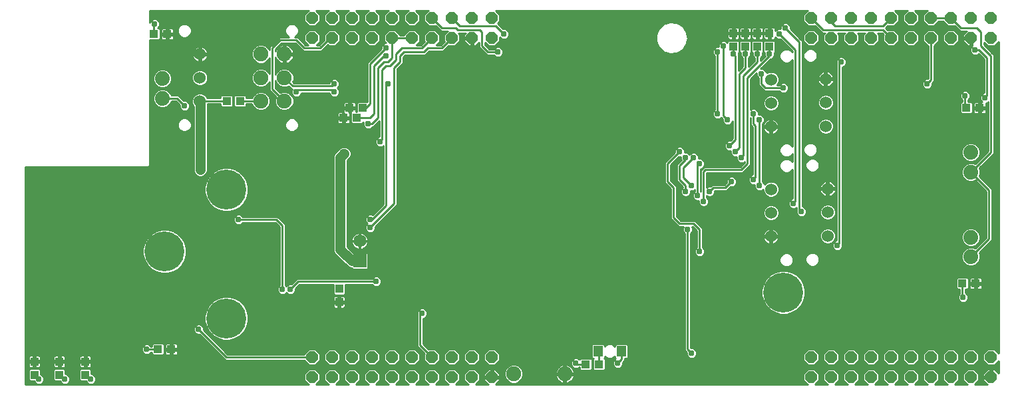
<source format=gbl>
G75*
%MOIN*%
%OFA0B0*%
%FSLAX24Y24*%
%IPPOS*%
%LPD*%
%AMOC8*
5,1,8,0,0,1.08239X$1,22.5*
%
%ADD10OC8,0.0600*%
%ADD11C,0.0740*%
%ADD12R,0.0394X0.0433*%
%ADD13C,0.0650*%
%ADD14R,0.0650X0.0650*%
%ADD15C,0.2000*%
%ADD16C,0.0600*%
%ADD17R,0.0433X0.0394*%
%ADD18R,0.0472X0.0551*%
%ADD19C,0.0750*%
%ADD20C,0.0100*%
%ADD21C,0.0310*%
%ADD22C,0.0500*%
%ADD23C,0.0500*%
%ADD24C,0.0396*%
D10*
X020673Y007393D03*
X021673Y007393D03*
X022673Y007393D03*
X023673Y007393D03*
X024673Y007393D03*
X025673Y007393D03*
X026673Y007393D03*
X027673Y007393D03*
X028673Y007393D03*
X029673Y007393D03*
X029673Y008393D03*
X028673Y008393D03*
X027673Y008393D03*
X026673Y008393D03*
X025673Y008393D03*
X024673Y008393D03*
X023673Y008393D03*
X022673Y008393D03*
X021673Y008393D03*
X020673Y008393D03*
X045673Y008393D03*
X046673Y008393D03*
X047673Y008393D03*
X048673Y008393D03*
X049673Y008393D03*
X050673Y008393D03*
X051673Y008393D03*
X052673Y008393D03*
X053673Y008393D03*
X054673Y008393D03*
X054673Y007393D03*
X053673Y007393D03*
X052673Y007393D03*
X051673Y007393D03*
X050673Y007393D03*
X049673Y007393D03*
X048673Y007393D03*
X047673Y007393D03*
X046673Y007393D03*
X045673Y007393D03*
X045673Y024393D03*
X046673Y024393D03*
X047673Y024393D03*
X048673Y024393D03*
X049673Y024393D03*
X050673Y024393D03*
X051673Y024393D03*
X052673Y024393D03*
X053673Y024393D03*
X054673Y024393D03*
X054673Y025393D03*
X053673Y025393D03*
X052673Y025393D03*
X051673Y025393D03*
X050673Y025393D03*
X049673Y025393D03*
X048673Y025393D03*
X047673Y025393D03*
X046673Y025393D03*
X045673Y025393D03*
X029673Y025393D03*
X028673Y025393D03*
X027673Y025393D03*
X026673Y025393D03*
X025673Y025393D03*
X024673Y025393D03*
X023673Y025393D03*
X022673Y025393D03*
X021673Y025393D03*
X020673Y025393D03*
X020673Y024393D03*
X021673Y024393D03*
X022673Y024393D03*
X023673Y024393D03*
X024673Y024393D03*
X025673Y024393D03*
X026673Y024393D03*
X027673Y024393D03*
X028673Y024393D03*
X029673Y024393D03*
D11*
X013173Y023343D03*
X013173Y022359D03*
X013173Y021375D03*
X053673Y019643D03*
X053673Y018659D03*
X053673Y017675D03*
X053673Y015393D03*
X053673Y014409D03*
X053673Y013425D03*
D12*
X043573Y023959D03*
X042973Y023959D03*
X042373Y023959D03*
X041773Y023959D03*
X041773Y024628D03*
X042373Y024628D03*
X042973Y024628D03*
X043573Y024628D03*
X022023Y011828D03*
X022023Y011159D03*
X009298Y008178D03*
X009298Y007509D03*
X007998Y007509D03*
X007998Y008178D03*
X006748Y008178D03*
X006748Y007509D03*
D13*
X023048Y014218D03*
D14*
X023048Y013218D03*
D15*
X016373Y010343D03*
X013273Y010343D03*
X013273Y013693D03*
X013273Y016793D03*
X016373Y016793D03*
X044273Y011643D03*
X047373Y011643D03*
D16*
X046493Y014473D03*
X046493Y015653D03*
X046493Y016833D03*
X043653Y016813D03*
X043653Y015633D03*
X043653Y014453D03*
X043653Y019953D03*
X043653Y021133D03*
X043653Y022313D03*
X046393Y022333D03*
X046393Y021153D03*
X046393Y019973D03*
X015043Y021223D03*
X015043Y022403D03*
X015043Y023583D03*
D17*
X013407Y024593D03*
X012738Y024593D03*
X016388Y021243D03*
X017057Y021243D03*
X022238Y020393D03*
X022907Y020393D03*
X023207Y020893D03*
X022538Y020893D03*
X013607Y008793D03*
X012938Y008793D03*
X034363Y008043D03*
X035032Y008043D03*
X053238Y012093D03*
X053907Y012093D03*
X054107Y020893D03*
X053438Y020893D03*
D18*
X036163Y008693D03*
X034982Y008693D03*
D19*
X033323Y007553D03*
X030763Y007553D03*
X019273Y021223D03*
X018093Y021223D03*
X018093Y022403D03*
X019273Y022403D03*
X019273Y023583D03*
X018093Y023583D03*
D20*
X006298Y017943D02*
X006298Y007018D01*
X020482Y007018D01*
X020273Y007228D01*
X020273Y007559D01*
X020507Y007793D01*
X020839Y007793D01*
X021073Y007559D01*
X021073Y007228D01*
X020864Y007018D01*
X021482Y007018D01*
X021273Y007228D01*
X021273Y007559D01*
X021507Y007793D01*
X021839Y007793D01*
X022073Y007559D01*
X022073Y007228D01*
X021864Y007018D01*
X022482Y007018D01*
X022273Y007228D01*
X022273Y007559D01*
X022507Y007793D01*
X022839Y007793D01*
X023073Y007559D01*
X023073Y007228D01*
X022864Y007018D01*
X023482Y007018D01*
X023273Y007228D01*
X023273Y007559D01*
X023507Y007793D01*
X023839Y007793D01*
X024073Y007559D01*
X024073Y007228D01*
X023864Y007018D01*
X024482Y007018D01*
X024273Y007228D01*
X024273Y007559D01*
X024507Y007793D01*
X024839Y007793D01*
X025073Y007559D01*
X025073Y007228D01*
X024864Y007018D01*
X025482Y007018D01*
X025273Y007228D01*
X025273Y007559D01*
X025507Y007793D01*
X025839Y007793D01*
X026073Y007559D01*
X026073Y007228D01*
X025864Y007018D01*
X026482Y007018D01*
X026273Y007228D01*
X026273Y007559D01*
X026507Y007793D01*
X026839Y007793D01*
X027073Y007559D01*
X027073Y007228D01*
X026864Y007018D01*
X027482Y007018D01*
X027273Y007228D01*
X027273Y007559D01*
X027507Y007793D01*
X027839Y007793D01*
X028073Y007559D01*
X028073Y007228D01*
X027864Y007018D01*
X028482Y007018D01*
X028273Y007228D01*
X028273Y007559D01*
X028507Y007793D01*
X028839Y007793D01*
X029073Y007559D01*
X029073Y007228D01*
X028864Y007018D01*
X029482Y007018D01*
X029273Y007228D01*
X029273Y007343D01*
X029623Y007343D01*
X029623Y007443D01*
X029273Y007443D01*
X029273Y007559D01*
X029507Y007793D01*
X029623Y007793D01*
X029623Y007443D01*
X029723Y007443D01*
X030073Y007443D01*
X030073Y007559D01*
X029839Y007793D01*
X029723Y007793D01*
X029723Y007443D01*
X029723Y007343D01*
X030073Y007343D01*
X030073Y007228D01*
X029864Y007018D01*
X045482Y007018D01*
X045273Y007228D01*
X045273Y007559D01*
X045507Y007793D01*
X045839Y007793D01*
X046073Y007559D01*
X046073Y007228D01*
X045864Y007018D01*
X046482Y007018D01*
X046273Y007228D01*
X046273Y007559D01*
X046507Y007793D01*
X046839Y007793D01*
X047073Y007559D01*
X047073Y007228D01*
X046864Y007018D01*
X047482Y007018D01*
X047273Y007228D01*
X047273Y007559D01*
X047507Y007793D01*
X047839Y007793D01*
X048073Y007559D01*
X048073Y007228D01*
X047864Y007018D01*
X048482Y007018D01*
X048273Y007228D01*
X048273Y007559D01*
X048507Y007793D01*
X048839Y007793D01*
X049073Y007559D01*
X049073Y007228D01*
X048864Y007018D01*
X049482Y007018D01*
X049273Y007228D01*
X049273Y007559D01*
X049507Y007793D01*
X049839Y007793D01*
X050073Y007559D01*
X050073Y007228D01*
X049864Y007018D01*
X050482Y007018D01*
X050273Y007228D01*
X050273Y007559D01*
X050507Y007793D01*
X050839Y007793D01*
X051073Y007559D01*
X051073Y007228D01*
X050864Y007018D01*
X051482Y007018D01*
X051273Y007228D01*
X051273Y007559D01*
X051507Y007793D01*
X051839Y007793D01*
X052073Y007559D01*
X052073Y007228D01*
X051864Y007018D01*
X052482Y007018D01*
X052273Y007228D01*
X052273Y007559D01*
X052507Y007793D01*
X052839Y007793D01*
X053073Y007559D01*
X053073Y007228D01*
X052864Y007018D01*
X053482Y007018D01*
X053273Y007228D01*
X053273Y007559D01*
X053507Y007793D01*
X053839Y007793D01*
X054073Y007559D01*
X054073Y007228D01*
X053864Y007018D01*
X054482Y007018D01*
X054273Y007228D01*
X054273Y007343D01*
X054623Y007343D01*
X054623Y007443D01*
X054273Y007443D01*
X054273Y007559D01*
X054507Y007793D01*
X054623Y007793D01*
X054623Y007443D01*
X054723Y007443D01*
X054723Y007793D01*
X054839Y007793D01*
X055048Y007584D01*
X055048Y008203D01*
X054839Y007993D01*
X054507Y007993D01*
X054273Y008228D01*
X054273Y008559D01*
X054507Y008793D01*
X054839Y008793D01*
X055048Y008584D01*
X055048Y024203D01*
X054839Y023993D01*
X054507Y023993D01*
X054323Y024178D01*
X054323Y024055D01*
X054735Y023643D01*
X054735Y023643D01*
X054823Y023555D01*
X054823Y018613D01*
X054095Y017885D01*
X054143Y017768D01*
X054143Y017581D01*
X054095Y017465D01*
X054723Y016837D01*
X054723Y014263D01*
X054635Y014175D01*
X054095Y013635D01*
X054143Y013518D01*
X054143Y013331D01*
X054071Y013159D01*
X053939Y013026D01*
X053766Y012955D01*
X053579Y012955D01*
X053407Y013026D01*
X053274Y013159D01*
X053203Y013331D01*
X053203Y013518D01*
X053274Y013691D01*
X053407Y013823D01*
X053579Y013895D01*
X053766Y013895D01*
X053883Y013847D01*
X054423Y014387D01*
X054423Y016713D01*
X053883Y017253D01*
X053766Y017205D01*
X053579Y017205D01*
X053407Y017276D01*
X053274Y017409D01*
X053203Y017581D01*
X053203Y017768D01*
X053274Y017941D01*
X053407Y018073D01*
X053579Y018145D01*
X053766Y018145D01*
X053883Y018097D01*
X054523Y018737D01*
X054523Y021183D01*
X054517Y021177D01*
X054424Y021138D01*
X054412Y021138D01*
X054424Y021110D01*
X054424Y020942D01*
X054156Y020942D01*
X054059Y020942D01*
X054059Y021190D01*
X053871Y021190D01*
X053834Y021175D01*
X053806Y021147D01*
X053791Y021110D01*
X053791Y020942D01*
X054059Y020942D01*
X054059Y020845D01*
X053791Y020845D01*
X053791Y020677D01*
X053806Y020640D01*
X053834Y020612D01*
X053871Y020596D01*
X054059Y020596D01*
X054059Y020845D01*
X054156Y020845D01*
X054156Y020942D01*
X054156Y021190D01*
X054215Y021190D01*
X054157Y021249D01*
X054118Y021343D01*
X054118Y021444D01*
X054157Y021538D01*
X054228Y021609D01*
X054322Y021648D01*
X054323Y021648D01*
X054323Y023331D01*
X054047Y023607D01*
X054017Y023577D01*
X053924Y023538D01*
X053822Y023538D01*
X053728Y023577D01*
X053657Y023649D01*
X053618Y023743D01*
X053618Y023844D01*
X053657Y023938D01*
X053723Y024004D01*
X053723Y024343D01*
X053623Y024343D01*
X053623Y023993D01*
X053507Y023993D01*
X053273Y024228D01*
X053273Y024343D01*
X053623Y024343D01*
X053623Y024443D01*
X053273Y024443D01*
X053273Y024559D01*
X053457Y024743D01*
X053111Y024743D01*
X053023Y024831D01*
X053023Y024831D01*
X052850Y025004D01*
X052839Y024993D01*
X052507Y024993D01*
X052273Y025228D01*
X052273Y025243D01*
X052073Y025243D01*
X052073Y025228D01*
X051839Y024993D01*
X051507Y024993D01*
X051273Y025228D01*
X051273Y025559D01*
X051482Y025768D01*
X050864Y025768D01*
X051073Y025559D01*
X051073Y025228D01*
X050839Y024993D01*
X050507Y024993D01*
X050273Y025228D01*
X050273Y025559D01*
X050482Y025768D01*
X049864Y025768D01*
X050073Y025559D01*
X050073Y025228D01*
X049839Y024993D01*
X049507Y024993D01*
X049496Y025004D01*
X049385Y024893D01*
X049496Y024782D01*
X049507Y024793D01*
X049839Y024793D01*
X050073Y024559D01*
X050073Y024228D01*
X049839Y023993D01*
X049507Y023993D01*
X049273Y024228D01*
X049273Y024559D01*
X049284Y024570D01*
X049211Y024643D01*
X048989Y024643D01*
X049073Y024559D01*
X049073Y024228D01*
X048839Y023993D01*
X048507Y023993D01*
X048273Y024228D01*
X048273Y024559D01*
X048357Y024643D01*
X047989Y024643D01*
X048073Y024559D01*
X048073Y024228D01*
X047839Y023993D01*
X047507Y023993D01*
X047273Y024228D01*
X047273Y024559D01*
X047357Y024643D01*
X046989Y024643D01*
X047073Y024559D01*
X047073Y024228D01*
X046839Y023993D01*
X046507Y023993D01*
X046273Y024228D01*
X046273Y024559D01*
X046357Y024643D01*
X046211Y024643D01*
X046123Y024731D01*
X045850Y025004D01*
X045839Y024993D01*
X045507Y024993D01*
X045273Y025228D01*
X045273Y025559D01*
X045482Y025768D01*
X029864Y025768D01*
X030073Y025559D01*
X030073Y025228D01*
X029962Y025117D01*
X030230Y024848D01*
X030324Y024848D01*
X030417Y024809D01*
X030489Y024738D01*
X030528Y024644D01*
X030528Y024543D01*
X030489Y024449D01*
X030417Y024377D01*
X030324Y024338D01*
X030222Y024338D01*
X030128Y024377D01*
X030073Y024433D01*
X030073Y024228D01*
X029839Y023993D01*
X029507Y023993D01*
X029323Y024178D01*
X029323Y024055D01*
X029535Y023843D01*
X029762Y023843D01*
X029828Y023909D01*
X029922Y023948D01*
X030024Y023948D01*
X030117Y023909D01*
X030189Y023838D01*
X030228Y023744D01*
X030228Y023643D01*
X030189Y023549D01*
X030117Y023477D01*
X030024Y023438D01*
X029922Y023438D01*
X029828Y023477D01*
X029762Y023543D01*
X029411Y023543D01*
X029323Y023631D01*
X029023Y023931D01*
X029023Y024178D01*
X028839Y023993D01*
X028723Y023993D01*
X028723Y024343D01*
X028623Y024343D01*
X028623Y023993D01*
X028507Y023993D01*
X028273Y024228D01*
X028273Y024343D01*
X028623Y024343D01*
X028623Y024443D01*
X028273Y024443D01*
X028273Y024559D01*
X028357Y024643D01*
X027989Y024643D01*
X028073Y024559D01*
X028073Y024228D01*
X027839Y023993D01*
X027507Y023993D01*
X027496Y024004D01*
X027235Y023743D01*
X026535Y023743D01*
X026335Y023543D01*
X025335Y023543D01*
X025223Y023431D01*
X025223Y023131D01*
X025135Y023043D01*
X024923Y022831D01*
X024923Y016031D01*
X024835Y015943D01*
X023828Y014936D01*
X023828Y014843D01*
X023789Y014749D01*
X023717Y014677D01*
X023624Y014638D01*
X023522Y014638D01*
X023428Y014677D01*
X023357Y014749D01*
X023318Y014843D01*
X023318Y014944D01*
X023357Y015038D01*
X023412Y015093D01*
X023357Y015149D01*
X023318Y015243D01*
X023318Y015344D01*
X023357Y015438D01*
X023428Y015509D01*
X023522Y015548D01*
X023624Y015548D01*
X023689Y015521D01*
X024223Y016055D01*
X024223Y018983D01*
X024217Y018977D01*
X024124Y018938D01*
X024022Y018938D01*
X023928Y018977D01*
X023857Y019049D01*
X023818Y019143D01*
X023818Y019244D01*
X023857Y019338D01*
X023928Y019409D01*
X024022Y019448D01*
X024023Y019448D01*
X024023Y020231D01*
X023823Y020031D01*
X023735Y019943D01*
X023683Y019943D01*
X023617Y019877D01*
X023524Y019838D01*
X023422Y019838D01*
X023328Y019877D01*
X023257Y019949D01*
X023218Y020043D01*
X023218Y020144D01*
X023221Y020152D01*
X023165Y020096D01*
X022650Y020096D01*
X022591Y020155D01*
X022591Y020596D01*
X022587Y020596D01*
X022587Y020845D01*
X022587Y020942D01*
X022855Y020942D01*
X022855Y021110D01*
X022839Y021147D01*
X022811Y021175D01*
X022775Y021190D01*
X022587Y021190D01*
X022587Y020942D01*
X022490Y020942D01*
X022490Y021190D01*
X022302Y021190D01*
X022265Y021175D01*
X022237Y021147D01*
X022222Y021110D01*
X022222Y020942D01*
X022490Y020942D01*
X022490Y020845D01*
X022587Y020845D01*
X022855Y020845D01*
X022855Y020690D01*
X022891Y020690D01*
X022891Y021132D01*
X022950Y021190D01*
X023423Y021190D01*
X023423Y023155D01*
X024118Y023850D01*
X024118Y023944D01*
X024157Y024038D01*
X024228Y024109D01*
X024322Y024148D01*
X024352Y024148D01*
X024273Y024228D01*
X024273Y024559D01*
X024507Y024793D01*
X024839Y024793D01*
X025073Y024559D01*
X025073Y024543D01*
X025273Y024543D01*
X025273Y024559D01*
X025507Y024793D01*
X025839Y024793D01*
X026073Y024559D01*
X026073Y024228D01*
X025889Y024043D01*
X026111Y024043D01*
X026284Y024217D01*
X026273Y024228D01*
X026273Y024559D01*
X026507Y024793D01*
X026839Y024793D01*
X027073Y024559D01*
X027073Y024228D01*
X026889Y024043D01*
X027111Y024043D01*
X027284Y024217D01*
X027273Y024228D01*
X027273Y024559D01*
X027457Y024743D01*
X027111Y024743D01*
X027023Y024831D01*
X026850Y025004D01*
X026839Y024993D01*
X026507Y024993D01*
X026273Y025228D01*
X026273Y025559D01*
X026482Y025768D01*
X025864Y025768D01*
X026073Y025559D01*
X026073Y025228D01*
X025839Y024993D01*
X025507Y024993D01*
X025273Y025228D01*
X025273Y025559D01*
X025482Y025768D01*
X024864Y025768D01*
X025073Y025559D01*
X025073Y025228D01*
X024839Y024993D01*
X024507Y024993D01*
X024273Y025228D01*
X024273Y025559D01*
X024482Y025768D01*
X023864Y025768D01*
X024073Y025559D01*
X024073Y025228D01*
X023839Y024993D01*
X023507Y024993D01*
X023273Y025228D01*
X023273Y025559D01*
X023482Y025768D01*
X022864Y025768D01*
X023073Y025559D01*
X023073Y025228D01*
X022839Y024993D01*
X022507Y024993D01*
X022273Y025228D01*
X022273Y025559D01*
X022482Y025768D01*
X021864Y025768D01*
X022073Y025559D01*
X022073Y025228D01*
X021839Y024993D01*
X021507Y024993D01*
X021273Y025228D01*
X021273Y025559D01*
X021482Y025768D01*
X020864Y025768D01*
X021073Y025559D01*
X021073Y025228D01*
X020839Y024993D01*
X020507Y024993D01*
X020273Y025228D01*
X020273Y025559D01*
X020482Y025768D01*
X012523Y025768D01*
X012523Y025156D01*
X012557Y025238D01*
X012628Y025309D01*
X012722Y025348D01*
X012824Y025348D01*
X012917Y025309D01*
X012989Y025238D01*
X013028Y025144D01*
X013028Y025043D01*
X012989Y024949D01*
X012930Y024890D01*
X012996Y024890D01*
X013055Y024832D01*
X013055Y024355D01*
X012996Y024296D01*
X012523Y024296D01*
X012523Y018002D01*
X012464Y017943D01*
X006298Y017943D01*
X006298Y017925D02*
X014723Y017925D01*
X014723Y017827D02*
X006298Y017827D01*
X006298Y017728D02*
X014723Y017728D01*
X014723Y017724D02*
X014776Y017595D01*
X014875Y017497D01*
X015003Y017443D01*
X015142Y017443D01*
X015271Y017497D01*
X015370Y017595D01*
X015423Y017724D01*
X015423Y021093D01*
X016072Y021093D01*
X016072Y021005D01*
X016130Y020946D01*
X016646Y020946D01*
X016705Y021005D01*
X016705Y021482D01*
X016646Y021540D01*
X016130Y021540D01*
X016072Y021482D01*
X016072Y021393D01*
X015405Y021393D01*
X015382Y021450D01*
X015269Y021562D01*
X015122Y021623D01*
X014963Y021623D01*
X014816Y021562D01*
X014704Y021450D01*
X014643Y021303D01*
X014643Y021144D01*
X014704Y020997D01*
X014723Y020978D01*
X014723Y017724D01*
X014762Y017630D02*
X006298Y017630D01*
X006298Y017531D02*
X014840Y017531D01*
X015306Y017531D02*
X015555Y017531D01*
X015493Y017469D02*
X015348Y017218D01*
X015273Y016938D01*
X015273Y016648D01*
X015348Y016369D01*
X015493Y016118D01*
X015697Y015913D01*
X015948Y015768D01*
X016228Y015693D01*
X016518Y015693D01*
X016797Y015768D01*
X017048Y015913D01*
X017253Y016118D01*
X017398Y016369D01*
X017473Y016648D01*
X017473Y016938D01*
X017398Y017218D01*
X017253Y017469D01*
X017048Y017674D01*
X016797Y017818D01*
X016518Y017893D01*
X016228Y017893D01*
X015948Y017818D01*
X015697Y017674D01*
X015493Y017469D01*
X015472Y017433D02*
X006298Y017433D01*
X006298Y017334D02*
X015415Y017334D01*
X015358Y017236D02*
X006298Y017236D01*
X006298Y017137D02*
X015326Y017137D01*
X015300Y017039D02*
X006298Y017039D01*
X006298Y016940D02*
X015273Y016940D01*
X015273Y016842D02*
X006298Y016842D01*
X006298Y016743D02*
X015273Y016743D01*
X015274Y016645D02*
X006298Y016645D01*
X006298Y016546D02*
X015300Y016546D01*
X015327Y016448D02*
X006298Y016448D01*
X006298Y016349D02*
X015359Y016349D01*
X015416Y016251D02*
X006298Y016251D01*
X006298Y016152D02*
X015473Y016152D01*
X015557Y016054D02*
X006298Y016054D01*
X006298Y015955D02*
X015655Y015955D01*
X015795Y015857D02*
X006298Y015857D01*
X006298Y015758D02*
X015985Y015758D01*
X016760Y015758D02*
X021723Y015758D01*
X021723Y015660D02*
X006298Y015660D01*
X006298Y015561D02*
X021723Y015561D01*
X021723Y015463D02*
X017164Y015463D01*
X017183Y015443D02*
X017117Y015509D01*
X017024Y015548D01*
X016922Y015548D01*
X016828Y015509D01*
X016757Y015438D01*
X016718Y015344D01*
X016718Y015243D01*
X016757Y015149D01*
X016828Y015077D01*
X016922Y015038D01*
X017024Y015038D01*
X017117Y015077D01*
X017183Y015143D01*
X018811Y015143D01*
X019023Y014931D01*
X019023Y012004D01*
X018957Y011938D01*
X018918Y011844D01*
X018918Y011743D01*
X018957Y011649D01*
X019028Y011577D01*
X019122Y011538D01*
X019224Y011538D01*
X019317Y011577D01*
X019373Y011633D01*
X019428Y011577D01*
X019522Y011538D01*
X019624Y011538D01*
X019717Y011577D01*
X019789Y011649D01*
X019828Y011743D01*
X019828Y011836D01*
X020035Y012043D01*
X021726Y012043D01*
X021726Y011570D01*
X021785Y011511D01*
X022261Y011511D01*
X022320Y011570D01*
X022320Y011823D01*
X022328Y011843D01*
X022328Y011944D01*
X022320Y011964D01*
X022320Y012043D01*
X023662Y012043D01*
X023728Y011977D01*
X023822Y011938D01*
X023924Y011938D01*
X024017Y011977D01*
X024089Y012049D01*
X024128Y012143D01*
X024128Y012244D01*
X024089Y012338D01*
X024017Y012409D01*
X039323Y012409D01*
X039323Y012311D02*
X024100Y012311D01*
X024128Y012212D02*
X039323Y012212D01*
X039323Y012114D02*
X024116Y012114D01*
X024055Y012015D02*
X039323Y012015D01*
X039323Y011917D02*
X022328Y011917D01*
X022320Y012015D02*
X023690Y012015D01*
X023873Y012193D02*
X019973Y012193D01*
X019573Y011793D01*
X019761Y011621D02*
X021726Y011621D01*
X021726Y011720D02*
X019818Y011720D01*
X019828Y011818D02*
X021726Y011818D01*
X021726Y011917D02*
X019908Y011917D01*
X020007Y012015D02*
X021726Y012015D01*
X022007Y011828D02*
X022073Y011893D01*
X022023Y011828D02*
X022007Y011828D01*
X022320Y011818D02*
X039323Y011818D01*
X039323Y011720D02*
X022320Y011720D01*
X022320Y011621D02*
X039323Y011621D01*
X039323Y011523D02*
X022273Y011523D01*
X022240Y011475D02*
X022071Y011475D01*
X022071Y011207D01*
X021974Y011207D01*
X021974Y011110D01*
X021726Y011110D01*
X021726Y010922D01*
X021741Y010885D01*
X021769Y010857D01*
X021806Y010842D01*
X021974Y010842D01*
X021974Y011110D01*
X022071Y011110D01*
X022071Y010842D01*
X022240Y010842D01*
X022276Y010857D01*
X022304Y010885D01*
X022320Y010922D01*
X022320Y011110D01*
X022071Y011110D01*
X022071Y011207D01*
X022320Y011207D01*
X022320Y011395D01*
X022304Y011432D01*
X022276Y011460D01*
X022240Y011475D01*
X022308Y011424D02*
X039323Y011424D01*
X039323Y011326D02*
X022320Y011326D01*
X022320Y011227D02*
X039323Y011227D01*
X039323Y011129D02*
X022071Y011129D01*
X021974Y011129D02*
X017143Y011129D01*
X017048Y011224D02*
X016797Y011368D01*
X016518Y011443D01*
X016228Y011443D01*
X015948Y011368D01*
X015697Y011224D01*
X015493Y011019D01*
X015348Y010768D01*
X015273Y010488D01*
X015273Y010198D01*
X015348Y009919D01*
X015493Y009668D01*
X015697Y009463D01*
X015948Y009318D01*
X016228Y009243D01*
X016518Y009243D01*
X016797Y009318D01*
X017048Y009463D01*
X017253Y009668D01*
X017398Y009919D01*
X017473Y010198D01*
X017473Y010488D01*
X017398Y010768D01*
X017253Y011019D01*
X017048Y011224D01*
X017042Y011227D02*
X021726Y011227D01*
X021726Y011207D02*
X021726Y011395D01*
X021741Y011432D01*
X021769Y011460D01*
X021806Y011475D01*
X021974Y011475D01*
X021974Y011207D01*
X021726Y011207D01*
X021726Y011326D02*
X016871Y011326D01*
X016589Y011424D02*
X021738Y011424D01*
X021773Y011523D02*
X006298Y011523D01*
X006298Y011621D02*
X018984Y011621D01*
X018927Y011720D02*
X006298Y011720D01*
X006298Y011818D02*
X018918Y011818D01*
X018948Y011917D02*
X006298Y011917D01*
X006298Y012015D02*
X019023Y012015D01*
X019023Y012114D02*
X006298Y012114D01*
X006298Y012212D02*
X019023Y012212D01*
X019023Y012311D02*
X006298Y012311D01*
X006298Y012409D02*
X019023Y012409D01*
X019023Y012508D02*
X006298Y012508D01*
X006298Y012606D02*
X013079Y012606D01*
X013128Y012593D02*
X013418Y012593D01*
X013697Y012668D01*
X013948Y012813D01*
X014153Y013018D01*
X014298Y013269D01*
X014373Y013548D01*
X014373Y013838D01*
X014298Y014118D01*
X014153Y014369D01*
X013948Y014574D01*
X013697Y014718D01*
X013418Y014793D01*
X013128Y014793D01*
X012848Y014718D01*
X012597Y014574D01*
X012393Y014369D01*
X012248Y014118D01*
X012173Y013838D01*
X012173Y013548D01*
X012248Y013269D01*
X012393Y013018D01*
X012597Y012813D01*
X012848Y012668D01*
X013128Y012593D01*
X013466Y012606D02*
X019023Y012606D01*
X019023Y012705D02*
X013761Y012705D01*
X013931Y012803D02*
X019023Y012803D01*
X019023Y012902D02*
X014037Y012902D01*
X014135Y013000D02*
X019023Y013000D01*
X019023Y013099D02*
X014200Y013099D01*
X014257Y013197D02*
X019023Y013197D01*
X019023Y013296D02*
X014305Y013296D01*
X014332Y013394D02*
X019023Y013394D01*
X019023Y013493D02*
X014358Y013493D01*
X014373Y013591D02*
X019023Y013591D01*
X019023Y013690D02*
X014373Y013690D01*
X014373Y013788D02*
X019023Y013788D01*
X019023Y013887D02*
X014360Y013887D01*
X014333Y013985D02*
X019023Y013985D01*
X019023Y014084D02*
X014307Y014084D01*
X014261Y014182D02*
X019023Y014182D01*
X019023Y014281D02*
X014204Y014281D01*
X014142Y014379D02*
X019023Y014379D01*
X019023Y014478D02*
X014044Y014478D01*
X013943Y014576D02*
X019023Y014576D01*
X019023Y014675D02*
X013773Y014675D01*
X013492Y014773D02*
X019023Y014773D01*
X019023Y014872D02*
X006298Y014872D01*
X006298Y014970D02*
X018984Y014970D01*
X018885Y015069D02*
X017097Y015069D01*
X016848Y015069D02*
X006298Y015069D01*
X006298Y015167D02*
X016749Y015167D01*
X016718Y015266D02*
X006298Y015266D01*
X006298Y015364D02*
X016726Y015364D01*
X016782Y015463D02*
X006298Y015463D01*
X006298Y014773D02*
X013053Y014773D01*
X012773Y014675D02*
X006298Y014675D01*
X006298Y014576D02*
X012602Y014576D01*
X012502Y014478D02*
X006298Y014478D01*
X006298Y014379D02*
X012403Y014379D01*
X012342Y014281D02*
X006298Y014281D01*
X006298Y014182D02*
X012285Y014182D01*
X012239Y014084D02*
X006298Y014084D01*
X006298Y013985D02*
X012212Y013985D01*
X012186Y013887D02*
X006298Y013887D01*
X006298Y013788D02*
X012173Y013788D01*
X012173Y013690D02*
X006298Y013690D01*
X006298Y013591D02*
X012173Y013591D01*
X012188Y013493D02*
X006298Y013493D01*
X006298Y013394D02*
X012214Y013394D01*
X012241Y013296D02*
X006298Y013296D01*
X006298Y013197D02*
X012289Y013197D01*
X012346Y013099D02*
X006298Y013099D01*
X006298Y013000D02*
X012410Y013000D01*
X012509Y012902D02*
X006298Y012902D01*
X006298Y012803D02*
X012614Y012803D01*
X012785Y012705D02*
X006298Y012705D01*
X006298Y011424D02*
X016157Y011424D01*
X015875Y011326D02*
X006298Y011326D01*
X006298Y011227D02*
X015704Y011227D01*
X015603Y011129D02*
X006298Y011129D01*
X006298Y011030D02*
X015504Y011030D01*
X015442Y010932D02*
X006298Y010932D01*
X006298Y010833D02*
X015386Y010833D01*
X015339Y010735D02*
X006298Y010735D01*
X006298Y010636D02*
X015313Y010636D01*
X015286Y010538D02*
X006298Y010538D01*
X006298Y010439D02*
X015273Y010439D01*
X015273Y010341D02*
X006298Y010341D01*
X006298Y010242D02*
X015273Y010242D01*
X015287Y010144D02*
X006298Y010144D01*
X006298Y010045D02*
X014915Y010045D01*
X014922Y010048D02*
X014828Y010009D01*
X014757Y009938D01*
X014718Y009844D01*
X014718Y009743D01*
X014757Y009649D01*
X014828Y009577D01*
X014922Y009538D01*
X015016Y009538D01*
X016311Y008243D01*
X020273Y008243D01*
X020273Y008228D01*
X020507Y007993D01*
X020839Y007993D01*
X021073Y008228D01*
X021073Y008559D01*
X020839Y008793D01*
X020507Y008793D01*
X020273Y008559D01*
X020273Y008543D01*
X016435Y008543D01*
X015228Y009750D01*
X015228Y009844D01*
X015189Y009938D01*
X015117Y010009D01*
X015024Y010048D01*
X014922Y010048D01*
X015031Y010045D02*
X015314Y010045D01*
X015340Y009947D02*
X015180Y009947D01*
X015226Y009848D02*
X015388Y009848D01*
X015445Y009750D02*
X015228Y009750D01*
X015327Y009651D02*
X015509Y009651D01*
X015425Y009553D02*
X015608Y009553D01*
X015524Y009454D02*
X015713Y009454D01*
X015622Y009356D02*
X015883Y009356D01*
X015721Y009257D02*
X016176Y009257D01*
X015918Y009060D02*
X025923Y009060D01*
X025923Y008962D02*
X016016Y008962D01*
X016115Y008863D02*
X025991Y008863D01*
X025923Y008931D02*
X026284Y008570D01*
X026273Y008559D01*
X026273Y008228D01*
X026507Y007993D01*
X026839Y007993D01*
X027073Y008228D01*
X027073Y008559D01*
X026839Y008793D01*
X026507Y008793D01*
X026496Y008782D01*
X026223Y009055D01*
X026223Y010338D01*
X026224Y010338D01*
X026317Y010377D01*
X026389Y010449D01*
X026428Y010543D01*
X026428Y010644D01*
X026389Y010738D01*
X026317Y010809D01*
X026224Y010848D01*
X026122Y010848D01*
X026028Y010809D01*
X025957Y010738D01*
X025918Y010644D01*
X025918Y010543D01*
X025923Y010531D01*
X025923Y008931D01*
X025839Y008793D02*
X025507Y008793D01*
X025273Y008559D01*
X025273Y008228D01*
X025507Y007993D01*
X025839Y007993D01*
X026073Y008228D01*
X026073Y008559D01*
X025839Y008793D01*
X025867Y008765D02*
X026089Y008765D01*
X026188Y008666D02*
X025966Y008666D01*
X026064Y008568D02*
X026282Y008568D01*
X026273Y008469D02*
X026073Y008469D01*
X026073Y008371D02*
X026273Y008371D01*
X026273Y008272D02*
X026073Y008272D01*
X026019Y008174D02*
X026327Y008174D01*
X026425Y008075D02*
X025921Y008075D01*
X025852Y007780D02*
X026494Y007780D01*
X026395Y007681D02*
X025951Y007681D01*
X026049Y007583D02*
X026297Y007583D01*
X026273Y007484D02*
X026073Y007484D01*
X026073Y007386D02*
X026273Y007386D01*
X026273Y007287D02*
X026073Y007287D01*
X026034Y007189D02*
X026312Y007189D01*
X026410Y007090D02*
X025936Y007090D01*
X025410Y007090D02*
X024936Y007090D01*
X025034Y007189D02*
X025312Y007189D01*
X025273Y007287D02*
X025073Y007287D01*
X025073Y007386D02*
X025273Y007386D01*
X025273Y007484D02*
X025073Y007484D01*
X025049Y007583D02*
X025297Y007583D01*
X025395Y007681D02*
X024951Y007681D01*
X024852Y007780D02*
X025494Y007780D01*
X025425Y008075D02*
X024921Y008075D01*
X024839Y007993D02*
X025073Y008228D01*
X025073Y008559D01*
X024839Y008793D01*
X024507Y008793D01*
X024273Y008559D01*
X024273Y008228D01*
X024507Y007993D01*
X024839Y007993D01*
X025019Y008174D02*
X025327Y008174D01*
X025273Y008272D02*
X025073Y008272D01*
X025073Y008371D02*
X025273Y008371D01*
X025273Y008469D02*
X025073Y008469D01*
X025064Y008568D02*
X025282Y008568D01*
X025380Y008666D02*
X024966Y008666D01*
X024867Y008765D02*
X025479Y008765D01*
X026073Y008993D02*
X026673Y008393D01*
X026966Y008666D02*
X027380Y008666D01*
X027282Y008568D02*
X027064Y008568D01*
X027073Y008469D02*
X027273Y008469D01*
X027273Y008559D02*
X027273Y008228D01*
X027507Y007993D01*
X027839Y007993D01*
X028073Y008228D01*
X028073Y008559D01*
X027839Y008793D01*
X027507Y008793D01*
X027273Y008559D01*
X027273Y008371D02*
X027073Y008371D01*
X027073Y008272D02*
X027273Y008272D01*
X027327Y008174D02*
X027019Y008174D01*
X026921Y008075D02*
X027425Y008075D01*
X027494Y007780D02*
X026852Y007780D01*
X026951Y007681D02*
X027395Y007681D01*
X027297Y007583D02*
X027049Y007583D01*
X027073Y007484D02*
X027273Y007484D01*
X027273Y007386D02*
X027073Y007386D01*
X027073Y007287D02*
X027273Y007287D01*
X027312Y007189D02*
X027034Y007189D01*
X026936Y007090D02*
X027410Y007090D01*
X027936Y007090D02*
X028410Y007090D01*
X028312Y007189D02*
X028034Y007189D01*
X028073Y007287D02*
X028273Y007287D01*
X028273Y007386D02*
X028073Y007386D01*
X028073Y007484D02*
X028273Y007484D01*
X028297Y007583D02*
X028049Y007583D01*
X027951Y007681D02*
X028395Y007681D01*
X028494Y007780D02*
X027852Y007780D01*
X027921Y008075D02*
X028425Y008075D01*
X028507Y007993D02*
X028839Y007993D01*
X029073Y008228D01*
X029073Y008559D01*
X028839Y008793D01*
X028507Y008793D01*
X028273Y008559D01*
X028273Y008228D01*
X028507Y007993D01*
X028327Y008174D02*
X028019Y008174D01*
X028073Y008272D02*
X028273Y008272D01*
X028273Y008371D02*
X028073Y008371D01*
X028073Y008469D02*
X028273Y008469D01*
X028282Y008568D02*
X028064Y008568D01*
X027966Y008666D02*
X028380Y008666D01*
X028479Y008765D02*
X027867Y008765D01*
X027479Y008765D02*
X026867Y008765D01*
X026415Y008863D02*
X034646Y008863D01*
X034646Y008765D02*
X029867Y008765D01*
X029839Y008793D02*
X029507Y008793D01*
X029273Y008559D01*
X029273Y008228D01*
X029507Y007993D01*
X029839Y007993D01*
X030073Y008228D01*
X030073Y008559D01*
X029839Y008793D01*
X029966Y008666D02*
X034646Y008666D01*
X034646Y008568D02*
X030064Y008568D01*
X030073Y008469D02*
X034646Y008469D01*
X034646Y008376D02*
X034705Y008318D01*
X034752Y008318D01*
X034716Y008282D01*
X034716Y007805D01*
X034775Y007746D01*
X035290Y007746D01*
X035349Y007805D01*
X035349Y008282D01*
X035290Y008340D01*
X035282Y008340D01*
X035319Y008376D01*
X035319Y008444D01*
X035371Y008392D01*
X035502Y008337D01*
X035644Y008337D01*
X035774Y008392D01*
X035827Y008444D01*
X035827Y008376D01*
X035875Y008329D01*
X035828Y008309D01*
X035757Y008238D01*
X035718Y008144D01*
X035718Y008043D01*
X035757Y007949D01*
X035828Y007877D01*
X035922Y007838D01*
X036024Y007838D01*
X036117Y007877D01*
X036189Y007949D01*
X036228Y008043D01*
X036228Y008136D01*
X036313Y008222D01*
X036313Y008318D01*
X036441Y008318D01*
X036500Y008376D01*
X036500Y009010D01*
X036441Y009069D01*
X035886Y009069D01*
X035827Y009010D01*
X035827Y008942D01*
X035774Y008995D01*
X035644Y009049D01*
X035502Y009049D01*
X035371Y008995D01*
X035319Y008942D01*
X035319Y009010D01*
X035260Y009069D01*
X034705Y009069D01*
X034646Y009010D01*
X034646Y008376D01*
X034652Y008371D02*
X030073Y008371D01*
X030073Y008272D02*
X033691Y008272D01*
X033657Y008238D02*
X033728Y008309D01*
X033822Y008348D01*
X033924Y008348D01*
X034017Y008309D01*
X034047Y008280D01*
X034047Y008282D01*
X034105Y008340D01*
X034621Y008340D01*
X034680Y008282D01*
X034680Y007805D01*
X034621Y007746D01*
X034105Y007746D01*
X034047Y007805D01*
X034047Y007893D01*
X034033Y007893D01*
X034017Y007877D01*
X033924Y007838D01*
X033822Y007838D01*
X033728Y007877D01*
X033657Y007949D01*
X033618Y008043D01*
X033618Y008144D01*
X033657Y008238D01*
X033630Y008174D02*
X030019Y008174D01*
X029921Y008075D02*
X033618Y008075D01*
X033645Y007977D02*
X033538Y007977D01*
X033505Y007994D02*
X033572Y007960D01*
X033632Y007916D01*
X033685Y007863D01*
X033729Y007802D01*
X033763Y007736D01*
X033786Y007665D01*
X033796Y007603D01*
X033373Y007603D01*
X033373Y007503D01*
X033373Y007080D01*
X033434Y007090D01*
X033505Y007113D01*
X033572Y007147D01*
X033632Y007191D01*
X033685Y007244D01*
X033729Y007304D01*
X033763Y007371D01*
X033786Y007442D01*
X033796Y007503D01*
X033373Y007503D01*
X033273Y007503D01*
X033273Y007080D01*
X033212Y007090D01*
X033140Y007113D01*
X033074Y007147D01*
X033013Y007191D01*
X032961Y007244D01*
X032917Y007304D01*
X032883Y007371D01*
X032860Y007442D01*
X032850Y007503D01*
X033273Y007503D01*
X033273Y007603D01*
X032850Y007603D01*
X032860Y007665D01*
X032883Y007736D01*
X032917Y007802D01*
X032961Y007863D01*
X033013Y007916D01*
X033074Y007960D01*
X033140Y007994D01*
X033212Y008017D01*
X033273Y008026D01*
X033273Y007603D01*
X033373Y007603D01*
X033373Y008026D01*
X033434Y008017D01*
X033505Y007994D01*
X033373Y007977D02*
X033273Y007977D01*
X033273Y007878D02*
X033373Y007878D01*
X033373Y007780D02*
X033273Y007780D01*
X033273Y007681D02*
X033373Y007681D01*
X033373Y007583D02*
X045297Y007583D01*
X045273Y007484D02*
X033793Y007484D01*
X033768Y007386D02*
X045273Y007386D01*
X045273Y007287D02*
X033717Y007287D01*
X033629Y007189D02*
X045312Y007189D01*
X045410Y007090D02*
X033435Y007090D01*
X033373Y007090D02*
X033273Y007090D01*
X033211Y007090D02*
X030886Y007090D01*
X030857Y007078D02*
X031032Y007151D01*
X031166Y007284D01*
X031238Y007459D01*
X031238Y007648D01*
X031166Y007822D01*
X031032Y007956D01*
X030857Y008028D01*
X030668Y008028D01*
X030494Y007956D01*
X030360Y007822D01*
X030288Y007648D01*
X030288Y007459D01*
X030360Y007284D01*
X030494Y007151D01*
X030668Y007078D01*
X030857Y007078D01*
X030639Y007090D02*
X029936Y007090D01*
X030034Y007189D02*
X030456Y007189D01*
X030359Y007287D02*
X030073Y007287D01*
X030073Y007484D02*
X030288Y007484D01*
X030288Y007583D02*
X030049Y007583D01*
X029951Y007681D02*
X030302Y007681D01*
X030343Y007780D02*
X029852Y007780D01*
X029723Y007780D02*
X029623Y007780D01*
X029623Y007681D02*
X029723Y007681D01*
X029723Y007583D02*
X029623Y007583D01*
X029623Y007484D02*
X029723Y007484D01*
X029723Y007386D02*
X030318Y007386D01*
X029623Y007386D02*
X029073Y007386D01*
X029073Y007484D02*
X029273Y007484D01*
X029297Y007583D02*
X029049Y007583D01*
X028951Y007681D02*
X029395Y007681D01*
X029494Y007780D02*
X028852Y007780D01*
X028921Y008075D02*
X029425Y008075D01*
X029327Y008174D02*
X029019Y008174D01*
X029073Y008272D02*
X029273Y008272D01*
X029273Y008371D02*
X029073Y008371D01*
X029073Y008469D02*
X029273Y008469D01*
X029282Y008568D02*
X029064Y008568D01*
X028966Y008666D02*
X029380Y008666D01*
X029479Y008765D02*
X028867Y008765D01*
X030416Y007878D02*
X009553Y007878D01*
X009551Y007877D02*
X009579Y007905D01*
X009595Y007942D01*
X009595Y008130D01*
X009346Y008130D01*
X009346Y008226D01*
X009595Y008226D01*
X009595Y008414D01*
X009579Y008451D01*
X009551Y008479D01*
X009515Y008494D01*
X009346Y008494D01*
X009346Y008226D01*
X009249Y008226D01*
X009249Y008130D01*
X009001Y008130D01*
X009001Y007942D01*
X009016Y007905D01*
X009044Y007877D01*
X009081Y007861D01*
X009249Y007861D01*
X009249Y008130D01*
X009346Y008130D01*
X009346Y007861D01*
X009515Y007861D01*
X009551Y007877D01*
X009536Y007825D02*
X009060Y007825D01*
X009001Y007767D01*
X009001Y007251D01*
X009060Y007192D01*
X009339Y007192D01*
X009357Y007149D01*
X009428Y007077D01*
X009522Y007038D01*
X009624Y007038D01*
X009717Y007077D01*
X009789Y007149D01*
X009828Y007243D01*
X009828Y007344D01*
X009789Y007438D01*
X009717Y007509D01*
X009624Y007548D01*
X009595Y007548D01*
X009595Y007767D01*
X009536Y007825D01*
X009581Y007780D02*
X020494Y007780D01*
X020395Y007681D02*
X009595Y007681D01*
X009595Y007583D02*
X020297Y007583D01*
X020273Y007484D02*
X009742Y007484D01*
X009811Y007386D02*
X020273Y007386D01*
X020273Y007287D02*
X009828Y007287D01*
X009806Y007189D02*
X020312Y007189D01*
X020410Y007090D02*
X009730Y007090D01*
X009573Y007293D02*
X009357Y007509D01*
X009298Y007509D01*
X009001Y007484D02*
X008442Y007484D01*
X008417Y007509D02*
X008324Y007548D01*
X008295Y007548D01*
X008295Y007767D01*
X008236Y007825D01*
X007760Y007825D01*
X007701Y007767D01*
X007701Y007251D01*
X007760Y007192D01*
X008039Y007192D01*
X008057Y007149D01*
X008128Y007077D01*
X008222Y007038D01*
X008324Y007038D01*
X008417Y007077D01*
X008489Y007149D01*
X008528Y007243D01*
X008528Y007344D01*
X008489Y007438D01*
X008417Y007509D01*
X008295Y007583D02*
X009001Y007583D01*
X009001Y007681D02*
X008295Y007681D01*
X008281Y007780D02*
X009014Y007780D01*
X009043Y007878D02*
X008253Y007878D01*
X008251Y007877D02*
X008279Y007905D01*
X008295Y007942D01*
X008295Y008130D01*
X008046Y008130D01*
X008046Y008226D01*
X008295Y008226D01*
X008295Y008414D01*
X008279Y008451D01*
X008251Y008479D01*
X008215Y008494D01*
X008046Y008494D01*
X008046Y008226D01*
X007949Y008226D01*
X007949Y008130D01*
X007701Y008130D01*
X007701Y007942D01*
X007716Y007905D01*
X007744Y007877D01*
X007781Y007861D01*
X007949Y007861D01*
X007949Y008130D01*
X008046Y008130D01*
X008046Y007861D01*
X008215Y007861D01*
X008251Y007877D01*
X008295Y007977D02*
X009001Y007977D01*
X009001Y008075D02*
X008295Y008075D01*
X008295Y008272D02*
X009001Y008272D01*
X009001Y008226D02*
X009001Y008414D01*
X009016Y008451D01*
X009044Y008479D01*
X009081Y008494D01*
X009249Y008494D01*
X009249Y008226D01*
X009001Y008226D01*
X009001Y008371D02*
X008295Y008371D01*
X008261Y008469D02*
X009034Y008469D01*
X009249Y008469D02*
X009346Y008469D01*
X009346Y008371D02*
X009249Y008371D01*
X009249Y008272D02*
X009346Y008272D01*
X009346Y008174D02*
X020327Y008174D01*
X020425Y008075D02*
X009595Y008075D01*
X009595Y007977D02*
X030544Y007977D01*
X030982Y007977D02*
X033108Y007977D01*
X032976Y007878D02*
X031110Y007878D01*
X031183Y007780D02*
X032905Y007780D01*
X032865Y007681D02*
X031224Y007681D01*
X031238Y007583D02*
X033273Y007583D01*
X033273Y007484D02*
X033373Y007484D01*
X033373Y007386D02*
X033273Y007386D01*
X033273Y007287D02*
X033373Y007287D01*
X033373Y007189D02*
X033273Y007189D01*
X033016Y007189D02*
X031070Y007189D01*
X031167Y007287D02*
X032929Y007287D01*
X032878Y007386D02*
X031208Y007386D01*
X031238Y007484D02*
X032853Y007484D01*
X033670Y007878D02*
X033727Y007878D01*
X033741Y007780D02*
X034072Y007780D01*
X034047Y007878D02*
X034018Y007878D01*
X033923Y008043D02*
X033873Y008093D01*
X033923Y008043D02*
X034363Y008043D01*
X034680Y008075D02*
X034716Y008075D01*
X034716Y007977D02*
X034680Y007977D01*
X034680Y007878D02*
X034716Y007878D01*
X034741Y007780D02*
X034654Y007780D01*
X034680Y008174D02*
X034716Y008174D01*
X034716Y008272D02*
X034680Y008272D01*
X035032Y008043D02*
X035032Y008643D01*
X034982Y008693D01*
X034646Y008962D02*
X026316Y008962D01*
X026223Y009060D02*
X034696Y009060D01*
X035269Y009060D02*
X035877Y009060D01*
X035827Y008962D02*
X035808Y008962D01*
X036163Y008693D02*
X036163Y008284D01*
X035973Y008093D01*
X035791Y008272D02*
X035349Y008272D01*
X035349Y008174D02*
X035730Y008174D01*
X035718Y008075D02*
X035349Y008075D01*
X035349Y007977D02*
X035745Y007977D01*
X035827Y007878D02*
X035349Y007878D01*
X035324Y007780D02*
X045494Y007780D01*
X045395Y007681D02*
X033781Y007681D01*
X035313Y008371D02*
X035421Y008371D01*
X035724Y008371D02*
X035833Y008371D01*
X036265Y008174D02*
X045327Y008174D01*
X045273Y008228D02*
X045507Y007993D01*
X045839Y007993D01*
X046073Y008228D01*
X046073Y008559D01*
X045839Y008793D01*
X045507Y008793D01*
X045273Y008559D01*
X045273Y008228D01*
X045273Y008272D02*
X036313Y008272D01*
X036494Y008371D02*
X039544Y008371D01*
X039528Y008377D02*
X039622Y008338D01*
X039724Y008338D01*
X039817Y008377D01*
X039889Y008449D01*
X039928Y008543D01*
X039928Y008644D01*
X039889Y008738D01*
X039817Y008809D01*
X039724Y008848D01*
X039630Y008848D01*
X039623Y008855D01*
X039623Y014583D01*
X039689Y014649D01*
X039728Y014743D01*
X039728Y014844D01*
X039689Y014938D01*
X039683Y014943D01*
X039711Y014943D01*
X039923Y014731D01*
X039923Y013904D01*
X039857Y013838D01*
X039818Y013744D01*
X039818Y013643D01*
X039857Y013549D01*
X039928Y013477D01*
X040022Y013438D01*
X040124Y013438D01*
X040217Y013477D01*
X040289Y013549D01*
X040328Y013643D01*
X040328Y013744D01*
X040289Y013838D01*
X040223Y013904D01*
X040223Y014855D01*
X039923Y015155D01*
X039835Y015243D01*
X039135Y015243D01*
X038923Y015455D01*
X038923Y016955D01*
X038623Y017255D01*
X038623Y018031D01*
X039030Y018438D01*
X039118Y018438D01*
X039118Y018343D01*
X039145Y018277D01*
X038923Y018055D01*
X038923Y017231D01*
X039011Y017143D01*
X039223Y016931D01*
X039223Y016904D01*
X039157Y016838D01*
X039118Y016744D01*
X039118Y016643D01*
X039157Y016549D01*
X039228Y016477D01*
X039322Y016438D01*
X039424Y016438D01*
X039517Y016477D01*
X039589Y016549D01*
X039628Y016643D01*
X039628Y016738D01*
X039724Y016738D01*
X039817Y016777D01*
X039823Y016783D01*
X039823Y016704D01*
X039757Y016638D01*
X039718Y016544D01*
X039718Y016443D01*
X039757Y016349D01*
X039828Y016277D01*
X039922Y016238D01*
X040018Y016238D01*
X040018Y016143D01*
X040057Y016049D01*
X040128Y015977D01*
X040222Y015938D01*
X040324Y015938D01*
X040417Y015977D01*
X040489Y016049D01*
X040528Y016143D01*
X040528Y016244D01*
X040489Y016338D01*
X040423Y016404D01*
X040423Y016483D01*
X040428Y016477D01*
X040522Y016438D01*
X040624Y016438D01*
X040717Y016477D01*
X040789Y016549D01*
X040828Y016643D01*
X040828Y016736D01*
X040835Y016743D01*
X041435Y016743D01*
X041630Y016938D01*
X041724Y016938D01*
X041817Y016977D01*
X041889Y017049D01*
X041928Y017143D01*
X041928Y017244D01*
X041889Y017338D01*
X041817Y017409D01*
X041724Y017448D01*
X041622Y017448D01*
X041528Y017409D01*
X041457Y017338D01*
X041418Y017244D01*
X041418Y017150D01*
X041311Y017043D01*
X040711Y017043D01*
X040623Y016955D01*
X040616Y016948D01*
X040522Y016948D01*
X040428Y016909D01*
X040423Y016904D01*
X040423Y017631D01*
X040435Y017643D01*
X042235Y017643D01*
X042535Y017943D01*
X042623Y018031D01*
X042623Y020383D01*
X042623Y020383D01*
X042623Y020031D01*
X042711Y019943D01*
X042723Y019931D01*
X042723Y017548D01*
X042722Y017548D01*
X042628Y017509D01*
X042557Y017438D01*
X042518Y017344D01*
X042518Y017243D01*
X042557Y017149D01*
X042628Y017077D01*
X042722Y017038D01*
X042818Y017038D01*
X042818Y016943D01*
X042857Y016849D01*
X042928Y016777D01*
X043022Y016738D01*
X043124Y016738D01*
X043217Y016777D01*
X043253Y016813D01*
X043253Y016734D01*
X043314Y016587D01*
X043426Y016474D01*
X043573Y016413D01*
X043732Y016413D01*
X043879Y016474D01*
X043992Y016587D01*
X044053Y016734D01*
X044053Y016893D01*
X043992Y017040D01*
X043879Y017152D01*
X043732Y017213D01*
X043573Y017213D01*
X043426Y017152D01*
X043325Y017051D01*
X043289Y017138D01*
X043223Y017204D01*
X043223Y020083D01*
X043289Y020149D01*
X043328Y020243D01*
X043328Y020344D01*
X043289Y020438D01*
X043217Y020509D01*
X043124Y020548D01*
X043028Y020548D01*
X043028Y020644D01*
X042989Y020738D01*
X042917Y020809D01*
X042824Y020848D01*
X042722Y020848D01*
X042628Y020809D01*
X042623Y020804D01*
X042623Y022331D01*
X042918Y022626D01*
X042918Y022543D01*
X042957Y022449D01*
X043023Y022383D01*
X043023Y022031D01*
X043223Y021831D01*
X043311Y021743D01*
X044062Y021743D01*
X044128Y021677D01*
X044222Y021638D01*
X044324Y021638D01*
X044417Y021677D01*
X044489Y021749D01*
X044528Y021843D01*
X044528Y021944D01*
X044489Y022038D01*
X044417Y022109D01*
X044324Y022148D01*
X044222Y022148D01*
X044128Y022109D01*
X044062Y022043D01*
X043949Y022043D01*
X043992Y022087D01*
X044053Y022234D01*
X044053Y022393D01*
X043992Y022540D01*
X043879Y022652D01*
X043732Y022713D01*
X043573Y022713D01*
X043426Y022652D01*
X043425Y022651D01*
X043389Y022738D01*
X043317Y022809D01*
X043224Y022848D01*
X043140Y022848D01*
X043634Y023343D01*
X043717Y023377D01*
X043789Y023449D01*
X043828Y023543D01*
X043828Y023644D01*
X043823Y023655D01*
X043870Y023701D01*
X043870Y024217D01*
X043811Y024275D01*
X043335Y024275D01*
X043276Y024217D01*
X043276Y023701D01*
X043322Y023655D01*
X043318Y023644D01*
X043318Y023543D01*
X043345Y023477D01*
X043123Y023255D01*
X043123Y023383D01*
X043189Y023449D01*
X043228Y023543D01*
X043228Y023644D01*
X043223Y023655D01*
X043270Y023701D01*
X043270Y024217D01*
X043211Y024275D01*
X042735Y024275D01*
X042676Y024217D01*
X042676Y023701D01*
X042722Y023655D01*
X042718Y023644D01*
X042718Y023543D01*
X042757Y023449D01*
X042823Y023383D01*
X042823Y023255D01*
X042523Y022955D01*
X042523Y023383D01*
X042589Y023449D01*
X042628Y023543D01*
X042628Y023644D01*
X042623Y023655D01*
X042670Y023701D01*
X042670Y024217D01*
X042611Y024275D01*
X042135Y024275D01*
X042076Y024217D01*
X042076Y023701D01*
X042122Y023655D01*
X042118Y023644D01*
X042118Y023543D01*
X042157Y023449D01*
X042223Y023383D01*
X042223Y022955D01*
X042023Y022755D01*
X042023Y023531D01*
X042028Y023543D01*
X042028Y023644D01*
X042023Y023655D01*
X042070Y023701D01*
X042070Y024217D01*
X042011Y024275D01*
X041535Y024275D01*
X041476Y024217D01*
X041476Y024151D01*
X041417Y024209D01*
X041324Y024248D01*
X041222Y024248D01*
X041128Y024209D01*
X041057Y024138D01*
X041018Y024044D01*
X041018Y023948D01*
X040922Y023948D01*
X040828Y023909D01*
X040757Y023838D01*
X040718Y023744D01*
X040718Y023643D01*
X040757Y023549D01*
X040823Y023483D01*
X040823Y020804D01*
X040757Y020738D01*
X040718Y020644D01*
X040718Y020543D01*
X040757Y020449D01*
X040828Y020377D01*
X040922Y020338D01*
X041024Y020338D01*
X041117Y020377D01*
X041147Y020407D01*
X041218Y020336D01*
X041218Y020243D01*
X041257Y020149D01*
X041328Y020077D01*
X041422Y020038D01*
X041524Y020038D01*
X041617Y020077D01*
X041689Y020149D01*
X041723Y020231D01*
X041723Y019355D01*
X041616Y019248D01*
X041522Y019248D01*
X041428Y019209D01*
X041357Y019138D01*
X041318Y019044D01*
X041318Y018943D01*
X041357Y018849D01*
X041428Y018777D01*
X041522Y018738D01*
X041618Y018738D01*
X041618Y018643D01*
X041657Y018549D01*
X041728Y018477D01*
X041822Y018438D01*
X041918Y018438D01*
X041918Y018343D01*
X041957Y018249D01*
X042028Y018177D01*
X042122Y018138D01*
X042224Y018138D01*
X042317Y018177D01*
X042323Y018183D01*
X042323Y018155D01*
X042111Y017943D01*
X040311Y017943D01*
X040223Y017855D01*
X040123Y017755D01*
X040123Y016704D01*
X040123Y017838D01*
X040124Y017838D01*
X040217Y017877D01*
X040289Y017949D01*
X040328Y018043D01*
X040328Y018144D01*
X040289Y018238D01*
X040217Y018309D01*
X040124Y018348D01*
X040028Y018348D01*
X040028Y018444D01*
X039989Y018538D01*
X039917Y018609D01*
X039824Y018648D01*
X039722Y018648D01*
X039628Y018609D01*
X039573Y018554D01*
X039517Y018609D01*
X039424Y018648D01*
X039328Y018648D01*
X039328Y018744D01*
X039289Y018838D01*
X039217Y018909D01*
X039124Y018948D01*
X039022Y018948D01*
X038928Y018909D01*
X038857Y018838D01*
X038818Y018744D01*
X038818Y018650D01*
X038323Y018155D01*
X038323Y017131D01*
X038411Y017043D01*
X038623Y016831D01*
X038623Y015331D01*
X038711Y015243D01*
X039011Y014943D01*
X039262Y014943D01*
X039257Y014938D01*
X039218Y014844D01*
X039218Y014743D01*
X039257Y014649D01*
X039323Y014583D01*
X039323Y008731D01*
X039418Y008636D01*
X039418Y008543D01*
X039457Y008449D01*
X039528Y008377D01*
X039448Y008469D02*
X036500Y008469D01*
X036500Y008568D02*
X039418Y008568D01*
X039388Y008666D02*
X036500Y008666D01*
X036500Y008765D02*
X039323Y008765D01*
X039323Y008863D02*
X036500Y008863D01*
X036500Y008962D02*
X039323Y008962D01*
X039323Y009060D02*
X036450Y009060D01*
X035338Y008962D02*
X035319Y008962D01*
X036228Y008075D02*
X045425Y008075D01*
X045273Y008371D02*
X039802Y008371D01*
X039897Y008469D02*
X045273Y008469D01*
X045282Y008568D02*
X039928Y008568D01*
X039919Y008666D02*
X045380Y008666D01*
X045479Y008765D02*
X039862Y008765D01*
X039673Y008593D02*
X039473Y008793D01*
X039473Y014793D01*
X039728Y014773D02*
X039881Y014773D01*
X039923Y014675D02*
X039700Y014675D01*
X039623Y014576D02*
X039923Y014576D01*
X039923Y014478D02*
X039623Y014478D01*
X039623Y014379D02*
X039923Y014379D01*
X039923Y014281D02*
X039623Y014281D01*
X039623Y014182D02*
X039923Y014182D01*
X039923Y014084D02*
X039623Y014084D01*
X039623Y013985D02*
X039923Y013985D01*
X039906Y013887D02*
X039623Y013887D01*
X039623Y013788D02*
X039836Y013788D01*
X039818Y013690D02*
X039623Y013690D01*
X039623Y013591D02*
X039839Y013591D01*
X039913Y013493D02*
X039623Y013493D01*
X039623Y013394D02*
X044094Y013394D01*
X044073Y013343D02*
X044126Y013472D01*
X044225Y013570D01*
X044353Y013623D01*
X044492Y013623D01*
X044621Y013570D01*
X044720Y013472D01*
X044773Y013343D01*
X044773Y013204D01*
X044720Y013075D01*
X044621Y012977D01*
X044492Y012923D01*
X044353Y012923D01*
X044225Y012977D01*
X044126Y013075D01*
X044073Y013204D01*
X044073Y013343D01*
X044073Y013296D02*
X039623Y013296D01*
X039623Y013197D02*
X044075Y013197D01*
X044116Y013099D02*
X039623Y013099D01*
X039623Y013000D02*
X044201Y013000D01*
X044128Y012743D02*
X043848Y012668D01*
X043597Y012524D01*
X043393Y012319D01*
X043248Y012068D01*
X043173Y011788D01*
X043173Y011498D01*
X043248Y011219D01*
X043393Y010968D01*
X043597Y010763D01*
X043848Y010618D01*
X044128Y010543D01*
X044418Y010543D01*
X044697Y010618D01*
X044948Y010763D01*
X045153Y010968D01*
X045298Y011219D01*
X045373Y011498D01*
X045373Y011788D01*
X045298Y012068D01*
X045153Y012319D01*
X044948Y012524D01*
X044697Y012668D01*
X044418Y012743D01*
X044128Y012743D01*
X043984Y012705D02*
X039623Y012705D01*
X039623Y012803D02*
X055048Y012803D01*
X055048Y012705D02*
X044561Y012705D01*
X044805Y012606D02*
X055048Y012606D01*
X055048Y012508D02*
X044964Y012508D01*
X045062Y012409D02*
X055048Y012409D01*
X055048Y012311D02*
X054224Y012311D01*
X054224Y012310D02*
X054209Y012347D01*
X054181Y012375D01*
X054144Y012390D01*
X053956Y012390D01*
X053956Y012142D01*
X053859Y012142D01*
X053859Y012390D01*
X053671Y012390D01*
X053634Y012375D01*
X053606Y012347D01*
X053591Y012310D01*
X053591Y012142D01*
X053859Y012142D01*
X053859Y012045D01*
X053591Y012045D01*
X053591Y011877D01*
X053606Y011840D01*
X053634Y011812D01*
X053671Y011796D01*
X053859Y011796D01*
X053859Y012045D01*
X053956Y012045D01*
X053956Y012142D01*
X054224Y012142D01*
X054224Y012310D01*
X054224Y012212D02*
X055048Y012212D01*
X055048Y012114D02*
X053956Y012114D01*
X053956Y012045D02*
X054224Y012045D01*
X054224Y011877D01*
X054209Y011840D01*
X054181Y011812D01*
X054144Y011796D01*
X053956Y011796D01*
X053956Y012045D01*
X053956Y012015D02*
X053859Y012015D01*
X053859Y011917D02*
X053956Y011917D01*
X053956Y011818D02*
X053859Y011818D01*
X053628Y011818D02*
X053518Y011818D01*
X053496Y011796D02*
X053555Y011855D01*
X053555Y012332D01*
X053496Y012390D01*
X052980Y012390D01*
X052922Y012332D01*
X052922Y011855D01*
X052980Y011796D01*
X053088Y011796D01*
X053088Y011569D01*
X053057Y011538D01*
X053018Y011444D01*
X053018Y011343D01*
X053057Y011249D01*
X053128Y011177D01*
X053222Y011138D01*
X053324Y011138D01*
X053417Y011177D01*
X053489Y011249D01*
X053528Y011343D01*
X053528Y011444D01*
X053489Y011538D01*
X053417Y011609D01*
X053388Y011622D01*
X053388Y011796D01*
X053496Y011796D01*
X053388Y011720D02*
X055048Y011720D01*
X055048Y011818D02*
X054187Y011818D01*
X054224Y011917D02*
X055048Y011917D01*
X055048Y012015D02*
X054224Y012015D01*
X053956Y012212D02*
X053859Y012212D01*
X053859Y012114D02*
X053555Y012114D01*
X053555Y012212D02*
X053591Y012212D01*
X053591Y012311D02*
X053555Y012311D01*
X053555Y012015D02*
X053591Y012015D01*
X053591Y011917D02*
X053555Y011917D01*
X053389Y011621D02*
X055048Y011621D01*
X055048Y011523D02*
X053495Y011523D01*
X053528Y011424D02*
X055048Y011424D01*
X055048Y011326D02*
X053521Y011326D01*
X053467Y011227D02*
X055048Y011227D01*
X055048Y011129D02*
X045246Y011129D01*
X045300Y011227D02*
X053078Y011227D01*
X053025Y011326D02*
X045327Y011326D01*
X045353Y011424D02*
X053018Y011424D01*
X053050Y011523D02*
X045373Y011523D01*
X045373Y011621D02*
X053088Y011621D01*
X053088Y011720D02*
X045373Y011720D01*
X045365Y011818D02*
X052958Y011818D01*
X052922Y011917D02*
X045338Y011917D01*
X045312Y012015D02*
X052922Y012015D01*
X052922Y012114D02*
X045271Y012114D01*
X045214Y012212D02*
X052922Y012212D01*
X052922Y012311D02*
X045158Y012311D01*
X045525Y012997D02*
X045653Y012943D01*
X045792Y012943D01*
X045921Y012997D01*
X046020Y013095D01*
X046073Y013224D01*
X046073Y013363D01*
X046020Y013492D01*
X045921Y013590D01*
X045792Y013643D01*
X045653Y013643D01*
X045525Y013590D01*
X045426Y013492D01*
X045373Y013363D01*
X045373Y013224D01*
X045426Y013095D01*
X045525Y012997D01*
X045521Y013000D02*
X044645Y013000D01*
X044729Y013099D02*
X045425Y013099D01*
X045384Y013197D02*
X044770Y013197D01*
X044773Y013296D02*
X045373Y013296D01*
X045386Y013394D02*
X044752Y013394D01*
X044698Y013493D02*
X045427Y013493D01*
X045528Y013591D02*
X044570Y013591D01*
X044276Y013591D02*
X040307Y013591D01*
X040328Y013690D02*
X053274Y013690D01*
X053233Y013591D02*
X045918Y013591D01*
X046018Y013493D02*
X053203Y013493D01*
X053203Y013394D02*
X046060Y013394D01*
X046073Y013296D02*
X053218Y013296D01*
X053258Y013197D02*
X046062Y013197D01*
X046021Y013099D02*
X053334Y013099D01*
X053469Y013000D02*
X045925Y013000D01*
X046757Y013849D02*
X046828Y013777D01*
X046922Y013738D01*
X047024Y013738D01*
X047117Y013777D01*
X047189Y013849D01*
X047228Y013943D01*
X047228Y014044D01*
X047223Y014056D01*
X047223Y022938D01*
X047224Y022938D01*
X047317Y022977D01*
X047389Y023049D01*
X047428Y023143D01*
X047428Y023244D01*
X047389Y023338D01*
X047317Y023409D01*
X047224Y023448D01*
X047122Y023448D01*
X047028Y023409D01*
X046957Y023338D01*
X046918Y023244D01*
X046918Y023143D01*
X046923Y023131D01*
X046923Y014248D01*
X046922Y014248D01*
X046828Y014209D01*
X046757Y014138D01*
X046718Y014044D01*
X046718Y013943D01*
X046757Y013849D01*
X046741Y013887D02*
X040240Y013887D01*
X040223Y013985D02*
X046718Y013985D01*
X046734Y014084D02*
X046598Y014084D01*
X046572Y014073D02*
X046719Y014134D01*
X046832Y014247D01*
X046893Y014394D01*
X046893Y014553D01*
X046832Y014700D01*
X046719Y014812D01*
X046572Y014873D01*
X046413Y014873D01*
X046266Y014812D01*
X046154Y014700D01*
X046093Y014553D01*
X046093Y014394D01*
X046154Y014247D01*
X046266Y014134D01*
X046413Y014073D01*
X046572Y014073D01*
X046388Y014084D02*
X043806Y014084D01*
X043842Y014099D02*
X043908Y014143D01*
X043964Y014198D01*
X044007Y014264D01*
X044037Y014337D01*
X044051Y014403D01*
X043703Y014403D01*
X043703Y014055D01*
X043770Y014069D01*
X043842Y014099D01*
X043948Y014182D02*
X046218Y014182D01*
X046140Y014281D02*
X044014Y014281D01*
X044046Y014379D02*
X046099Y014379D01*
X046093Y014478D02*
X043703Y014478D01*
X043703Y014503D02*
X044051Y014503D01*
X044037Y014570D01*
X044007Y014643D01*
X043964Y014708D01*
X043908Y014764D01*
X043842Y014808D01*
X043770Y014838D01*
X043703Y014851D01*
X043703Y014503D01*
X043703Y014403D01*
X043603Y014403D01*
X043603Y014055D01*
X043536Y014069D01*
X043463Y014099D01*
X043398Y014143D01*
X043342Y014198D01*
X043298Y014264D01*
X043268Y014337D01*
X043255Y014403D01*
X043603Y014403D01*
X043603Y014503D01*
X043255Y014503D01*
X043268Y014570D01*
X043298Y014643D01*
X043342Y014708D01*
X043398Y014764D01*
X043463Y014808D01*
X043536Y014838D01*
X043603Y014851D01*
X043603Y014503D01*
X043703Y014503D01*
X043703Y014576D02*
X043603Y014576D01*
X043603Y014478D02*
X040223Y014478D01*
X040223Y014576D02*
X043271Y014576D01*
X043320Y014675D02*
X040223Y014675D01*
X040223Y014773D02*
X043412Y014773D01*
X043603Y014773D02*
X043703Y014773D01*
X043703Y014675D02*
X043603Y014675D01*
X043603Y014379D02*
X043703Y014379D01*
X043703Y014281D02*
X043603Y014281D01*
X043603Y014182D02*
X043703Y014182D01*
X043703Y014084D02*
X043603Y014084D01*
X043500Y014084D02*
X040223Y014084D01*
X040223Y014182D02*
X043358Y014182D01*
X043291Y014281D02*
X040223Y014281D01*
X040223Y014379D02*
X043260Y014379D01*
X043894Y014773D02*
X046227Y014773D01*
X046143Y014675D02*
X043986Y014675D01*
X044035Y014576D02*
X046103Y014576D01*
X046410Y014872D02*
X040206Y014872D01*
X040108Y014970D02*
X046923Y014970D01*
X046923Y014872D02*
X046576Y014872D01*
X046758Y014773D02*
X046923Y014773D01*
X046923Y014675D02*
X046842Y014675D01*
X046883Y014576D02*
X046923Y014576D01*
X046923Y014478D02*
X046893Y014478D01*
X046887Y014379D02*
X046923Y014379D01*
X046923Y014281D02*
X046846Y014281D01*
X046801Y014182D02*
X046768Y014182D01*
X046973Y013993D02*
X047073Y014093D01*
X047073Y023093D01*
X047173Y023193D01*
X047249Y022949D02*
X051523Y022949D01*
X051523Y023047D02*
X047387Y023047D01*
X047428Y023146D02*
X051523Y023146D01*
X051523Y023244D02*
X047428Y023244D01*
X047384Y023343D02*
X051523Y023343D01*
X051523Y023441D02*
X047240Y023441D01*
X047105Y023441D02*
X045972Y023441D01*
X045973Y023444D02*
X045920Y023315D01*
X045821Y023217D01*
X045692Y023163D01*
X045553Y023163D01*
X045425Y023217D01*
X045326Y023315D01*
X045273Y023444D01*
X045273Y023583D01*
X045326Y023712D01*
X045425Y023810D01*
X045553Y023863D01*
X045692Y023863D01*
X045821Y023810D01*
X045920Y023712D01*
X045973Y023583D01*
X045973Y023444D01*
X045973Y023540D02*
X051523Y023540D01*
X051523Y023638D02*
X045950Y023638D01*
X045894Y023737D02*
X051523Y023737D01*
X051523Y023835D02*
X045760Y023835D01*
X045839Y023993D02*
X045507Y023993D01*
X045273Y024228D01*
X045273Y024559D01*
X045507Y024793D01*
X045839Y024793D01*
X046073Y024559D01*
X046073Y024228D01*
X045839Y023993D01*
X045878Y024032D02*
X046468Y024032D01*
X046370Y024131D02*
X045976Y024131D01*
X046073Y024229D02*
X046273Y024229D01*
X046273Y024328D02*
X046073Y024328D01*
X046073Y024426D02*
X046273Y024426D01*
X046273Y024525D02*
X046073Y024525D01*
X046008Y024623D02*
X046337Y024623D01*
X046273Y024793D02*
X049273Y024793D01*
X049673Y024393D01*
X049976Y024131D02*
X050370Y024131D01*
X050273Y024228D02*
X050507Y023993D01*
X050839Y023993D01*
X051073Y024228D01*
X051073Y024559D01*
X050839Y024793D01*
X050507Y024793D01*
X050273Y024559D01*
X050273Y024228D01*
X050273Y024229D02*
X050073Y024229D01*
X050073Y024328D02*
X050273Y024328D01*
X050273Y024426D02*
X050073Y024426D01*
X050073Y024525D02*
X050273Y024525D01*
X050337Y024623D02*
X050008Y024623D01*
X049910Y024722D02*
X050436Y024722D01*
X050483Y025017D02*
X049863Y025017D01*
X049961Y025116D02*
X050385Y025116D01*
X050286Y025214D02*
X050060Y025214D01*
X050073Y025313D02*
X050273Y025313D01*
X050273Y025411D02*
X050073Y025411D01*
X050073Y025510D02*
X050273Y025510D01*
X050322Y025608D02*
X050023Y025608D01*
X049925Y025707D02*
X050421Y025707D01*
X050925Y025707D02*
X051421Y025707D01*
X051322Y025608D02*
X051023Y025608D01*
X051073Y025510D02*
X051273Y025510D01*
X051273Y025411D02*
X051073Y025411D01*
X051073Y025313D02*
X051273Y025313D01*
X051286Y025214D02*
X051060Y025214D01*
X050961Y025116D02*
X051385Y025116D01*
X051483Y025017D02*
X050863Y025017D01*
X050910Y024722D02*
X051436Y024722D01*
X051507Y024793D02*
X051273Y024559D01*
X051273Y024228D01*
X051507Y023993D01*
X051523Y023993D01*
X051523Y022355D01*
X051516Y022348D01*
X051422Y022348D01*
X051328Y022309D01*
X051257Y022238D01*
X051218Y022144D01*
X051218Y022043D01*
X051257Y021949D01*
X051328Y021877D01*
X051422Y021838D01*
X051524Y021838D01*
X051617Y021877D01*
X051689Y021949D01*
X051728Y022043D01*
X051728Y022136D01*
X051823Y022231D01*
X051823Y023993D01*
X051839Y023993D01*
X052073Y024228D01*
X052073Y024559D01*
X051839Y024793D01*
X051507Y024793D01*
X051337Y024623D02*
X051008Y024623D01*
X051073Y024525D02*
X051273Y024525D01*
X051273Y024426D02*
X051073Y024426D01*
X051073Y024328D02*
X051273Y024328D01*
X051273Y024229D02*
X051073Y024229D01*
X050976Y024131D02*
X051370Y024131D01*
X051468Y024032D02*
X050878Y024032D01*
X050468Y024032D02*
X049878Y024032D01*
X049468Y024032D02*
X048878Y024032D01*
X048976Y024131D02*
X049370Y024131D01*
X049273Y024229D02*
X049073Y024229D01*
X049073Y024328D02*
X049273Y024328D01*
X049273Y024426D02*
X049073Y024426D01*
X049073Y024525D02*
X049273Y024525D01*
X049231Y024623D02*
X049008Y024623D01*
X049273Y024993D02*
X049673Y025393D01*
X049411Y024919D02*
X052935Y024919D01*
X053034Y024820D02*
X049458Y024820D01*
X049273Y024993D02*
X046873Y024993D01*
X046673Y025193D01*
X046673Y025393D01*
X046273Y024793D02*
X045673Y025393D01*
X045385Y025116D02*
X044502Y025116D01*
X044517Y025109D02*
X044424Y025148D01*
X044322Y025148D01*
X044228Y025109D01*
X044157Y025038D01*
X044118Y024944D01*
X044118Y024848D01*
X044022Y024848D01*
X043928Y024809D01*
X043870Y024751D01*
X043870Y024864D01*
X043854Y024901D01*
X043826Y024929D01*
X043790Y024944D01*
X043621Y024944D01*
X043621Y024676D01*
X043524Y024676D01*
X043524Y024580D01*
X043276Y024580D01*
X043276Y024392D01*
X043291Y024355D01*
X043319Y024327D01*
X043356Y024311D01*
X043524Y024311D01*
X043524Y024580D01*
X043621Y024580D01*
X043621Y024311D01*
X043790Y024311D01*
X043826Y024327D01*
X043854Y024355D01*
X043870Y024392D01*
X043870Y024436D01*
X043928Y024377D01*
X044022Y024338D01*
X044116Y024338D01*
X044723Y023731D01*
X044723Y023684D01*
X044720Y023692D01*
X044621Y023790D01*
X044492Y023843D01*
X044353Y023843D01*
X044225Y023790D01*
X044126Y023692D01*
X044073Y023563D01*
X044073Y023424D01*
X044126Y023295D01*
X044225Y023197D01*
X044353Y023143D01*
X044492Y023143D01*
X044621Y023197D01*
X044720Y023295D01*
X044723Y023303D01*
X044723Y018964D01*
X044720Y018972D01*
X044621Y019070D01*
X044492Y019123D01*
X044353Y019123D01*
X044225Y019070D01*
X044126Y018972D01*
X044073Y018843D01*
X044073Y018704D01*
X044126Y018575D01*
X044225Y018477D01*
X044353Y018423D01*
X044492Y018423D01*
X044621Y018477D01*
X044720Y018575D01*
X044723Y018583D01*
X044723Y018184D01*
X044720Y018192D01*
X044621Y018290D01*
X044492Y018343D01*
X044353Y018343D01*
X044225Y018290D01*
X044126Y018192D01*
X044073Y018063D01*
X044073Y017924D01*
X044126Y017795D01*
X044225Y017697D01*
X044353Y017643D01*
X044492Y017643D01*
X044621Y017697D01*
X044720Y017795D01*
X044723Y017803D01*
X044723Y016348D01*
X044722Y016348D01*
X044628Y016309D01*
X044557Y016238D01*
X044518Y016144D01*
X044518Y016043D01*
X044557Y015949D01*
X044628Y015877D01*
X044722Y015838D01*
X044824Y015838D01*
X044917Y015877D01*
X044923Y015883D01*
X044923Y015756D01*
X044918Y015744D01*
X044918Y015643D01*
X044957Y015549D01*
X045028Y015477D01*
X045122Y015438D01*
X045224Y015438D01*
X045317Y015477D01*
X045389Y015549D01*
X045428Y015643D01*
X045428Y015744D01*
X045389Y015838D01*
X045317Y015909D01*
X045224Y015948D01*
X045223Y015948D01*
X045223Y024255D01*
X045135Y024343D01*
X044628Y024850D01*
X044628Y024944D01*
X044589Y025038D01*
X044517Y025109D01*
X044597Y025017D02*
X045483Y025017D01*
X045286Y025214D02*
X030060Y025214D01*
X030073Y025313D02*
X045273Y025313D01*
X045273Y025411D02*
X030073Y025411D01*
X030073Y025510D02*
X045273Y025510D01*
X045322Y025608D02*
X030023Y025608D01*
X029925Y025707D02*
X045421Y025707D01*
X044244Y025116D02*
X038996Y025116D01*
X038922Y025159D02*
X038922Y025159D01*
X039211Y024992D01*
X039211Y024992D01*
X039211Y024992D01*
X039408Y024721D01*
X039408Y024721D01*
X039478Y024393D01*
X039408Y024066D01*
X039408Y024066D01*
X039211Y023795D01*
X039211Y023795D01*
X038922Y023628D01*
X038922Y023628D01*
X038589Y023593D01*
X038589Y023593D01*
X038270Y023696D01*
X038270Y023696D01*
X038022Y023920D01*
X038022Y023920D01*
X037885Y024226D01*
X037885Y024561D01*
X038022Y024866D01*
X038022Y024866D01*
X038270Y025090D01*
X038270Y025090D01*
X038589Y025194D01*
X038589Y025194D01*
X038922Y025159D01*
X039167Y025017D02*
X044148Y025017D01*
X044118Y024919D02*
X043837Y024919D01*
X043870Y024820D02*
X043955Y024820D01*
X044073Y024593D02*
X044873Y023793D01*
X044873Y016193D01*
X044773Y016093D01*
X044868Y015857D02*
X044923Y015857D01*
X044923Y015758D02*
X044034Y015758D01*
X044053Y015713D02*
X043992Y015860D01*
X043879Y015972D01*
X043732Y016033D01*
X043573Y016033D01*
X043426Y015972D01*
X043314Y015860D01*
X043253Y015713D01*
X043253Y015554D01*
X043314Y015407D01*
X043426Y015294D01*
X043573Y015233D01*
X043732Y015233D01*
X043879Y015294D01*
X043992Y015407D01*
X044053Y015554D01*
X044053Y015713D01*
X044053Y015660D02*
X044918Y015660D01*
X044951Y015561D02*
X044053Y015561D01*
X044015Y015463D02*
X045063Y015463D01*
X045283Y015463D02*
X046139Y015463D01*
X046154Y015427D02*
X046266Y015314D01*
X046413Y015253D01*
X046572Y015253D01*
X046719Y015314D01*
X046832Y015427D01*
X046893Y015574D01*
X046893Y015733D01*
X046832Y015880D01*
X046719Y015992D01*
X046572Y016053D01*
X046413Y016053D01*
X046266Y015992D01*
X046154Y015880D01*
X046093Y015733D01*
X046093Y015574D01*
X046154Y015427D01*
X046216Y015364D02*
X043950Y015364D01*
X043811Y015266D02*
X046383Y015266D01*
X046603Y015266D02*
X046923Y015266D01*
X046923Y015364D02*
X046770Y015364D01*
X046847Y015463D02*
X046923Y015463D01*
X046923Y015561D02*
X046888Y015561D01*
X046893Y015660D02*
X046923Y015660D01*
X046923Y015758D02*
X046882Y015758D01*
X046841Y015857D02*
X046923Y015857D01*
X046923Y015955D02*
X046756Y015955D01*
X046923Y016054D02*
X045223Y016054D01*
X045223Y016152D02*
X046923Y016152D01*
X046923Y016251D02*
X045223Y016251D01*
X045223Y016349D02*
X046923Y016349D01*
X046923Y016448D02*
X046605Y016448D01*
X046610Y016449D02*
X046682Y016479D01*
X046748Y016523D01*
X046804Y016578D01*
X046847Y016644D01*
X046877Y016717D01*
X046891Y016783D01*
X046543Y016783D01*
X046543Y016435D01*
X046610Y016449D01*
X046543Y016448D02*
X046443Y016448D01*
X046443Y016435D02*
X046443Y016783D01*
X046543Y016783D01*
X046543Y016883D01*
X046891Y016883D01*
X046877Y016950D01*
X046847Y017023D01*
X046804Y017088D01*
X046748Y017144D01*
X046682Y017188D01*
X046610Y017218D01*
X046543Y017231D01*
X046543Y016883D01*
X046443Y016883D01*
X046443Y016783D01*
X046095Y016783D01*
X046108Y016717D01*
X046138Y016644D01*
X046182Y016578D01*
X046238Y016523D01*
X046303Y016479D01*
X046376Y016449D01*
X046443Y016435D01*
X046380Y016448D02*
X045223Y016448D01*
X045223Y016546D02*
X046214Y016546D01*
X046138Y016645D02*
X045223Y016645D01*
X045223Y016743D02*
X046103Y016743D01*
X046095Y016883D02*
X046443Y016883D01*
X046443Y017231D01*
X046376Y017218D01*
X046303Y017188D01*
X046238Y017144D01*
X046182Y017088D01*
X046138Y017023D01*
X046108Y016950D01*
X046095Y016883D01*
X046106Y016940D02*
X045223Y016940D01*
X045223Y016842D02*
X046443Y016842D01*
X046443Y016940D02*
X046543Y016940D01*
X046543Y016842D02*
X046923Y016842D01*
X046923Y016940D02*
X046879Y016940D01*
X046837Y017039D02*
X046923Y017039D01*
X046923Y017137D02*
X046754Y017137D01*
X046923Y017236D02*
X045223Y017236D01*
X045223Y017334D02*
X046923Y017334D01*
X046923Y017433D02*
X045223Y017433D01*
X045223Y017531D02*
X046923Y017531D01*
X046923Y017630D02*
X045223Y017630D01*
X045223Y017728D02*
X045513Y017728D01*
X045525Y017717D02*
X045653Y017663D01*
X045792Y017663D01*
X045921Y017717D01*
X046020Y017815D01*
X046073Y017944D01*
X046073Y018083D01*
X046020Y018212D01*
X045921Y018310D01*
X045792Y018363D01*
X045653Y018363D01*
X045525Y018310D01*
X045426Y018212D01*
X045373Y018083D01*
X045373Y017944D01*
X045426Y017815D01*
X045525Y017717D01*
X045421Y017827D02*
X045223Y017827D01*
X045223Y017925D02*
X045380Y017925D01*
X045373Y018024D02*
X045223Y018024D01*
X045223Y018122D02*
X045389Y018122D01*
X045435Y018221D02*
X045223Y018221D01*
X045223Y018319D02*
X045547Y018319D01*
X045553Y018443D02*
X045692Y018443D01*
X045821Y018497D01*
X045920Y018595D01*
X045973Y018724D01*
X045973Y018863D01*
X045920Y018992D01*
X045821Y019090D01*
X045692Y019143D01*
X045553Y019143D01*
X045425Y019090D01*
X045326Y018992D01*
X045273Y018863D01*
X045273Y018724D01*
X045326Y018595D01*
X045425Y018497D01*
X045553Y018443D01*
X045405Y018516D02*
X045223Y018516D01*
X045223Y018418D02*
X046923Y018418D01*
X046923Y018516D02*
X045841Y018516D01*
X045928Y018615D02*
X046923Y018615D01*
X046923Y018713D02*
X045969Y018713D01*
X045973Y018812D02*
X046923Y018812D01*
X046923Y018910D02*
X045953Y018910D01*
X045902Y019009D02*
X046923Y019009D01*
X046923Y019107D02*
X045779Y019107D01*
X045466Y019107D02*
X045223Y019107D01*
X045223Y019009D02*
X045343Y019009D01*
X045292Y018910D02*
X045223Y018910D01*
X045223Y018812D02*
X045273Y018812D01*
X045277Y018713D02*
X045223Y018713D01*
X045223Y018615D02*
X045318Y018615D01*
X044723Y018516D02*
X044661Y018516D01*
X044723Y018418D02*
X043223Y018418D01*
X043223Y018516D02*
X044185Y018516D01*
X044110Y018615D02*
X043223Y018615D01*
X043223Y018713D02*
X044073Y018713D01*
X044073Y018812D02*
X043223Y018812D01*
X043223Y018910D02*
X044101Y018910D01*
X044163Y019009D02*
X043223Y019009D01*
X043223Y019107D02*
X044315Y019107D01*
X044531Y019107D02*
X044723Y019107D01*
X044723Y019009D02*
X044682Y019009D01*
X044723Y019206D02*
X043223Y019206D01*
X043223Y019304D02*
X044723Y019304D01*
X044723Y019403D02*
X043223Y019403D01*
X043223Y019501D02*
X044723Y019501D01*
X044723Y019600D02*
X043844Y019600D01*
X043842Y019599D02*
X043908Y019643D01*
X043964Y019698D01*
X044007Y019764D01*
X044037Y019837D01*
X044051Y019903D01*
X043703Y019903D01*
X043703Y019555D01*
X043770Y019569D01*
X043842Y019599D01*
X043703Y019600D02*
X043603Y019600D01*
X043603Y019555D02*
X043603Y019903D01*
X043703Y019903D01*
X043703Y020003D01*
X044051Y020003D01*
X044037Y020070D01*
X044007Y020143D01*
X043964Y020208D01*
X043908Y020264D01*
X043842Y020308D01*
X043770Y020338D01*
X043703Y020351D01*
X043703Y020003D01*
X043603Y020003D01*
X043603Y019903D01*
X043255Y019903D01*
X043268Y019837D01*
X043298Y019764D01*
X043342Y019698D01*
X043398Y019643D01*
X043463Y019599D01*
X043536Y019569D01*
X043603Y019555D01*
X043603Y019698D02*
X043703Y019698D01*
X043703Y019797D02*
X043603Y019797D01*
X043603Y019895D02*
X043703Y019895D01*
X043703Y019994D02*
X044723Y019994D01*
X044723Y020092D02*
X044028Y020092D01*
X043975Y020191D02*
X044723Y020191D01*
X044723Y020289D02*
X043870Y020289D01*
X043703Y020289D02*
X043603Y020289D01*
X043603Y020351D02*
X043536Y020338D01*
X043463Y020308D01*
X043398Y020264D01*
X043342Y020208D01*
X043298Y020143D01*
X043268Y020070D01*
X043255Y020003D01*
X043603Y020003D01*
X043603Y020351D01*
X043603Y020191D02*
X043703Y020191D01*
X043703Y020092D02*
X043603Y020092D01*
X043603Y019994D02*
X043223Y019994D01*
X043223Y019895D02*
X043257Y019895D01*
X043285Y019797D02*
X043223Y019797D01*
X043223Y019698D02*
X043342Y019698D01*
X043223Y019600D02*
X043462Y019600D01*
X043964Y019698D02*
X044723Y019698D01*
X044723Y019797D02*
X044021Y019797D01*
X044049Y019895D02*
X044723Y019895D01*
X045223Y019895D02*
X045993Y019895D01*
X045993Y019894D02*
X046054Y019747D01*
X046166Y019634D01*
X046313Y019573D01*
X046472Y019573D01*
X046619Y019634D01*
X046732Y019747D01*
X046793Y019894D01*
X046793Y020053D01*
X046732Y020200D01*
X046619Y020312D01*
X046472Y020373D01*
X046313Y020373D01*
X046166Y020312D01*
X046054Y020200D01*
X045993Y020053D01*
X045993Y019894D01*
X045993Y019994D02*
X045223Y019994D01*
X045223Y020092D02*
X046009Y020092D01*
X046050Y020191D02*
X045223Y020191D01*
X045223Y020289D02*
X046143Y020289D01*
X046313Y020753D02*
X046472Y020753D01*
X046619Y020814D01*
X046732Y020927D01*
X046793Y021074D01*
X046793Y021233D01*
X046732Y021380D01*
X046619Y021492D01*
X046472Y021553D01*
X046313Y021553D01*
X046166Y021492D01*
X046054Y021380D01*
X045993Y021233D01*
X045993Y021074D01*
X046054Y020927D01*
X046166Y020814D01*
X046313Y020753D01*
X046244Y020782D02*
X045223Y020782D01*
X045223Y020880D02*
X046100Y020880D01*
X046032Y020979D02*
X045223Y020979D01*
X045223Y021077D02*
X045993Y021077D01*
X045993Y021176D02*
X045223Y021176D01*
X045223Y021274D02*
X046010Y021274D01*
X046051Y021373D02*
X045223Y021373D01*
X045223Y021471D02*
X046145Y021471D01*
X046640Y021471D02*
X046923Y021471D01*
X046923Y021373D02*
X046735Y021373D01*
X046776Y021274D02*
X046923Y021274D01*
X046923Y021176D02*
X046793Y021176D01*
X046793Y021077D02*
X046923Y021077D01*
X046923Y020979D02*
X046754Y020979D01*
X046686Y020880D02*
X046923Y020880D01*
X046923Y020782D02*
X046541Y020782D01*
X046923Y020683D02*
X045223Y020683D01*
X045223Y020585D02*
X046923Y020585D01*
X046923Y020486D02*
X045223Y020486D01*
X045223Y020388D02*
X046923Y020388D01*
X046923Y020289D02*
X046642Y020289D01*
X046736Y020191D02*
X046923Y020191D01*
X046923Y020092D02*
X046776Y020092D01*
X046793Y019994D02*
X046923Y019994D01*
X046923Y019895D02*
X046793Y019895D01*
X046753Y019797D02*
X046923Y019797D01*
X046923Y019698D02*
X046684Y019698D01*
X046536Y019600D02*
X046923Y019600D01*
X046923Y019501D02*
X045223Y019501D01*
X045223Y019403D02*
X046923Y019403D01*
X046923Y019304D02*
X045223Y019304D01*
X045223Y019206D02*
X046923Y019206D01*
X047223Y019206D02*
X053498Y019206D01*
X053492Y019208D02*
X053563Y019185D01*
X053623Y019175D01*
X053623Y019593D01*
X053723Y019593D01*
X053723Y019175D01*
X053783Y019185D01*
X053853Y019208D01*
X053919Y019241D01*
X053979Y019285D01*
X054031Y019337D01*
X054075Y019397D01*
X054108Y019463D01*
X054131Y019533D01*
X054141Y019593D01*
X053723Y019593D01*
X053723Y019693D01*
X054141Y019693D01*
X054131Y019753D01*
X054108Y019824D01*
X054075Y019890D01*
X054031Y019949D01*
X053979Y020002D01*
X053919Y020045D01*
X053853Y020079D01*
X053783Y020102D01*
X053723Y020111D01*
X053723Y019693D01*
X053623Y019693D01*
X053623Y019593D01*
X053205Y019593D01*
X053214Y019533D01*
X053237Y019463D01*
X053271Y019397D01*
X053314Y019337D01*
X053367Y019285D01*
X053427Y019241D01*
X053492Y019208D01*
X053527Y019107D02*
X047223Y019107D01*
X047223Y019009D02*
X053358Y019009D01*
X053407Y019058D02*
X053274Y018925D01*
X053203Y018753D01*
X053203Y018566D01*
X053274Y018393D01*
X053407Y018261D01*
X053579Y018189D01*
X053766Y018189D01*
X053939Y018261D01*
X054071Y018393D01*
X054143Y018566D01*
X054143Y018753D01*
X054071Y018925D01*
X053939Y019058D01*
X053766Y019129D01*
X053579Y019129D01*
X053407Y019058D01*
X053268Y018910D02*
X047223Y018910D01*
X047223Y018812D02*
X053227Y018812D01*
X053203Y018713D02*
X047223Y018713D01*
X047223Y018615D02*
X053203Y018615D01*
X053223Y018516D02*
X047223Y018516D01*
X047223Y018418D02*
X053264Y018418D01*
X053348Y018319D02*
X047223Y018319D01*
X047223Y018221D02*
X053503Y018221D01*
X053525Y018122D02*
X047223Y018122D01*
X047223Y018024D02*
X053357Y018024D01*
X053268Y017925D02*
X047223Y017925D01*
X047223Y017827D02*
X053227Y017827D01*
X053203Y017728D02*
X047223Y017728D01*
X047223Y017630D02*
X053203Y017630D01*
X053224Y017531D02*
X047223Y017531D01*
X047223Y017433D02*
X053264Y017433D01*
X053349Y017334D02*
X047223Y017334D01*
X047223Y017236D02*
X053504Y017236D01*
X053841Y017236D02*
X053900Y017236D01*
X053998Y017137D02*
X047223Y017137D01*
X047223Y017039D02*
X054097Y017039D01*
X054195Y016940D02*
X047223Y016940D01*
X047223Y016842D02*
X054294Y016842D01*
X054392Y016743D02*
X047223Y016743D01*
X047223Y016645D02*
X054423Y016645D01*
X054423Y016546D02*
X047223Y016546D01*
X047223Y016448D02*
X054423Y016448D01*
X054423Y016349D02*
X047223Y016349D01*
X047223Y016251D02*
X054423Y016251D01*
X054423Y016152D02*
X047223Y016152D01*
X047223Y016054D02*
X054423Y016054D01*
X054423Y015955D02*
X047223Y015955D01*
X047223Y015857D02*
X053595Y015857D01*
X053623Y015857D02*
X053723Y015857D01*
X053723Y015861D02*
X053783Y015852D01*
X053853Y015829D01*
X053919Y015795D01*
X053979Y015752D01*
X054031Y015699D01*
X054075Y015640D01*
X054108Y015574D01*
X054131Y015503D01*
X054141Y015443D01*
X053723Y015443D01*
X053723Y015343D01*
X053723Y014925D01*
X053783Y014935D01*
X053853Y014958D01*
X053919Y014991D01*
X053979Y015035D01*
X054031Y015087D01*
X054075Y015147D01*
X054108Y015213D01*
X054131Y015283D01*
X054141Y015343D01*
X053723Y015343D01*
X053623Y015343D01*
X053623Y014925D01*
X053563Y014935D01*
X053492Y014958D01*
X053427Y014991D01*
X053367Y015035D01*
X053314Y015087D01*
X053271Y015147D01*
X053237Y015213D01*
X053214Y015283D01*
X053205Y015343D01*
X053623Y015343D01*
X053623Y015443D01*
X053205Y015443D01*
X053214Y015503D01*
X053237Y015574D01*
X053271Y015640D01*
X053314Y015699D01*
X053367Y015752D01*
X053427Y015795D01*
X053492Y015829D01*
X053563Y015852D01*
X053623Y015861D01*
X053623Y015443D01*
X053723Y015443D01*
X053723Y015861D01*
X053751Y015857D02*
X054423Y015857D01*
X054423Y015758D02*
X053970Y015758D01*
X054060Y015660D02*
X054423Y015660D01*
X054423Y015561D02*
X054112Y015561D01*
X054138Y015463D02*
X054423Y015463D01*
X054423Y015364D02*
X053723Y015364D01*
X053723Y015266D02*
X053623Y015266D01*
X053623Y015364D02*
X047223Y015364D01*
X047223Y015266D02*
X053220Y015266D01*
X053260Y015167D02*
X047223Y015167D01*
X047223Y015069D02*
X053333Y015069D01*
X053468Y014970D02*
X047223Y014970D01*
X047223Y014872D02*
X053562Y014872D01*
X053579Y014879D02*
X053407Y014808D01*
X053274Y014675D01*
X047223Y014675D01*
X047223Y014773D02*
X053372Y014773D01*
X053274Y014675D02*
X053203Y014503D01*
X053203Y014316D01*
X053274Y014143D01*
X053407Y014011D01*
X053579Y013939D01*
X053766Y013939D01*
X053939Y014011D01*
X054071Y014143D01*
X054143Y014316D01*
X054143Y014503D01*
X054071Y014675D01*
X053939Y014808D01*
X053766Y014879D01*
X053579Y014879D01*
X053623Y014970D02*
X053723Y014970D01*
X053723Y015069D02*
X053623Y015069D01*
X053623Y015167D02*
X053723Y015167D01*
X053878Y014970D02*
X054423Y014970D01*
X054423Y014872D02*
X053784Y014872D01*
X053973Y014773D02*
X054423Y014773D01*
X054423Y014675D02*
X054071Y014675D01*
X054112Y014576D02*
X054423Y014576D01*
X054423Y014478D02*
X054143Y014478D01*
X054143Y014379D02*
X054415Y014379D01*
X054317Y014281D02*
X054128Y014281D01*
X054088Y014182D02*
X054218Y014182D01*
X054120Y014084D02*
X054012Y014084D01*
X054021Y013985D02*
X053878Y013985D01*
X053923Y013887D02*
X053786Y013887D01*
X053560Y013887D02*
X047205Y013887D01*
X047228Y013985D02*
X053468Y013985D01*
X053333Y014084D02*
X047223Y014084D01*
X047223Y014182D02*
X053258Y014182D01*
X053217Y014281D02*
X047223Y014281D01*
X047223Y014379D02*
X053203Y014379D01*
X053203Y014478D02*
X047223Y014478D01*
X047223Y014576D02*
X053233Y014576D01*
X053073Y014893D02*
X054273Y014893D01*
X054273Y015893D01*
X053073Y015893D01*
X053073Y014893D01*
X053073Y014970D02*
X054273Y014970D01*
X054273Y015069D02*
X053073Y015069D01*
X053073Y015167D02*
X054273Y015167D01*
X054273Y015266D02*
X053073Y015266D01*
X053073Y015364D02*
X054273Y015364D01*
X054273Y015463D02*
X053073Y015463D01*
X053073Y015561D02*
X054273Y015561D01*
X054273Y015660D02*
X053073Y015660D01*
X053073Y015758D02*
X054273Y015758D01*
X054273Y015857D02*
X053073Y015857D01*
X053286Y015660D02*
X047223Y015660D01*
X047223Y015758D02*
X053376Y015758D01*
X053233Y015561D02*
X047223Y015561D01*
X047223Y015463D02*
X053208Y015463D01*
X053623Y015463D02*
X053723Y015463D01*
X053723Y015561D02*
X053623Y015561D01*
X053623Y015660D02*
X053723Y015660D01*
X053723Y015758D02*
X053623Y015758D01*
X054126Y015266D02*
X054423Y015266D01*
X054423Y015167D02*
X054085Y015167D01*
X054013Y015069D02*
X054423Y015069D01*
X054723Y015069D02*
X055048Y015069D01*
X055048Y015167D02*
X054723Y015167D01*
X054723Y015266D02*
X055048Y015266D01*
X055048Y015364D02*
X054723Y015364D01*
X054723Y015463D02*
X055048Y015463D01*
X055048Y015561D02*
X054723Y015561D01*
X054723Y015660D02*
X055048Y015660D01*
X055048Y015758D02*
X054723Y015758D01*
X054723Y015857D02*
X055048Y015857D01*
X055048Y015955D02*
X054723Y015955D01*
X054723Y016054D02*
X055048Y016054D01*
X055048Y016152D02*
X054723Y016152D01*
X054723Y016251D02*
X055048Y016251D01*
X055048Y016349D02*
X054723Y016349D01*
X054723Y016448D02*
X055048Y016448D01*
X055048Y016546D02*
X054723Y016546D01*
X054723Y016645D02*
X055048Y016645D01*
X055048Y016743D02*
X054723Y016743D01*
X054718Y016842D02*
X055048Y016842D01*
X055048Y016940D02*
X054619Y016940D01*
X054521Y017039D02*
X055048Y017039D01*
X055048Y017137D02*
X054422Y017137D01*
X054324Y017236D02*
X055048Y017236D01*
X055048Y017334D02*
X054225Y017334D01*
X054127Y017433D02*
X055048Y017433D01*
X055048Y017531D02*
X054122Y017531D01*
X054143Y017630D02*
X055048Y017630D01*
X055048Y017728D02*
X054143Y017728D01*
X054119Y017827D02*
X055048Y017827D01*
X055048Y017925D02*
X054135Y017925D01*
X054234Y018024D02*
X055048Y018024D01*
X055048Y018122D02*
X054332Y018122D01*
X054431Y018221D02*
X055048Y018221D01*
X055048Y018319D02*
X054529Y018319D01*
X054628Y018418D02*
X055048Y018418D01*
X055048Y018516D02*
X054726Y018516D01*
X054823Y018615D02*
X055048Y018615D01*
X055048Y018713D02*
X054823Y018713D01*
X054823Y018812D02*
X055048Y018812D01*
X055048Y018910D02*
X054823Y018910D01*
X054823Y019009D02*
X055048Y019009D01*
X055048Y019107D02*
X054823Y019107D01*
X054823Y019206D02*
X055048Y019206D01*
X055048Y019304D02*
X054823Y019304D01*
X054823Y019403D02*
X055048Y019403D01*
X055048Y019501D02*
X054823Y019501D01*
X054823Y019600D02*
X055048Y019600D01*
X055048Y019698D02*
X054823Y019698D01*
X054823Y019797D02*
X055048Y019797D01*
X055048Y019895D02*
X054823Y019895D01*
X054823Y019994D02*
X055048Y019994D01*
X055048Y020092D02*
X054823Y020092D01*
X054823Y020191D02*
X055048Y020191D01*
X055048Y020289D02*
X054823Y020289D01*
X054823Y020388D02*
X055048Y020388D01*
X055048Y020486D02*
X054823Y020486D01*
X054823Y020585D02*
X055048Y020585D01*
X055048Y020683D02*
X054823Y020683D01*
X054823Y020782D02*
X055048Y020782D01*
X055048Y020880D02*
X054823Y020880D01*
X054823Y020979D02*
X055048Y020979D01*
X055048Y021077D02*
X054823Y021077D01*
X054823Y021176D02*
X055048Y021176D01*
X055048Y021274D02*
X054823Y021274D01*
X054823Y021373D02*
X055048Y021373D01*
X055048Y021471D02*
X054823Y021471D01*
X054823Y021570D02*
X055048Y021570D01*
X055048Y021668D02*
X054823Y021668D01*
X054823Y021767D02*
X055048Y021767D01*
X055048Y021865D02*
X054823Y021865D01*
X054823Y021964D02*
X055048Y021964D01*
X055048Y022062D02*
X054823Y022062D01*
X054823Y022161D02*
X055048Y022161D01*
X055048Y022259D02*
X054823Y022259D01*
X054823Y022358D02*
X055048Y022358D01*
X055048Y022456D02*
X054823Y022456D01*
X054823Y022555D02*
X055048Y022555D01*
X055048Y022653D02*
X054823Y022653D01*
X054823Y022752D02*
X055048Y022752D01*
X055048Y022850D02*
X054823Y022850D01*
X054823Y022949D02*
X055048Y022949D01*
X055048Y023047D02*
X054823Y023047D01*
X054823Y023146D02*
X055048Y023146D01*
X055048Y023244D02*
X054823Y023244D01*
X054823Y023343D02*
X055048Y023343D01*
X055048Y023441D02*
X054823Y023441D01*
X054823Y023540D02*
X055048Y023540D01*
X055048Y023638D02*
X054740Y023638D01*
X054641Y023737D02*
X055048Y023737D01*
X055048Y023835D02*
X054543Y023835D01*
X054444Y023934D02*
X055048Y023934D01*
X055048Y024032D02*
X054878Y024032D01*
X054976Y024131D02*
X055048Y024131D01*
X054468Y024032D02*
X054346Y024032D01*
X054323Y024131D02*
X054370Y024131D01*
X054173Y023993D02*
X054673Y023493D01*
X054673Y018675D01*
X053673Y017675D01*
X054573Y016775D01*
X054573Y014325D01*
X053673Y013425D01*
X054113Y013591D02*
X055048Y013591D01*
X055048Y013493D02*
X054143Y013493D01*
X054143Y013394D02*
X055048Y013394D01*
X055048Y013296D02*
X054128Y013296D01*
X054087Y013197D02*
X055048Y013197D01*
X055048Y013099D02*
X054012Y013099D01*
X053876Y013000D02*
X055048Y013000D01*
X055048Y012902D02*
X039623Y012902D01*
X039623Y012606D02*
X043741Y012606D01*
X043582Y012508D02*
X039623Y012508D01*
X039623Y012409D02*
X043483Y012409D01*
X043388Y012311D02*
X039623Y012311D01*
X039623Y012212D02*
X043331Y012212D01*
X043274Y012114D02*
X039623Y012114D01*
X039623Y012015D02*
X043234Y012015D01*
X043207Y011917D02*
X039623Y011917D01*
X039623Y011818D02*
X043181Y011818D01*
X043173Y011720D02*
X039623Y011720D01*
X039623Y011621D02*
X043173Y011621D01*
X043173Y011523D02*
X039623Y011523D01*
X039623Y011424D02*
X043193Y011424D01*
X043219Y011326D02*
X039623Y011326D01*
X039623Y011227D02*
X043245Y011227D01*
X043300Y011129D02*
X039623Y011129D01*
X039623Y011030D02*
X043357Y011030D01*
X043429Y010932D02*
X039623Y010932D01*
X039623Y010833D02*
X043527Y010833D01*
X043646Y010735D02*
X039623Y010735D01*
X039623Y010636D02*
X043817Y010636D01*
X044729Y010636D02*
X055048Y010636D01*
X055048Y010538D02*
X039623Y010538D01*
X039623Y010439D02*
X055048Y010439D01*
X055048Y010341D02*
X039623Y010341D01*
X039623Y010242D02*
X055048Y010242D01*
X055048Y010144D02*
X039623Y010144D01*
X039623Y010045D02*
X055048Y010045D01*
X055048Y009947D02*
X039623Y009947D01*
X039623Y009848D02*
X055048Y009848D01*
X055048Y009750D02*
X039623Y009750D01*
X039623Y009651D02*
X055048Y009651D01*
X055048Y009553D02*
X039623Y009553D01*
X039623Y009454D02*
X055048Y009454D01*
X055048Y009356D02*
X039623Y009356D01*
X039623Y009257D02*
X055048Y009257D01*
X055048Y009159D02*
X039623Y009159D01*
X039623Y009060D02*
X055048Y009060D01*
X055048Y008962D02*
X039623Y008962D01*
X039623Y008863D02*
X055048Y008863D01*
X055048Y008765D02*
X054867Y008765D01*
X054966Y008666D02*
X055048Y008666D01*
X054479Y008765D02*
X053867Y008765D01*
X053839Y008793D02*
X053507Y008793D01*
X053273Y008559D01*
X053273Y008228D01*
X053507Y007993D01*
X053839Y007993D01*
X054073Y008228D01*
X054073Y008559D01*
X053839Y008793D01*
X053966Y008666D02*
X054380Y008666D01*
X054282Y008568D02*
X054064Y008568D01*
X054073Y008469D02*
X054273Y008469D01*
X054273Y008371D02*
X054073Y008371D01*
X054073Y008272D02*
X054273Y008272D01*
X054327Y008174D02*
X054019Y008174D01*
X053921Y008075D02*
X054425Y008075D01*
X054494Y007780D02*
X053852Y007780D01*
X053951Y007681D02*
X054395Y007681D01*
X054297Y007583D02*
X054049Y007583D01*
X054073Y007484D02*
X054273Y007484D01*
X054273Y007287D02*
X054073Y007287D01*
X054073Y007386D02*
X054623Y007386D01*
X054623Y007484D02*
X054723Y007484D01*
X054723Y007583D02*
X054623Y007583D01*
X054623Y007681D02*
X054723Y007681D01*
X054723Y007780D02*
X054623Y007780D01*
X054852Y007780D02*
X055048Y007780D01*
X055048Y007878D02*
X036118Y007878D01*
X036201Y007977D02*
X055048Y007977D01*
X055048Y008075D02*
X054921Y008075D01*
X055019Y008174D02*
X055048Y008174D01*
X055048Y007681D02*
X054951Y007681D01*
X054410Y007090D02*
X053936Y007090D01*
X054034Y007189D02*
X054312Y007189D01*
X053410Y007090D02*
X052936Y007090D01*
X053034Y007189D02*
X053312Y007189D01*
X053273Y007287D02*
X053073Y007287D01*
X053073Y007386D02*
X053273Y007386D01*
X053273Y007484D02*
X053073Y007484D01*
X053049Y007583D02*
X053297Y007583D01*
X053395Y007681D02*
X052951Y007681D01*
X052852Y007780D02*
X053494Y007780D01*
X053425Y008075D02*
X052921Y008075D01*
X052839Y007993D02*
X053073Y008228D01*
X053073Y008559D01*
X052839Y008793D01*
X052507Y008793D01*
X052273Y008559D01*
X052273Y008228D01*
X052507Y007993D01*
X052839Y007993D01*
X053019Y008174D02*
X053327Y008174D01*
X053273Y008272D02*
X053073Y008272D01*
X053073Y008371D02*
X053273Y008371D01*
X053273Y008469D02*
X053073Y008469D01*
X053064Y008568D02*
X053282Y008568D01*
X053380Y008666D02*
X052966Y008666D01*
X052867Y008765D02*
X053479Y008765D01*
X052479Y008765D02*
X051867Y008765D01*
X051839Y008793D02*
X051507Y008793D01*
X051273Y008559D01*
X051273Y008228D01*
X051507Y007993D01*
X051839Y007993D01*
X052073Y008228D01*
X052073Y008559D01*
X051839Y008793D01*
X051966Y008666D02*
X052380Y008666D01*
X052282Y008568D02*
X052064Y008568D01*
X052073Y008469D02*
X052273Y008469D01*
X052273Y008371D02*
X052073Y008371D01*
X052073Y008272D02*
X052273Y008272D01*
X052327Y008174D02*
X052019Y008174D01*
X051921Y008075D02*
X052425Y008075D01*
X052494Y007780D02*
X051852Y007780D01*
X051951Y007681D02*
X052395Y007681D01*
X052297Y007583D02*
X052049Y007583D01*
X052073Y007484D02*
X052273Y007484D01*
X052273Y007386D02*
X052073Y007386D01*
X052073Y007287D02*
X052273Y007287D01*
X052312Y007189D02*
X052034Y007189D01*
X051936Y007090D02*
X052410Y007090D01*
X051410Y007090D02*
X050936Y007090D01*
X051034Y007189D02*
X051312Y007189D01*
X051273Y007287D02*
X051073Y007287D01*
X051073Y007386D02*
X051273Y007386D01*
X051273Y007484D02*
X051073Y007484D01*
X051049Y007583D02*
X051297Y007583D01*
X051395Y007681D02*
X050951Y007681D01*
X050852Y007780D02*
X051494Y007780D01*
X051425Y008075D02*
X050921Y008075D01*
X050839Y007993D02*
X051073Y008228D01*
X051073Y008559D01*
X050839Y008793D01*
X050507Y008793D01*
X050273Y008559D01*
X050273Y008228D01*
X050507Y007993D01*
X050839Y007993D01*
X051019Y008174D02*
X051327Y008174D01*
X051273Y008272D02*
X051073Y008272D01*
X051073Y008371D02*
X051273Y008371D01*
X051273Y008469D02*
X051073Y008469D01*
X051064Y008568D02*
X051282Y008568D01*
X051380Y008666D02*
X050966Y008666D01*
X050867Y008765D02*
X051479Y008765D01*
X050479Y008765D02*
X049867Y008765D01*
X049839Y008793D02*
X049507Y008793D01*
X049273Y008559D01*
X049273Y008228D01*
X049507Y007993D01*
X049839Y007993D01*
X050073Y008228D01*
X050073Y008559D01*
X049839Y008793D01*
X049966Y008666D02*
X050380Y008666D01*
X050282Y008568D02*
X050064Y008568D01*
X050073Y008469D02*
X050273Y008469D01*
X050273Y008371D02*
X050073Y008371D01*
X050073Y008272D02*
X050273Y008272D01*
X050327Y008174D02*
X050019Y008174D01*
X049921Y008075D02*
X050425Y008075D01*
X050494Y007780D02*
X049852Y007780D01*
X049951Y007681D02*
X050395Y007681D01*
X050297Y007583D02*
X050049Y007583D01*
X050073Y007484D02*
X050273Y007484D01*
X050273Y007386D02*
X050073Y007386D01*
X050073Y007287D02*
X050273Y007287D01*
X050312Y007189D02*
X050034Y007189D01*
X049936Y007090D02*
X050410Y007090D01*
X049410Y007090D02*
X048936Y007090D01*
X049034Y007189D02*
X049312Y007189D01*
X049273Y007287D02*
X049073Y007287D01*
X049073Y007386D02*
X049273Y007386D01*
X049273Y007484D02*
X049073Y007484D01*
X049049Y007583D02*
X049297Y007583D01*
X049395Y007681D02*
X048951Y007681D01*
X048852Y007780D02*
X049494Y007780D01*
X049425Y008075D02*
X048921Y008075D01*
X048839Y007993D02*
X049073Y008228D01*
X049073Y008559D01*
X048839Y008793D01*
X048507Y008793D01*
X048273Y008559D01*
X048273Y008228D01*
X048507Y007993D01*
X048839Y007993D01*
X049019Y008174D02*
X049327Y008174D01*
X049273Y008272D02*
X049073Y008272D01*
X049073Y008371D02*
X049273Y008371D01*
X049273Y008469D02*
X049073Y008469D01*
X049064Y008568D02*
X049282Y008568D01*
X049380Y008666D02*
X048966Y008666D01*
X048867Y008765D02*
X049479Y008765D01*
X048479Y008765D02*
X047867Y008765D01*
X047839Y008793D02*
X047507Y008793D01*
X047273Y008559D01*
X047273Y008228D01*
X047507Y007993D01*
X047839Y007993D01*
X048073Y008228D01*
X048073Y008559D01*
X047839Y008793D01*
X047966Y008666D02*
X048380Y008666D01*
X048282Y008568D02*
X048064Y008568D01*
X048073Y008469D02*
X048273Y008469D01*
X048273Y008371D02*
X048073Y008371D01*
X048073Y008272D02*
X048273Y008272D01*
X048327Y008174D02*
X048019Y008174D01*
X047921Y008075D02*
X048425Y008075D01*
X048494Y007780D02*
X047852Y007780D01*
X047951Y007681D02*
X048395Y007681D01*
X048297Y007583D02*
X048049Y007583D01*
X048073Y007484D02*
X048273Y007484D01*
X048273Y007386D02*
X048073Y007386D01*
X048073Y007287D02*
X048273Y007287D01*
X048312Y007189D02*
X048034Y007189D01*
X047936Y007090D02*
X048410Y007090D01*
X047410Y007090D02*
X046936Y007090D01*
X047034Y007189D02*
X047312Y007189D01*
X047273Y007287D02*
X047073Y007287D01*
X047073Y007386D02*
X047273Y007386D01*
X047273Y007484D02*
X047073Y007484D01*
X047049Y007583D02*
X047297Y007583D01*
X047395Y007681D02*
X046951Y007681D01*
X046852Y007780D02*
X047494Y007780D01*
X047425Y008075D02*
X046921Y008075D01*
X046839Y007993D02*
X047073Y008228D01*
X047073Y008559D01*
X046839Y008793D01*
X046507Y008793D01*
X046273Y008559D01*
X046273Y008228D01*
X046507Y007993D01*
X046839Y007993D01*
X047019Y008174D02*
X047327Y008174D01*
X047273Y008272D02*
X047073Y008272D01*
X047073Y008371D02*
X047273Y008371D01*
X047273Y008469D02*
X047073Y008469D01*
X047064Y008568D02*
X047282Y008568D01*
X047380Y008666D02*
X046966Y008666D01*
X046867Y008765D02*
X047479Y008765D01*
X046479Y008765D02*
X045867Y008765D01*
X045966Y008666D02*
X046380Y008666D01*
X046282Y008568D02*
X046064Y008568D01*
X046073Y008469D02*
X046273Y008469D01*
X046273Y008371D02*
X046073Y008371D01*
X046073Y008272D02*
X046273Y008272D01*
X046327Y008174D02*
X046019Y008174D01*
X045921Y008075D02*
X046425Y008075D01*
X046494Y007780D02*
X045852Y007780D01*
X045951Y007681D02*
X046395Y007681D01*
X046297Y007583D02*
X046049Y007583D01*
X046073Y007484D02*
X046273Y007484D01*
X046273Y007386D02*
X046073Y007386D01*
X046073Y007287D02*
X046273Y007287D01*
X046312Y007189D02*
X046034Y007189D01*
X045936Y007090D02*
X046410Y007090D01*
X039323Y009159D02*
X026223Y009159D01*
X026223Y009257D02*
X039323Y009257D01*
X039323Y009356D02*
X026223Y009356D01*
X026223Y009454D02*
X039323Y009454D01*
X039323Y009553D02*
X026223Y009553D01*
X026223Y009651D02*
X039323Y009651D01*
X039323Y009750D02*
X026223Y009750D01*
X026223Y009848D02*
X039323Y009848D01*
X039323Y009947D02*
X026223Y009947D01*
X026223Y010045D02*
X039323Y010045D01*
X039323Y010144D02*
X026223Y010144D01*
X026223Y010242D02*
X039323Y010242D01*
X039323Y010341D02*
X026230Y010341D01*
X026379Y010439D02*
X039323Y010439D01*
X039323Y010538D02*
X026426Y010538D01*
X026428Y010636D02*
X039323Y010636D01*
X039323Y010735D02*
X026390Y010735D01*
X026260Y010833D02*
X039323Y010833D01*
X039323Y010932D02*
X022320Y010932D01*
X022320Y011030D02*
X039323Y011030D01*
X038073Y011993D02*
X038073Y012193D01*
X039323Y012508D02*
X019323Y012508D01*
X019323Y012606D02*
X039323Y012606D01*
X039323Y012705D02*
X019323Y012705D01*
X019323Y012803D02*
X022671Y012803D01*
X022681Y012793D02*
X022623Y012852D01*
X022623Y012868D01*
X022578Y012868D01*
X022450Y012922D01*
X022351Y013020D01*
X022351Y013020D01*
X021875Y013497D01*
X021776Y013595D01*
X021723Y013724D01*
X021723Y018463D01*
X021776Y018592D01*
X021976Y018792D01*
X022075Y018890D01*
X022203Y018943D01*
X022342Y018943D01*
X022471Y018890D01*
X022570Y018792D01*
X022623Y018663D01*
X022623Y018524D01*
X022570Y018395D01*
X022471Y018297D01*
X022423Y018248D01*
X022423Y013938D01*
X022718Y013643D01*
X023414Y013643D01*
X023473Y013585D01*
X023473Y012852D01*
X023414Y012793D01*
X022681Y012793D01*
X022497Y012902D02*
X019323Y012902D01*
X019323Y013000D02*
X022371Y013000D01*
X022272Y013099D02*
X019323Y013099D01*
X019323Y013197D02*
X022174Y013197D01*
X022075Y013296D02*
X019323Y013296D01*
X019323Y013394D02*
X021977Y013394D01*
X021878Y013493D02*
X019323Y013493D01*
X019323Y013591D02*
X021780Y013591D01*
X021737Y013690D02*
X019323Y013690D01*
X019323Y013788D02*
X021723Y013788D01*
X021723Y013887D02*
X019323Y013887D01*
X019323Y013985D02*
X021723Y013985D01*
X021723Y014084D02*
X019323Y014084D01*
X019323Y014182D02*
X021723Y014182D01*
X021723Y014281D02*
X019323Y014281D01*
X019323Y014379D02*
X021723Y014379D01*
X021723Y014478D02*
X019323Y014478D01*
X019323Y014576D02*
X021723Y014576D01*
X021723Y014675D02*
X019323Y014675D01*
X019323Y014773D02*
X021723Y014773D01*
X021723Y014872D02*
X019323Y014872D01*
X019323Y014970D02*
X021723Y014970D01*
X021723Y015069D02*
X019309Y015069D01*
X019323Y015055D02*
X018935Y015443D01*
X017183Y015443D01*
X016973Y015293D02*
X018873Y015293D01*
X019173Y014993D01*
X019173Y011793D01*
X019361Y011621D02*
X019384Y011621D01*
X019373Y011954D02*
X019323Y012004D01*
X019323Y015055D01*
X019211Y015167D02*
X021723Y015167D01*
X021723Y015266D02*
X019112Y015266D01*
X019014Y015364D02*
X021723Y015364D01*
X022423Y015364D02*
X023326Y015364D01*
X023318Y015266D02*
X022423Y015266D01*
X022423Y015167D02*
X023349Y015167D01*
X023388Y015069D02*
X022423Y015069D01*
X022423Y014970D02*
X023329Y014970D01*
X023318Y014872D02*
X022423Y014872D01*
X022423Y014773D02*
X023347Y014773D01*
X023434Y014675D02*
X022423Y014675D01*
X022423Y014576D02*
X022818Y014576D01*
X022825Y014582D02*
X022771Y014542D01*
X022724Y014495D01*
X022684Y014441D01*
X022654Y014381D01*
X022633Y014318D01*
X022623Y014252D01*
X022623Y014237D01*
X023029Y014237D01*
X023029Y014199D01*
X023067Y014199D01*
X023067Y013793D01*
X023081Y013793D01*
X023147Y013804D01*
X023211Y013824D01*
X023271Y013855D01*
X023325Y013894D01*
X023372Y013941D01*
X023411Y013996D01*
X023442Y014055D01*
X023462Y014119D01*
X023473Y014185D01*
X023473Y014199D01*
X023067Y014199D01*
X023067Y014237D01*
X023473Y014237D01*
X023473Y014252D01*
X023462Y014318D01*
X023442Y014381D01*
X023411Y014441D01*
X023372Y014495D01*
X023325Y014542D01*
X023271Y014582D01*
X023211Y014612D01*
X023147Y014633D01*
X023081Y014643D01*
X023067Y014643D01*
X023067Y014237D01*
X023029Y014237D01*
X023029Y014643D01*
X023014Y014643D01*
X022948Y014633D01*
X022885Y014612D01*
X022825Y014582D01*
X022711Y014478D02*
X022423Y014478D01*
X022423Y014379D02*
X022653Y014379D01*
X022627Y014281D02*
X022423Y014281D01*
X022423Y014182D02*
X022623Y014182D01*
X022623Y014185D02*
X022633Y014119D01*
X022654Y014055D01*
X022684Y013996D01*
X022724Y013941D01*
X022771Y013894D01*
X022825Y013855D01*
X022885Y013824D01*
X022948Y013804D01*
X023014Y013793D01*
X023029Y013793D01*
X023029Y014199D01*
X022623Y014199D01*
X022623Y014185D01*
X022645Y014084D02*
X022423Y014084D01*
X022423Y013985D02*
X022692Y013985D01*
X022781Y013887D02*
X022474Y013887D01*
X022573Y013788D02*
X039323Y013788D01*
X039323Y013690D02*
X022671Y013690D01*
X023029Y013887D02*
X023067Y013887D01*
X023067Y013985D02*
X023029Y013985D01*
X023029Y014084D02*
X023067Y014084D01*
X023067Y014182D02*
X023029Y014182D01*
X023029Y014281D02*
X023067Y014281D01*
X023067Y014379D02*
X023029Y014379D01*
X023029Y014478D02*
X023067Y014478D01*
X023067Y014576D02*
X023029Y014576D01*
X023278Y014576D02*
X039323Y014576D01*
X039323Y014478D02*
X023385Y014478D01*
X023442Y014379D02*
X039323Y014379D01*
X039323Y014281D02*
X023468Y014281D01*
X023472Y014182D02*
X039323Y014182D01*
X039323Y014084D02*
X023451Y014084D01*
X023404Y013985D02*
X039323Y013985D01*
X039323Y013887D02*
X023315Y013887D01*
X023466Y013591D02*
X039323Y013591D01*
X039323Y013493D02*
X023473Y013493D01*
X023473Y013394D02*
X039323Y013394D01*
X039323Y013296D02*
X023473Y013296D01*
X023473Y013197D02*
X039323Y013197D01*
X039323Y013099D02*
X023473Y013099D01*
X023473Y013000D02*
X039323Y013000D01*
X039323Y012902D02*
X023473Y012902D01*
X023424Y012803D02*
X039323Y012803D01*
X038573Y013193D02*
X038473Y013293D01*
X040073Y013693D02*
X040073Y014793D01*
X039773Y015093D01*
X039073Y015093D01*
X038773Y015393D01*
X038773Y016893D01*
X038473Y017193D01*
X038473Y018093D01*
X039073Y018693D01*
X039328Y018713D02*
X041618Y018713D01*
X041629Y018615D02*
X039904Y018615D01*
X039998Y018516D02*
X041689Y018516D01*
X041918Y018418D02*
X040028Y018418D01*
X040193Y018319D02*
X041927Y018319D01*
X041985Y018221D02*
X040296Y018221D01*
X040328Y018122D02*
X042290Y018122D01*
X042191Y018024D02*
X040320Y018024D01*
X040293Y017925D02*
X040265Y017925D01*
X040194Y017827D02*
X040123Y017827D01*
X040123Y017728D02*
X040123Y017728D01*
X040123Y017630D02*
X040123Y017630D01*
X040123Y017531D02*
X040123Y017531D01*
X040123Y017433D02*
X040123Y017433D01*
X040123Y017334D02*
X040123Y017334D01*
X040123Y017236D02*
X040123Y017236D01*
X040123Y017137D02*
X040123Y017137D01*
X040123Y017039D02*
X040123Y017039D01*
X040123Y016940D02*
X040123Y016940D01*
X040123Y016842D02*
X040123Y016842D01*
X040123Y016743D02*
X040123Y016743D01*
X040123Y016704D02*
X040123Y016704D01*
X039973Y016493D02*
X039973Y017993D01*
X040073Y018093D01*
X040373Y017793D02*
X042173Y017793D01*
X042473Y018093D01*
X042473Y022393D01*
X043573Y023493D01*
X043573Y023593D01*
X043573Y023959D01*
X043870Y023934D02*
X044520Y023934D01*
X044512Y023835D02*
X044619Y023835D01*
X044674Y023737D02*
X044717Y023737D01*
X044334Y023835D02*
X043870Y023835D01*
X043870Y023737D02*
X044171Y023737D01*
X044104Y023638D02*
X043828Y023638D01*
X043827Y023540D02*
X044073Y023540D01*
X044073Y023441D02*
X043781Y023441D01*
X043635Y023343D02*
X044106Y023343D01*
X044177Y023244D02*
X043536Y023244D01*
X043438Y023146D02*
X044347Y023146D01*
X044499Y023146D02*
X044723Y023146D01*
X044723Y023244D02*
X044669Y023244D01*
X044723Y023047D02*
X043339Y023047D01*
X043241Y022949D02*
X044723Y022949D01*
X044723Y022850D02*
X043142Y022850D01*
X043375Y022752D02*
X044723Y022752D01*
X044723Y022653D02*
X043877Y022653D01*
X043977Y022555D02*
X044723Y022555D01*
X044723Y022456D02*
X044027Y022456D01*
X044053Y022358D02*
X044723Y022358D01*
X044723Y022259D02*
X044053Y022259D01*
X044023Y022161D02*
X044723Y022161D01*
X044723Y022062D02*
X044464Y022062D01*
X044520Y021964D02*
X044723Y021964D01*
X044723Y021865D02*
X044528Y021865D01*
X044496Y021767D02*
X044723Y021767D01*
X044723Y021668D02*
X044396Y021668D01*
X044150Y021668D02*
X042623Y021668D01*
X042623Y021570D02*
X044723Y021570D01*
X044723Y021471D02*
X043880Y021471D01*
X043879Y021472D02*
X043732Y021533D01*
X043573Y021533D01*
X043426Y021472D01*
X043314Y021360D01*
X043253Y021213D01*
X043253Y021054D01*
X043314Y020907D01*
X043426Y020794D01*
X043573Y020733D01*
X043732Y020733D01*
X043879Y020794D01*
X043992Y020907D01*
X044053Y021054D01*
X044053Y021213D01*
X043992Y021360D01*
X043879Y021472D01*
X043979Y021373D02*
X044723Y021373D01*
X044723Y021274D02*
X044027Y021274D01*
X044053Y021176D02*
X044723Y021176D01*
X044723Y021077D02*
X044053Y021077D01*
X044022Y020979D02*
X044723Y020979D01*
X044723Y020880D02*
X043966Y020880D01*
X043850Y020782D02*
X044723Y020782D01*
X044723Y020683D02*
X043012Y020683D01*
X043028Y020585D02*
X044723Y020585D01*
X044723Y020486D02*
X043240Y020486D01*
X043310Y020388D02*
X044723Y020388D01*
X045223Y019797D02*
X046033Y019797D01*
X046102Y019698D02*
X045223Y019698D01*
X045223Y019600D02*
X046249Y019600D01*
X047223Y019600D02*
X053623Y019600D01*
X053623Y019693D02*
X053205Y019693D01*
X053214Y019753D01*
X053237Y019824D01*
X053271Y019890D01*
X053314Y019949D01*
X053367Y020002D01*
X053427Y020045D01*
X053492Y020079D01*
X053563Y020102D01*
X053623Y020111D01*
X053623Y019693D01*
X053623Y019698D02*
X053723Y019698D01*
X053723Y019600D02*
X054523Y019600D01*
X054523Y019698D02*
X054140Y019698D01*
X054117Y019797D02*
X054523Y019797D01*
X054523Y019895D02*
X054071Y019895D01*
X053987Y019994D02*
X054523Y019994D01*
X054523Y020092D02*
X053812Y020092D01*
X053723Y020092D02*
X053623Y020092D01*
X053534Y020092D02*
X047223Y020092D01*
X047223Y019994D02*
X053359Y019994D01*
X053275Y019895D02*
X047223Y019895D01*
X047223Y019797D02*
X053229Y019797D01*
X053206Y019698D02*
X047223Y019698D01*
X047223Y019501D02*
X053225Y019501D01*
X053268Y019403D02*
X047223Y019403D01*
X047223Y019304D02*
X053347Y019304D01*
X053073Y019304D02*
X054273Y019304D01*
X054273Y019206D02*
X053073Y019206D01*
X053073Y019193D02*
X054273Y019193D01*
X054273Y020193D01*
X053073Y020193D01*
X053073Y019193D01*
X053073Y019403D02*
X054273Y019403D01*
X054273Y019501D02*
X053073Y019501D01*
X053073Y019600D02*
X054273Y019600D01*
X054273Y019698D02*
X053073Y019698D01*
X053073Y019797D02*
X054273Y019797D01*
X054273Y019895D02*
X053073Y019895D01*
X053073Y019994D02*
X054273Y019994D01*
X054273Y020092D02*
X053073Y020092D01*
X053073Y020191D02*
X054273Y020191D01*
X054523Y020191D02*
X047223Y020191D01*
X047223Y020289D02*
X054523Y020289D01*
X054523Y020388D02*
X047223Y020388D01*
X047223Y020486D02*
X054523Y020486D01*
X054523Y020585D02*
X047223Y020585D01*
X047223Y020683D02*
X053122Y020683D01*
X053122Y020655D02*
X053180Y020596D01*
X053696Y020596D01*
X053755Y020655D01*
X053755Y021132D01*
X053696Y021190D01*
X053523Y021190D01*
X053523Y021283D01*
X053589Y021349D01*
X053628Y021443D01*
X053628Y021544D01*
X053589Y021638D01*
X053517Y021709D01*
X053424Y021748D01*
X053322Y021748D01*
X053228Y021709D01*
X053157Y021638D01*
X053118Y021544D01*
X053118Y021443D01*
X053157Y021349D01*
X053223Y021283D01*
X053223Y021190D01*
X053180Y021190D01*
X053122Y021132D01*
X053122Y020655D01*
X053122Y020782D02*
X047223Y020782D01*
X047223Y020880D02*
X053122Y020880D01*
X053122Y020979D02*
X047223Y020979D01*
X047223Y021077D02*
X053122Y021077D01*
X053166Y021176D02*
X047223Y021176D01*
X047223Y021274D02*
X053223Y021274D01*
X053147Y021373D02*
X047223Y021373D01*
X047223Y021471D02*
X053118Y021471D01*
X053129Y021570D02*
X047223Y021570D01*
X047223Y021668D02*
X053187Y021668D01*
X053373Y021493D02*
X053373Y020959D01*
X053438Y020893D01*
X053755Y020880D02*
X054059Y020880D01*
X054156Y020880D02*
X054523Y020880D01*
X054523Y020782D02*
X054424Y020782D01*
X054424Y020845D02*
X054424Y020677D01*
X054409Y020640D01*
X054381Y020612D01*
X054344Y020596D01*
X054156Y020596D01*
X054156Y020845D01*
X054424Y020845D01*
X054424Y020979D02*
X054523Y020979D01*
X054523Y021077D02*
X054424Y021077D01*
X054514Y021176D02*
X054523Y021176D01*
X054373Y021393D02*
X054473Y021493D01*
X054473Y023393D01*
X054073Y023793D01*
X053873Y023793D01*
X053667Y023638D02*
X051823Y023638D01*
X051823Y023540D02*
X053818Y023540D01*
X053927Y023540D02*
X054114Y023540D01*
X054213Y023441D02*
X051823Y023441D01*
X051823Y023343D02*
X054311Y023343D01*
X054323Y023244D02*
X051823Y023244D01*
X051823Y023146D02*
X054323Y023146D01*
X054323Y023047D02*
X051823Y023047D01*
X051823Y022949D02*
X054323Y022949D01*
X054323Y022850D02*
X051823Y022850D01*
X051823Y022752D02*
X054323Y022752D01*
X054323Y022653D02*
X051823Y022653D01*
X051823Y022555D02*
X054323Y022555D01*
X054323Y022456D02*
X051823Y022456D01*
X051823Y022358D02*
X054323Y022358D01*
X054323Y022259D02*
X051823Y022259D01*
X051753Y022161D02*
X054323Y022161D01*
X054323Y022062D02*
X051728Y022062D01*
X051695Y021964D02*
X054323Y021964D01*
X054323Y021865D02*
X051589Y021865D01*
X051357Y021865D02*
X047223Y021865D01*
X047223Y021767D02*
X054323Y021767D01*
X054323Y021668D02*
X053558Y021668D01*
X053617Y021570D02*
X054189Y021570D01*
X054129Y021471D02*
X053628Y021471D01*
X053599Y021373D02*
X054118Y021373D01*
X054146Y021274D02*
X053523Y021274D01*
X053710Y021176D02*
X053836Y021176D01*
X053791Y021077D02*
X053755Y021077D01*
X053755Y020979D02*
X053791Y020979D01*
X053791Y020782D02*
X053755Y020782D01*
X053755Y020683D02*
X053791Y020683D01*
X054059Y020683D02*
X054156Y020683D01*
X054156Y020782D02*
X054059Y020782D01*
X054059Y020979D02*
X054156Y020979D01*
X054156Y021077D02*
X054059Y021077D01*
X054059Y021176D02*
X054156Y021176D01*
X054424Y020683D02*
X054523Y020683D01*
X053723Y019994D02*
X053623Y019994D01*
X053623Y019895D02*
X053723Y019895D01*
X053723Y019797D02*
X053623Y019797D01*
X053623Y019501D02*
X053723Y019501D01*
X053723Y019403D02*
X053623Y019403D01*
X053623Y019304D02*
X053723Y019304D01*
X053723Y019206D02*
X053623Y019206D01*
X053819Y019107D02*
X054523Y019107D01*
X054523Y019009D02*
X053988Y019009D01*
X054077Y018910D02*
X054523Y018910D01*
X054523Y018812D02*
X054118Y018812D01*
X054143Y018713D02*
X054499Y018713D01*
X054401Y018615D02*
X054143Y018615D01*
X054122Y018516D02*
X054302Y018516D01*
X054204Y018418D02*
X054082Y018418D01*
X054105Y018319D02*
X053998Y018319D01*
X054007Y018221D02*
X053843Y018221D01*
X053821Y018122D02*
X053908Y018122D01*
X053847Y019206D02*
X054523Y019206D01*
X054523Y019304D02*
X053999Y019304D01*
X054078Y019403D02*
X054523Y019403D01*
X054523Y019501D02*
X054121Y019501D01*
X051273Y020093D02*
X051173Y019993D01*
X051173Y019593D01*
X051473Y021093D02*
X051473Y021293D01*
X051250Y021964D02*
X047223Y021964D01*
X047223Y022062D02*
X051218Y022062D01*
X051225Y022161D02*
X047223Y022161D01*
X047223Y022259D02*
X051278Y022259D01*
X051473Y022093D02*
X051673Y022293D01*
X051673Y024393D01*
X051976Y024131D02*
X052370Y024131D01*
X052273Y024228D02*
X052507Y023993D01*
X052839Y023993D01*
X053073Y024228D01*
X053073Y024559D01*
X052839Y024793D01*
X052507Y024793D01*
X052273Y024559D01*
X052273Y024228D01*
X052273Y024229D02*
X052073Y024229D01*
X052073Y024328D02*
X052273Y024328D01*
X052273Y024426D02*
X052073Y024426D01*
X052073Y024525D02*
X052273Y024525D01*
X052337Y024623D02*
X052008Y024623D01*
X051910Y024722D02*
X052436Y024722D01*
X052483Y025017D02*
X051863Y025017D01*
X051961Y025116D02*
X052385Y025116D01*
X052286Y025214D02*
X052060Y025214D01*
X051673Y025393D02*
X052673Y025393D01*
X053173Y024893D01*
X053973Y024893D01*
X054173Y024693D01*
X054173Y023993D01*
X053723Y024032D02*
X053623Y024032D01*
X053623Y024131D02*
X053723Y024131D01*
X053723Y024229D02*
X053623Y024229D01*
X053623Y024328D02*
X053723Y024328D01*
X053623Y024426D02*
X053073Y024426D01*
X053073Y024328D02*
X053273Y024328D01*
X053273Y024229D02*
X053073Y024229D01*
X052976Y024131D02*
X053370Y024131D01*
X053468Y024032D02*
X052878Y024032D01*
X052468Y024032D02*
X051878Y024032D01*
X051823Y023934D02*
X053655Y023934D01*
X053618Y023835D02*
X051823Y023835D01*
X051823Y023737D02*
X053620Y023737D01*
X053273Y024525D02*
X053073Y024525D01*
X053008Y024623D02*
X053337Y024623D01*
X053436Y024722D02*
X052910Y024722D01*
X051523Y023934D02*
X045223Y023934D01*
X045223Y024032D02*
X045468Y024032D01*
X045370Y024131D02*
X045223Y024131D01*
X045223Y024229D02*
X045273Y024229D01*
X045273Y024328D02*
X045150Y024328D01*
X045052Y024426D02*
X045273Y024426D01*
X045273Y024525D02*
X044953Y024525D01*
X044855Y024623D02*
X045337Y024623D01*
X045436Y024722D02*
X044756Y024722D01*
X044658Y024820D02*
X046034Y024820D01*
X046132Y024722D02*
X045910Y024722D01*
X045935Y024919D02*
X044628Y024919D01*
X044373Y024893D02*
X045073Y024193D01*
X045073Y015793D01*
X045173Y015693D01*
X045370Y015857D02*
X046144Y015857D01*
X046103Y015758D02*
X045422Y015758D01*
X045428Y015660D02*
X046093Y015660D01*
X046098Y015561D02*
X045394Y015561D01*
X044677Y015857D02*
X043993Y015857D01*
X043896Y015955D02*
X044554Y015955D01*
X044518Y016054D02*
X040491Y016054D01*
X040528Y016152D02*
X044521Y016152D01*
X044570Y016251D02*
X040525Y016251D01*
X040477Y016349D02*
X044723Y016349D01*
X044723Y016448D02*
X043816Y016448D01*
X043952Y016546D02*
X044723Y016546D01*
X044723Y016645D02*
X044016Y016645D01*
X044053Y016743D02*
X044723Y016743D01*
X044723Y016842D02*
X044053Y016842D01*
X044033Y016940D02*
X044723Y016940D01*
X044723Y017039D02*
X043992Y017039D01*
X043894Y017137D02*
X044723Y017137D01*
X044723Y017236D02*
X043223Y017236D01*
X043223Y017334D02*
X044723Y017334D01*
X044723Y017433D02*
X043223Y017433D01*
X043223Y017531D02*
X044723Y017531D01*
X044723Y017630D02*
X043223Y017630D01*
X043223Y017728D02*
X044193Y017728D01*
X044113Y017827D02*
X043223Y017827D01*
X043223Y017925D02*
X044073Y017925D01*
X044073Y018024D02*
X043223Y018024D01*
X043223Y018122D02*
X044097Y018122D01*
X044155Y018221D02*
X043223Y018221D01*
X043223Y018319D02*
X044295Y018319D01*
X044550Y018319D02*
X044723Y018319D01*
X044723Y018221D02*
X044690Y018221D01*
X044653Y017728D02*
X044723Y017728D01*
X045223Y017137D02*
X046231Y017137D01*
X046149Y017039D02*
X045223Y017039D01*
X046443Y017039D02*
X046543Y017039D01*
X046543Y017137D02*
X046443Y017137D01*
X046443Y016743D02*
X046543Y016743D01*
X046543Y016645D02*
X046443Y016645D01*
X046443Y016546D02*
X046543Y016546D01*
X046772Y016546D02*
X046923Y016546D01*
X046923Y016645D02*
X046848Y016645D01*
X046883Y016743D02*
X046923Y016743D01*
X046229Y015955D02*
X045223Y015955D01*
X043490Y016448D02*
X040647Y016448D01*
X040499Y016448D02*
X040423Y016448D01*
X040573Y016693D02*
X040773Y016893D01*
X041373Y016893D01*
X041673Y017193D01*
X041761Y017433D02*
X042555Y017433D01*
X042518Y017334D02*
X041890Y017334D01*
X041928Y017236D02*
X042521Y017236D01*
X042568Y017137D02*
X041926Y017137D01*
X041879Y017039D02*
X042721Y017039D01*
X042819Y016940D02*
X041728Y016940D01*
X041533Y016842D02*
X042864Y016842D01*
X043010Y016743D02*
X041435Y016743D01*
X040828Y016645D02*
X043290Y016645D01*
X043253Y016743D02*
X043136Y016743D01*
X043073Y016993D02*
X043073Y020293D01*
X043306Y020191D02*
X043330Y020191D01*
X043328Y020289D02*
X043436Y020289D01*
X043277Y020092D02*
X043232Y020092D01*
X042873Y019993D02*
X042773Y020093D01*
X042773Y020593D01*
X042945Y020782D02*
X043456Y020782D01*
X043340Y020880D02*
X042623Y020880D01*
X042623Y020979D02*
X043284Y020979D01*
X043253Y021077D02*
X042623Y021077D01*
X042623Y021176D02*
X043253Y021176D01*
X043278Y021274D02*
X042623Y021274D01*
X042623Y021373D02*
X043327Y021373D01*
X043425Y021471D02*
X042623Y021471D01*
X042623Y021767D02*
X043287Y021767D01*
X043189Y021865D02*
X042623Y021865D01*
X042623Y021964D02*
X043090Y021964D01*
X043023Y022062D02*
X042623Y022062D01*
X042623Y022161D02*
X043023Y022161D01*
X043023Y022259D02*
X042623Y022259D01*
X042650Y022358D02*
X043023Y022358D01*
X042954Y022456D02*
X042748Y022456D01*
X042847Y022555D02*
X042918Y022555D01*
X043173Y022593D02*
X043173Y022093D01*
X043373Y021893D01*
X044273Y021893D01*
X044081Y022062D02*
X043968Y022062D01*
X043429Y022653D02*
X043424Y022653D01*
X042973Y023193D02*
X042973Y023593D01*
X042973Y023959D01*
X043270Y023934D02*
X043276Y023934D01*
X043270Y024032D02*
X043276Y024032D01*
X043270Y024131D02*
X043276Y024131D01*
X043289Y024229D02*
X043257Y024229D01*
X043226Y024327D02*
X043254Y024355D01*
X043270Y024392D01*
X043270Y024580D01*
X043021Y024580D01*
X043021Y024676D01*
X043270Y024676D01*
X043270Y024864D01*
X043254Y024901D01*
X043226Y024929D01*
X043190Y024944D01*
X043021Y024944D01*
X043021Y024676D01*
X042924Y024676D01*
X042924Y024580D01*
X042676Y024580D01*
X042676Y024392D01*
X042691Y024355D01*
X042719Y024327D01*
X042756Y024311D01*
X042924Y024311D01*
X042924Y024580D01*
X043021Y024580D01*
X043021Y024311D01*
X043190Y024311D01*
X043226Y024327D01*
X043228Y024328D02*
X043318Y024328D01*
X043276Y024426D02*
X043270Y024426D01*
X043270Y024525D02*
X043276Y024525D01*
X043276Y024676D02*
X043524Y024676D01*
X043524Y024944D01*
X043356Y024944D01*
X043319Y024929D01*
X043291Y024901D01*
X043276Y024864D01*
X043276Y024676D01*
X043270Y024722D02*
X043276Y024722D01*
X043270Y024820D02*
X043276Y024820D01*
X043309Y024919D02*
X043237Y024919D01*
X043021Y024919D02*
X042924Y024919D01*
X042924Y024944D02*
X042756Y024944D01*
X042719Y024929D01*
X042691Y024901D01*
X042676Y024864D01*
X042676Y024676D01*
X042924Y024676D01*
X042924Y024944D01*
X042924Y024820D02*
X043021Y024820D01*
X043021Y024722D02*
X042924Y024722D01*
X042924Y024623D02*
X042421Y024623D01*
X042421Y024580D02*
X042421Y024676D01*
X042670Y024676D01*
X042670Y024864D01*
X042654Y024901D01*
X042626Y024929D01*
X042590Y024944D01*
X042421Y024944D01*
X042421Y024676D01*
X042324Y024676D01*
X042324Y024580D01*
X042076Y024580D01*
X042076Y024392D01*
X042091Y024355D01*
X042119Y024327D01*
X042156Y024311D01*
X042324Y024311D01*
X042324Y024580D01*
X042421Y024580D01*
X042670Y024580D01*
X042670Y024392D01*
X042654Y024355D01*
X042626Y024327D01*
X042590Y024311D01*
X042421Y024311D01*
X042421Y024580D01*
X042421Y024525D02*
X042324Y024525D01*
X042324Y024623D02*
X041821Y024623D01*
X041821Y024580D02*
X041821Y024676D01*
X042070Y024676D01*
X042070Y024864D01*
X042054Y024901D01*
X042026Y024929D01*
X041990Y024944D01*
X041821Y024944D01*
X041821Y024676D01*
X041724Y024676D01*
X041724Y024580D01*
X041476Y024580D01*
X041476Y024392D01*
X041491Y024355D01*
X041519Y024327D01*
X041556Y024311D01*
X041724Y024311D01*
X041724Y024580D01*
X041821Y024580D01*
X042070Y024580D01*
X042070Y024392D01*
X042054Y024355D01*
X042026Y024327D01*
X041990Y024311D01*
X041821Y024311D01*
X041821Y024580D01*
X041821Y024525D02*
X041724Y024525D01*
X041724Y024623D02*
X039429Y024623D01*
X039450Y024525D02*
X041476Y024525D01*
X041476Y024426D02*
X039471Y024426D01*
X039464Y024328D02*
X041518Y024328D01*
X041489Y024229D02*
X041369Y024229D01*
X041176Y024229D02*
X039443Y024229D01*
X039422Y024131D02*
X041054Y024131D01*
X041018Y024032D02*
X039384Y024032D01*
X039312Y023934D02*
X040887Y023934D01*
X040756Y023835D02*
X039241Y023835D01*
X039211Y023795D02*
X039211Y023795D01*
X039111Y023737D02*
X040718Y023737D01*
X040720Y023638D02*
X038940Y023638D01*
X038448Y023638D02*
X030226Y023638D01*
X030228Y023737D02*
X038225Y023737D01*
X038116Y023835D02*
X030190Y023835D01*
X030058Y023934D02*
X038015Y023934D01*
X037972Y024032D02*
X029878Y024032D01*
X029887Y023934D02*
X029444Y023934D01*
X029468Y024032D02*
X029346Y024032D01*
X029323Y024131D02*
X029370Y024131D01*
X029173Y023993D02*
X029473Y023693D01*
X029973Y023693D01*
X030180Y023540D02*
X040766Y023540D01*
X040823Y023441D02*
X030031Y023441D01*
X029915Y023441D02*
X025233Y023441D01*
X025223Y023343D02*
X040823Y023343D01*
X040823Y023244D02*
X025223Y023244D01*
X025223Y023146D02*
X040823Y023146D01*
X040823Y023047D02*
X025139Y023047D01*
X025041Y022949D02*
X040823Y022949D01*
X040823Y022850D02*
X024942Y022850D01*
X024923Y022752D02*
X040823Y022752D01*
X040823Y022653D02*
X024923Y022653D01*
X024923Y022555D02*
X040823Y022555D01*
X040823Y022456D02*
X024923Y022456D01*
X024923Y022358D02*
X040823Y022358D01*
X040823Y022259D02*
X024923Y022259D01*
X024923Y022161D02*
X040823Y022161D01*
X040823Y022062D02*
X024923Y022062D01*
X024923Y021964D02*
X040823Y021964D01*
X040823Y021865D02*
X024923Y021865D01*
X024923Y021767D02*
X040823Y021767D01*
X040823Y021668D02*
X024923Y021668D01*
X024923Y021570D02*
X040823Y021570D01*
X040823Y021471D02*
X024923Y021471D01*
X024923Y021373D02*
X040823Y021373D01*
X040823Y021274D02*
X024923Y021274D01*
X024923Y021176D02*
X040823Y021176D01*
X040823Y021077D02*
X024923Y021077D01*
X024923Y020979D02*
X040823Y020979D01*
X040823Y020880D02*
X024923Y020880D01*
X024923Y020782D02*
X040801Y020782D01*
X040734Y020683D02*
X024923Y020683D01*
X024923Y020585D02*
X040718Y020585D01*
X040741Y020486D02*
X024923Y020486D01*
X024923Y020388D02*
X040818Y020388D01*
X040973Y020593D02*
X040973Y023693D01*
X041273Y023993D02*
X041273Y020493D01*
X041473Y020293D01*
X041706Y020191D02*
X041723Y020191D01*
X041723Y020092D02*
X041632Y020092D01*
X041723Y019994D02*
X024923Y019994D01*
X024923Y020092D02*
X041313Y020092D01*
X041239Y020191D02*
X024923Y020191D01*
X024923Y020289D02*
X041218Y020289D01*
X041166Y020388D02*
X041128Y020388D01*
X041723Y019895D02*
X024923Y019895D01*
X024923Y019797D02*
X041723Y019797D01*
X041723Y019698D02*
X024923Y019698D01*
X024923Y019600D02*
X041723Y019600D01*
X041723Y019501D02*
X024923Y019501D01*
X024923Y019403D02*
X041723Y019403D01*
X041672Y019304D02*
X024923Y019304D01*
X024923Y019206D02*
X041425Y019206D01*
X041344Y019107D02*
X024923Y019107D01*
X024923Y019009D02*
X041318Y019009D01*
X041331Y018910D02*
X039215Y018910D01*
X039300Y018812D02*
X041394Y018812D01*
X041573Y018993D02*
X041873Y019293D01*
X041873Y023493D01*
X041773Y023593D01*
X041773Y023959D01*
X042070Y023934D02*
X042076Y023934D01*
X042070Y024032D02*
X042076Y024032D01*
X042070Y024131D02*
X042076Y024131D01*
X042089Y024229D02*
X042057Y024229D01*
X042028Y024328D02*
X042118Y024328D01*
X042076Y024426D02*
X042070Y024426D01*
X042070Y024525D02*
X042076Y024525D01*
X042076Y024676D02*
X042324Y024676D01*
X042324Y024944D01*
X042156Y024944D01*
X042119Y024929D01*
X042091Y024901D01*
X042076Y024864D01*
X042076Y024676D01*
X042070Y024722D02*
X042076Y024722D01*
X042070Y024820D02*
X042076Y024820D01*
X042109Y024919D02*
X042037Y024919D01*
X041821Y024919D02*
X041724Y024919D01*
X041724Y024944D02*
X041556Y024944D01*
X041519Y024929D01*
X041491Y024901D01*
X041476Y024864D01*
X041476Y024676D01*
X041724Y024676D01*
X041724Y024944D01*
X041724Y024820D02*
X041821Y024820D01*
X041821Y024722D02*
X041724Y024722D01*
X041476Y024722D02*
X039407Y024722D01*
X039336Y024820D02*
X041476Y024820D01*
X041509Y024919D02*
X039264Y024919D01*
X038348Y025116D02*
X029962Y025116D01*
X030061Y025017D02*
X038189Y025017D01*
X038080Y024919D02*
X030159Y024919D01*
X030391Y024820D02*
X038001Y024820D01*
X037957Y024722D02*
X030496Y024722D01*
X030528Y024623D02*
X037913Y024623D01*
X037885Y024525D02*
X030520Y024525D01*
X030467Y024426D02*
X037885Y024426D01*
X037885Y024328D02*
X030073Y024328D01*
X030073Y024426D02*
X030079Y024426D01*
X030073Y024229D02*
X037885Y024229D01*
X037928Y024131D02*
X029976Y024131D01*
X029173Y023993D02*
X029173Y024693D01*
X029073Y024793D01*
X027973Y024793D01*
X027873Y024893D01*
X027173Y024893D01*
X026673Y025393D01*
X026385Y025116D02*
X025961Y025116D01*
X026060Y025214D02*
X026286Y025214D01*
X026273Y025313D02*
X026073Y025313D01*
X026073Y025411D02*
X026273Y025411D01*
X026273Y025510D02*
X026073Y025510D01*
X026023Y025608D02*
X026322Y025608D01*
X026421Y025707D02*
X025925Y025707D01*
X025421Y025707D02*
X024925Y025707D01*
X025023Y025608D02*
X025322Y025608D01*
X025273Y025510D02*
X025073Y025510D01*
X025073Y025411D02*
X025273Y025411D01*
X025273Y025313D02*
X025073Y025313D01*
X025060Y025214D02*
X025286Y025214D01*
X025385Y025116D02*
X024961Y025116D01*
X024863Y025017D02*
X025483Y025017D01*
X025436Y024722D02*
X024910Y024722D01*
X025008Y024623D02*
X025337Y024623D01*
X025673Y024393D02*
X024673Y024393D01*
X024673Y023393D01*
X024473Y023193D01*
X024273Y023193D01*
X023973Y022893D01*
X023973Y020393D01*
X023673Y020093D01*
X023473Y020093D01*
X023238Y019994D02*
X019993Y019994D01*
X019993Y019974D02*
X019940Y019845D01*
X019841Y019747D01*
X019712Y019693D01*
X019573Y019693D01*
X019445Y019747D01*
X019346Y019845D01*
X019293Y019974D01*
X019293Y020113D01*
X019346Y020242D01*
X019445Y020340D01*
X019573Y020393D01*
X019712Y020393D01*
X019841Y020340D01*
X019940Y020242D01*
X019993Y020113D01*
X019993Y019974D01*
X019960Y019895D02*
X023310Y019895D01*
X023218Y020092D02*
X019993Y020092D01*
X019961Y020191D02*
X021922Y020191D01*
X021922Y020177D02*
X021937Y020140D01*
X021965Y020112D01*
X022002Y020096D01*
X022190Y020096D01*
X022190Y020345D01*
X022287Y020345D01*
X022287Y020442D01*
X022555Y020442D01*
X022555Y020610D01*
X022539Y020647D01*
X022511Y020675D01*
X022490Y020684D01*
X022490Y020845D01*
X022222Y020845D01*
X022222Y020677D01*
X022237Y020640D01*
X022265Y020612D01*
X022287Y020603D01*
X022287Y020442D01*
X022190Y020442D01*
X022190Y020690D01*
X022002Y020690D01*
X021965Y020675D01*
X021937Y020647D01*
X021922Y020610D01*
X021922Y020442D01*
X022190Y020442D01*
X022190Y020345D01*
X021922Y020345D01*
X021922Y020177D01*
X021922Y020289D02*
X019892Y020289D01*
X019726Y020388D02*
X022190Y020388D01*
X022287Y020388D02*
X022591Y020388D01*
X022555Y020345D02*
X022287Y020345D01*
X022287Y020096D01*
X022475Y020096D01*
X022511Y020112D01*
X022539Y020140D01*
X022555Y020177D01*
X022555Y020345D01*
X022555Y020289D02*
X022591Y020289D01*
X022591Y020191D02*
X022555Y020191D01*
X022287Y020191D02*
X022190Y020191D01*
X022190Y020289D02*
X022287Y020289D01*
X022287Y020486D02*
X022190Y020486D01*
X022190Y020585D02*
X022287Y020585D01*
X022222Y020683D02*
X022190Y020683D01*
X022222Y020782D02*
X019448Y020782D01*
X019367Y020748D02*
X019542Y020821D01*
X019676Y020954D01*
X019748Y021129D01*
X019748Y021318D01*
X019676Y021492D01*
X019542Y021626D01*
X019367Y021698D01*
X019178Y021698D01*
X019059Y021649D01*
X018823Y021885D01*
X018823Y022248D01*
X018870Y022134D01*
X019004Y022001D01*
X019178Y021928D01*
X019367Y021928D01*
X019486Y021978D01*
X019533Y021931D01*
X019621Y021843D01*
X019662Y021843D01*
X019657Y021838D01*
X019618Y021744D01*
X019618Y021643D01*
X019657Y021549D01*
X019728Y021477D01*
X019822Y021438D01*
X019924Y021438D01*
X020017Y021477D01*
X020089Y021549D01*
X020128Y021643D01*
X021518Y021643D01*
X021518Y021643D01*
X021557Y021549D01*
X021628Y021477D01*
X021722Y021438D01*
X021824Y021438D01*
X021917Y021477D01*
X021989Y021549D01*
X022028Y021643D01*
X022028Y021744D01*
X021989Y021838D01*
X021933Y021893D01*
X021989Y021949D01*
X022028Y022043D01*
X022028Y022144D01*
X021989Y022238D01*
X021917Y022309D01*
X021824Y022348D01*
X021722Y022348D01*
X021628Y022309D01*
X021557Y022238D01*
X021518Y022144D01*
X021518Y022143D01*
X019745Y022143D01*
X019699Y022190D01*
X019748Y022309D01*
X019748Y022498D01*
X019676Y022672D01*
X019542Y022806D01*
X019367Y022878D01*
X019178Y022878D01*
X019004Y022806D01*
X018870Y022672D01*
X018823Y022558D01*
X018823Y023431D01*
X018833Y023401D01*
X018867Y023334D01*
X018911Y023274D01*
X018963Y023221D01*
X019024Y023177D01*
X019090Y023143D01*
X019162Y023120D01*
X019223Y023110D01*
X019223Y023533D01*
X019323Y023533D01*
X019323Y023110D01*
X019384Y023120D01*
X019455Y023143D01*
X019522Y023177D01*
X019582Y023221D01*
X019635Y023274D01*
X019679Y023334D01*
X019713Y023401D01*
X019736Y023472D01*
X019746Y023533D01*
X019323Y023533D01*
X019323Y023633D01*
X019746Y023633D01*
X019736Y023695D01*
X019713Y023766D01*
X019679Y023832D01*
X019635Y023893D01*
X019582Y023946D01*
X019522Y023990D01*
X019455Y024024D01*
X019384Y024047D01*
X019323Y024056D01*
X019323Y023633D01*
X019223Y023633D01*
X019223Y024056D01*
X019162Y024047D01*
X019090Y024024D01*
X019024Y023990D01*
X018963Y023946D01*
X018911Y023893D01*
X018867Y023832D01*
X018833Y023766D01*
X018823Y023735D01*
X018823Y023831D01*
X019135Y024143D01*
X019811Y024143D01*
X020211Y023743D01*
X021135Y023743D01*
X021223Y023831D01*
X021446Y024054D01*
X021507Y023993D01*
X021839Y023993D01*
X022073Y024228D01*
X022073Y024559D01*
X021839Y024793D01*
X021507Y024793D01*
X021273Y024559D01*
X021273Y024305D01*
X021011Y024043D01*
X020889Y024043D01*
X021073Y024228D01*
X021073Y024559D01*
X020839Y024793D01*
X020507Y024793D01*
X020273Y024559D01*
X020273Y024228D01*
X020457Y024043D01*
X020335Y024043D01*
X020023Y024355D01*
X019935Y024443D01*
X019785Y024443D01*
X019841Y024467D01*
X019940Y024565D01*
X019993Y024694D01*
X019993Y024833D01*
X019940Y024962D01*
X019841Y025060D01*
X019712Y025113D01*
X019573Y025113D01*
X019445Y025060D01*
X019346Y024962D01*
X019293Y024833D01*
X019293Y024694D01*
X019346Y024565D01*
X019445Y024467D01*
X019501Y024443D01*
X019011Y024443D01*
X018611Y024043D01*
X018523Y023955D01*
X018523Y023786D01*
X018496Y023852D01*
X018362Y023986D01*
X018187Y024058D01*
X017998Y024058D01*
X017824Y023986D01*
X017690Y023852D01*
X017618Y023678D01*
X017618Y023489D01*
X017690Y023314D01*
X017824Y023181D01*
X017998Y023108D01*
X018187Y023108D01*
X018362Y023181D01*
X018496Y023314D01*
X018523Y023380D01*
X018523Y022606D01*
X018496Y022672D01*
X018362Y022806D01*
X018187Y022878D01*
X017998Y022878D01*
X017824Y022806D01*
X017690Y022672D01*
X017618Y022498D01*
X017618Y022309D01*
X017690Y022134D01*
X017824Y022001D01*
X017998Y021928D01*
X018187Y021928D01*
X018362Y022001D01*
X018496Y022134D01*
X018523Y022200D01*
X018523Y021761D01*
X018847Y021437D01*
X018798Y021318D01*
X018798Y021129D01*
X018870Y020954D01*
X019004Y020821D01*
X019178Y020748D01*
X019367Y020748D01*
X019602Y020880D02*
X022490Y020880D01*
X022587Y020880D02*
X022891Y020880D01*
X022891Y020782D02*
X022855Y020782D01*
X022855Y020979D02*
X022891Y020979D01*
X022891Y021077D02*
X022855Y021077D01*
X022809Y021176D02*
X022935Y021176D01*
X022587Y021176D02*
X022490Y021176D01*
X022490Y021077D02*
X022587Y021077D01*
X022587Y020979D02*
X022490Y020979D01*
X022490Y020782D02*
X022587Y020782D01*
X022587Y020683D02*
X022491Y020683D01*
X022555Y020585D02*
X022591Y020585D01*
X022591Y020486D02*
X022555Y020486D01*
X022907Y020393D02*
X023573Y020393D01*
X023773Y020593D01*
X023773Y022993D01*
X024273Y023493D01*
X024373Y023493D01*
X024373Y023893D02*
X023573Y023093D01*
X023573Y021093D01*
X023373Y020893D01*
X023207Y020893D01*
X023273Y020893D01*
X023423Y021274D02*
X019748Y021274D01*
X019748Y021176D02*
X022267Y021176D01*
X022222Y021077D02*
X019727Y021077D01*
X019686Y020979D02*
X022222Y020979D01*
X021985Y020683D02*
X015423Y020683D01*
X015423Y020585D02*
X021922Y020585D01*
X021922Y020486D02*
X015423Y020486D01*
X015423Y020388D02*
X019560Y020388D01*
X019394Y020289D02*
X015423Y020289D01*
X015423Y020191D02*
X019325Y020191D01*
X019293Y020092D02*
X015423Y020092D01*
X015423Y019994D02*
X019293Y019994D01*
X019325Y019895D02*
X015423Y019895D01*
X015423Y019797D02*
X019394Y019797D01*
X019561Y019698D02*
X015423Y019698D01*
X015423Y019600D02*
X024023Y019600D01*
X024023Y019698D02*
X019725Y019698D01*
X019891Y019797D02*
X024023Y019797D01*
X024023Y019895D02*
X023635Y019895D01*
X023785Y019994D02*
X024023Y019994D01*
X024023Y020092D02*
X023884Y020092D01*
X023982Y020191D02*
X024023Y020191D01*
X024023Y019501D02*
X015423Y019501D01*
X015423Y019403D02*
X023922Y019403D01*
X023843Y019304D02*
X015423Y019304D01*
X015423Y019206D02*
X023818Y019206D01*
X023832Y019107D02*
X015423Y019107D01*
X015423Y019009D02*
X023897Y019009D01*
X024073Y019193D02*
X024173Y019293D01*
X024173Y022793D01*
X024373Y022993D01*
X024573Y022993D01*
X024873Y023293D01*
X024873Y023593D01*
X025173Y023893D01*
X026173Y023893D01*
X026673Y024393D01*
X026976Y024131D02*
X027198Y024131D01*
X027273Y024229D02*
X027073Y024229D01*
X027073Y024328D02*
X027273Y024328D01*
X027273Y024426D02*
X027073Y024426D01*
X027073Y024525D02*
X027273Y024525D01*
X027337Y024623D02*
X027008Y024623D01*
X026910Y024722D02*
X027436Y024722D01*
X027673Y024393D02*
X027173Y023893D01*
X026473Y023893D01*
X026273Y023693D01*
X025273Y023693D01*
X025073Y023493D01*
X025073Y023193D01*
X024773Y022893D01*
X024773Y016093D01*
X023573Y014893D01*
X023873Y015193D01*
X023960Y015069D02*
X038885Y015069D01*
X038787Y015167D02*
X024059Y015167D01*
X024157Y015266D02*
X038688Y015266D01*
X038623Y015364D02*
X024256Y015364D01*
X024354Y015463D02*
X038623Y015463D01*
X038623Y015561D02*
X024453Y015561D01*
X024551Y015660D02*
X038623Y015660D01*
X038623Y015758D02*
X024650Y015758D01*
X024748Y015857D02*
X038623Y015857D01*
X038623Y015955D02*
X024847Y015955D01*
X024923Y016054D02*
X038623Y016054D01*
X038623Y016152D02*
X024923Y016152D01*
X024923Y016251D02*
X038623Y016251D01*
X038623Y016349D02*
X024923Y016349D01*
X024923Y016448D02*
X038623Y016448D01*
X038623Y016546D02*
X024923Y016546D01*
X024923Y016645D02*
X038623Y016645D01*
X038623Y016743D02*
X024923Y016743D01*
X024923Y016842D02*
X038612Y016842D01*
X038514Y016940D02*
X024923Y016940D01*
X024923Y017039D02*
X038415Y017039D01*
X038323Y017137D02*
X024923Y017137D01*
X024923Y017236D02*
X038323Y017236D01*
X038323Y017334D02*
X024923Y017334D01*
X024923Y017433D02*
X038323Y017433D01*
X038323Y017531D02*
X024923Y017531D01*
X024923Y017630D02*
X038323Y017630D01*
X038323Y017728D02*
X024923Y017728D01*
X024923Y017827D02*
X038323Y017827D01*
X038323Y017925D02*
X024923Y017925D01*
X024923Y018024D02*
X038323Y018024D01*
X038323Y018122D02*
X024923Y018122D01*
X024923Y018221D02*
X038388Y018221D01*
X038487Y018319D02*
X024923Y018319D01*
X024923Y018418D02*
X038585Y018418D01*
X038684Y018516D02*
X024923Y018516D01*
X024923Y018615D02*
X038782Y018615D01*
X038818Y018713D02*
X024923Y018713D01*
X024923Y018812D02*
X038846Y018812D01*
X038930Y018910D02*
X024923Y018910D01*
X024223Y018910D02*
X022422Y018910D01*
X022549Y018812D02*
X024223Y018812D01*
X024223Y018713D02*
X022602Y018713D01*
X022623Y018615D02*
X024223Y018615D01*
X024223Y018516D02*
X022620Y018516D01*
X022579Y018418D02*
X024223Y018418D01*
X024223Y018319D02*
X022494Y018319D01*
X022423Y018221D02*
X024223Y018221D01*
X024223Y018122D02*
X022423Y018122D01*
X022423Y018024D02*
X024223Y018024D01*
X024223Y017925D02*
X022423Y017925D01*
X022423Y017827D02*
X024223Y017827D01*
X024223Y017728D02*
X022423Y017728D01*
X022423Y017630D02*
X024223Y017630D01*
X024223Y017531D02*
X022423Y017531D01*
X022423Y017433D02*
X024223Y017433D01*
X024223Y017334D02*
X022423Y017334D01*
X022423Y017236D02*
X024223Y017236D01*
X024223Y017137D02*
X022423Y017137D01*
X022423Y017039D02*
X024223Y017039D01*
X024223Y016940D02*
X022423Y016940D01*
X022423Y016842D02*
X024223Y016842D01*
X024223Y016743D02*
X022423Y016743D01*
X022423Y016645D02*
X024223Y016645D01*
X024223Y016546D02*
X022423Y016546D01*
X022423Y016448D02*
X024223Y016448D01*
X024223Y016349D02*
X022423Y016349D01*
X022423Y016251D02*
X024223Y016251D01*
X024223Y016152D02*
X022423Y016152D01*
X022423Y016054D02*
X024221Y016054D01*
X024123Y015955D02*
X022423Y015955D01*
X022423Y015857D02*
X024024Y015857D01*
X023926Y015758D02*
X022423Y015758D01*
X022423Y015660D02*
X023827Y015660D01*
X023729Y015561D02*
X022423Y015561D01*
X022423Y015463D02*
X023382Y015463D01*
X023573Y015293D02*
X023673Y015293D01*
X024373Y015993D01*
X024373Y021993D01*
X024473Y022093D01*
X023423Y022062D02*
X022028Y022062D01*
X022021Y022161D02*
X023423Y022161D01*
X023423Y022259D02*
X021967Y022259D01*
X021773Y022093D02*
X021673Y021993D01*
X019683Y021993D01*
X019273Y022403D01*
X019453Y021964D02*
X019500Y021964D01*
X019599Y021865D02*
X018843Y021865D01*
X018823Y021964D02*
X019093Y021964D01*
X018942Y022062D02*
X018823Y022062D01*
X018823Y022161D02*
X018859Y022161D01*
X018523Y022161D02*
X018507Y022161D01*
X018523Y022062D02*
X018424Y022062D01*
X018523Y021964D02*
X018273Y021964D01*
X018523Y021865D02*
X012523Y021865D01*
X012523Y021767D02*
X012900Y021767D01*
X012907Y021773D02*
X012774Y021641D01*
X012703Y021468D01*
X012703Y021281D01*
X012774Y021109D01*
X012907Y020976D01*
X013079Y020905D01*
X013266Y020905D01*
X013439Y020976D01*
X013571Y021109D01*
X013619Y021225D01*
X013829Y021225D01*
X014018Y021036D01*
X014018Y020943D01*
X014057Y020849D01*
X014128Y020777D01*
X014222Y020738D01*
X014324Y020738D01*
X014417Y020777D01*
X014489Y020849D01*
X014528Y020943D01*
X014528Y021044D01*
X014489Y021138D01*
X014417Y021209D01*
X014324Y021248D01*
X014230Y021248D01*
X013953Y021525D01*
X013619Y021525D01*
X013571Y021641D01*
X013439Y021773D01*
X013266Y021845D01*
X013079Y021845D01*
X012907Y021773D01*
X012802Y021668D02*
X012523Y021668D01*
X012523Y021570D02*
X012745Y021570D01*
X012704Y021471D02*
X012523Y021471D01*
X012523Y021373D02*
X012703Y021373D01*
X012706Y021274D02*
X012523Y021274D01*
X012523Y021176D02*
X012747Y021176D01*
X012806Y021077D02*
X012523Y021077D01*
X012523Y020979D02*
X012904Y020979D01*
X012523Y020880D02*
X014044Y020880D01*
X014018Y020979D02*
X013442Y020979D01*
X013540Y021077D02*
X013977Y021077D01*
X013878Y021176D02*
X013599Y021176D01*
X013891Y021375D02*
X013173Y021375D01*
X013601Y021570D02*
X014834Y021570D01*
X014725Y021471D02*
X014007Y021471D01*
X014105Y021373D02*
X014672Y021373D01*
X014643Y021274D02*
X014204Y021274D01*
X014451Y021176D02*
X014643Y021176D01*
X014670Y021077D02*
X014514Y021077D01*
X014528Y020979D02*
X014722Y020979D01*
X014723Y020880D02*
X014502Y020880D01*
X014422Y020782D02*
X014723Y020782D01*
X014723Y020683D02*
X012523Y020683D01*
X012523Y020585D02*
X014723Y020585D01*
X014723Y020486D02*
X012523Y020486D01*
X012523Y020388D02*
X014190Y020388D01*
X014203Y020393D02*
X014075Y020340D01*
X013976Y020242D01*
X013923Y020113D01*
X013923Y019974D01*
X013976Y019845D01*
X014075Y019747D01*
X014203Y019693D01*
X014342Y019693D01*
X014471Y019747D01*
X014570Y019845D01*
X014623Y019974D01*
X014623Y020113D01*
X014570Y020242D01*
X014471Y020340D01*
X014342Y020393D01*
X014203Y020393D01*
X014356Y020388D02*
X014723Y020388D01*
X014723Y020289D02*
X014522Y020289D01*
X014591Y020191D02*
X014723Y020191D01*
X014723Y020092D02*
X014623Y020092D01*
X014623Y019994D02*
X014723Y019994D01*
X014723Y019895D02*
X014590Y019895D01*
X014521Y019797D02*
X014723Y019797D01*
X014723Y019698D02*
X014355Y019698D01*
X014191Y019698D02*
X012523Y019698D01*
X012523Y019600D02*
X014723Y019600D01*
X014723Y019501D02*
X012523Y019501D01*
X012523Y019403D02*
X014723Y019403D01*
X014723Y019304D02*
X012523Y019304D01*
X012523Y019206D02*
X014723Y019206D01*
X014723Y019107D02*
X012523Y019107D01*
X012523Y019009D02*
X014723Y019009D01*
X014723Y018910D02*
X012523Y018910D01*
X012523Y018812D02*
X014723Y018812D01*
X014723Y018713D02*
X012523Y018713D01*
X012523Y018615D02*
X014723Y018615D01*
X014723Y018516D02*
X012523Y018516D01*
X012523Y018418D02*
X014723Y018418D01*
X014723Y018319D02*
X012523Y018319D01*
X012523Y018221D02*
X014723Y018221D01*
X014723Y018122D02*
X012523Y018122D01*
X012523Y018024D02*
X014723Y018024D01*
X015423Y018024D02*
X021723Y018024D01*
X021723Y018122D02*
X015423Y018122D01*
X015423Y018221D02*
X021723Y018221D01*
X021723Y018319D02*
X015423Y018319D01*
X015423Y018418D02*
X021723Y018418D01*
X021745Y018516D02*
X015423Y018516D01*
X015423Y018615D02*
X021799Y018615D01*
X021898Y018713D02*
X015423Y018713D01*
X015423Y018812D02*
X021996Y018812D01*
X022124Y018910D02*
X015423Y018910D01*
X014024Y019797D02*
X012523Y019797D01*
X012523Y019895D02*
X013955Y019895D01*
X013923Y019994D02*
X012523Y019994D01*
X012523Y020092D02*
X013923Y020092D01*
X013955Y020191D02*
X012523Y020191D01*
X012523Y020289D02*
X014024Y020289D01*
X014124Y020782D02*
X012523Y020782D01*
X013891Y021375D02*
X014273Y020993D01*
X015043Y021223D02*
X015073Y021193D01*
X015043Y021223D02*
X015063Y021243D01*
X016388Y021243D01*
X016705Y021274D02*
X016741Y021274D01*
X016741Y021176D02*
X016705Y021176D01*
X016705Y021077D02*
X016741Y021077D01*
X016741Y021005D02*
X016800Y020946D01*
X017315Y020946D01*
X017374Y021005D01*
X017374Y021093D01*
X017633Y021093D01*
X017690Y020954D01*
X017824Y020821D01*
X017998Y020748D01*
X018187Y020748D01*
X018362Y020821D01*
X018496Y020954D01*
X018568Y021129D01*
X018568Y021318D01*
X018496Y021492D01*
X018362Y021626D01*
X018187Y021698D01*
X017998Y021698D01*
X017824Y021626D01*
X017690Y021492D01*
X017649Y021393D01*
X017374Y021393D01*
X017374Y021482D01*
X017315Y021540D01*
X016800Y021540D01*
X016741Y021482D01*
X016741Y021005D01*
X016767Y020979D02*
X016679Y020979D01*
X017057Y021243D02*
X018073Y021243D01*
X018093Y021223D01*
X018422Y020880D02*
X018944Y020880D01*
X018860Y020979D02*
X018506Y020979D01*
X018547Y021077D02*
X018819Y021077D01*
X018798Y021176D02*
X018568Y021176D01*
X018568Y021274D02*
X018798Y021274D01*
X018821Y021373D02*
X018545Y021373D01*
X018504Y021471D02*
X018813Y021471D01*
X018714Y021570D02*
X018418Y021570D01*
X018260Y021668D02*
X018616Y021668D01*
X018523Y021767D02*
X013445Y021767D01*
X013544Y021668D02*
X017926Y021668D01*
X017768Y021570D02*
X015251Y021570D01*
X015360Y021471D02*
X016072Y021471D01*
X016072Y021077D02*
X015423Y021077D01*
X015423Y020979D02*
X016098Y020979D01*
X015423Y020880D02*
X017764Y020880D01*
X017680Y020979D02*
X017348Y020979D01*
X017374Y021077D02*
X017639Y021077D01*
X017681Y021471D02*
X017374Y021471D01*
X016741Y021471D02*
X016705Y021471D01*
X016705Y021373D02*
X016741Y021373D01*
X017679Y022161D02*
X015366Y022161D01*
X015382Y022177D02*
X015443Y022324D01*
X015443Y022483D01*
X015382Y022630D01*
X015269Y022742D01*
X015122Y022803D01*
X014963Y022803D01*
X014816Y022742D01*
X014704Y022630D01*
X014643Y022483D01*
X014643Y022324D01*
X014704Y022177D01*
X014816Y022064D01*
X014963Y022003D01*
X015122Y022003D01*
X015269Y022064D01*
X015382Y022177D01*
X015416Y022259D02*
X017638Y022259D01*
X017618Y022358D02*
X015443Y022358D01*
X015443Y022456D02*
X017618Y022456D01*
X017641Y022555D02*
X015413Y022555D01*
X015358Y022653D02*
X017682Y022653D01*
X017770Y022752D02*
X015247Y022752D01*
X014839Y022752D02*
X013445Y022752D01*
X013439Y022758D02*
X013266Y022829D01*
X013079Y022829D01*
X012993Y022793D01*
X012523Y022793D01*
X012523Y023793D01*
X013673Y023793D01*
X013673Y022793D01*
X013353Y022793D01*
X013266Y022829D01*
X013079Y022829D01*
X012907Y022758D01*
X012774Y022625D01*
X012703Y022453D01*
X012703Y022266D01*
X012774Y022093D01*
X012907Y021961D01*
X013079Y021889D01*
X013266Y021889D01*
X013439Y021961D01*
X013571Y022093D01*
X013643Y022266D01*
X013643Y022453D01*
X013571Y022625D01*
X013439Y022758D01*
X013543Y022653D02*
X014727Y022653D01*
X014673Y022555D02*
X013600Y022555D01*
X013641Y022456D02*
X014643Y022456D01*
X014643Y022358D02*
X013643Y022358D01*
X013640Y022259D02*
X014670Y022259D01*
X014720Y022161D02*
X013599Y022161D01*
X013541Y022062D02*
X014821Y022062D01*
X015265Y022062D02*
X017762Y022062D01*
X017913Y021964D02*
X013442Y021964D01*
X012903Y021964D02*
X012523Y021964D01*
X012523Y022062D02*
X012805Y022062D01*
X012746Y022161D02*
X012523Y022161D01*
X012523Y022259D02*
X012705Y022259D01*
X012703Y022358D02*
X012523Y022358D01*
X012523Y022456D02*
X012704Y022456D01*
X012745Y022555D02*
X012523Y022555D01*
X012523Y022653D02*
X012802Y022653D01*
X012901Y022752D02*
X012523Y022752D01*
X012523Y022850D02*
X013673Y022850D01*
X013673Y022949D02*
X012523Y022949D01*
X012916Y022949D01*
X012927Y022941D02*
X012992Y022908D01*
X013063Y022885D01*
X013123Y022875D01*
X013123Y023293D01*
X013223Y023293D01*
X013223Y022875D01*
X013283Y022885D01*
X013353Y022908D01*
X013419Y022941D01*
X013479Y022985D01*
X013531Y023037D01*
X013575Y023097D01*
X013608Y023163D01*
X013631Y023233D01*
X013641Y023293D01*
X013223Y023293D01*
X013223Y023393D01*
X013641Y023393D01*
X013631Y023453D01*
X013608Y023524D01*
X013575Y023590D01*
X013531Y023649D01*
X013479Y023702D01*
X013419Y023745D01*
X013353Y023779D01*
X013283Y023802D01*
X013223Y023811D01*
X013223Y023393D01*
X013123Y023393D01*
X013123Y023293D01*
X012705Y023293D01*
X012714Y023233D01*
X012737Y023163D01*
X012771Y023097D01*
X012814Y023037D01*
X012867Y022985D01*
X012927Y022941D01*
X012807Y023047D02*
X012523Y023047D01*
X013673Y023047D01*
X013673Y023146D02*
X012523Y023146D01*
X012746Y023146D01*
X012713Y023244D02*
X012523Y023244D01*
X013673Y023244D01*
X013633Y023244D02*
X014830Y023244D01*
X014853Y023229D02*
X014926Y023199D01*
X014993Y023185D01*
X014993Y023533D01*
X015093Y023533D01*
X015093Y023185D01*
X015160Y023199D01*
X015232Y023229D01*
X015298Y023273D01*
X015354Y023328D01*
X015397Y023394D01*
X015427Y023467D01*
X015441Y023533D01*
X015093Y023533D01*
X015093Y023633D01*
X015441Y023633D01*
X015427Y023700D01*
X015397Y023773D01*
X015354Y023838D01*
X015298Y023894D01*
X015232Y023938D01*
X015160Y023968D01*
X015093Y023981D01*
X015093Y023633D01*
X014993Y023633D01*
X014993Y023533D01*
X014645Y023533D01*
X014658Y023467D01*
X014688Y023394D01*
X014732Y023328D01*
X014788Y023273D01*
X014853Y023229D01*
X014993Y023244D02*
X015093Y023244D01*
X015093Y023343D02*
X014993Y023343D01*
X014993Y023441D02*
X015093Y023441D01*
X015093Y023540D02*
X017618Y023540D01*
X017618Y023638D02*
X015440Y023638D01*
X015412Y023737D02*
X017642Y023737D01*
X017683Y023835D02*
X015355Y023835D01*
X015238Y023934D02*
X017772Y023934D01*
X017936Y024032D02*
X012523Y024032D01*
X012523Y023934D02*
X014847Y023934D01*
X014853Y023938D02*
X014788Y023894D01*
X014732Y023838D01*
X014688Y023773D01*
X014658Y023700D01*
X014645Y023633D01*
X014993Y023633D01*
X014993Y023981D01*
X014926Y023968D01*
X014853Y023938D01*
X014993Y023934D02*
X015093Y023934D01*
X015093Y023835D02*
X014993Y023835D01*
X014993Y023737D02*
X015093Y023737D01*
X015093Y023638D02*
X014993Y023638D01*
X014993Y023540D02*
X013600Y023540D01*
X013673Y023540D02*
X012523Y023540D01*
X012745Y023540D01*
X012737Y023524D02*
X012714Y023453D01*
X012705Y023393D01*
X013123Y023393D01*
X013123Y023811D01*
X013063Y023802D01*
X012992Y023779D01*
X012927Y023745D01*
X012867Y023702D01*
X012814Y023649D01*
X012771Y023590D01*
X012737Y023524D01*
X012713Y023441D02*
X012523Y023441D01*
X013673Y023441D01*
X013633Y023441D02*
X014669Y023441D01*
X014722Y023343D02*
X013223Y023343D01*
X013223Y023441D02*
X013123Y023441D01*
X013123Y023343D02*
X012523Y023343D01*
X013673Y023343D01*
X013600Y023146D02*
X017908Y023146D01*
X017760Y023244D02*
X015256Y023244D01*
X015363Y023343D02*
X017678Y023343D01*
X017637Y023441D02*
X015417Y023441D01*
X014730Y023835D02*
X012523Y023835D01*
X012523Y023737D02*
X013673Y023737D01*
X013673Y023638D02*
X012523Y023638D01*
X012806Y023638D01*
X012915Y023737D02*
X012523Y023737D01*
X012523Y024131D02*
X018698Y024131D01*
X018600Y024032D02*
X018250Y024032D01*
X018414Y023934D02*
X018523Y023934D01*
X018523Y023835D02*
X018503Y023835D01*
X018673Y023893D02*
X018673Y021823D01*
X019273Y021223D01*
X019598Y021570D02*
X019648Y021570D01*
X019618Y021668D02*
X019440Y021668D01*
X019627Y021767D02*
X018941Y021767D01*
X019040Y021668D02*
X019106Y021668D01*
X019684Y021471D02*
X019742Y021471D01*
X019725Y021373D02*
X023423Y021373D01*
X023423Y021471D02*
X021903Y021471D01*
X021998Y021570D02*
X023423Y021570D01*
X023423Y021668D02*
X022028Y021668D01*
X022018Y021767D02*
X023423Y021767D01*
X023423Y021865D02*
X021961Y021865D01*
X021995Y021964D02*
X023423Y021964D01*
X023423Y022358D02*
X019748Y022358D01*
X019748Y022456D02*
X023423Y022456D01*
X023423Y022555D02*
X019724Y022555D01*
X019683Y022653D02*
X023423Y022653D01*
X023423Y022752D02*
X019596Y022752D01*
X019435Y022850D02*
X023423Y022850D01*
X023423Y022949D02*
X018823Y022949D01*
X018823Y023047D02*
X023423Y023047D01*
X023423Y023146D02*
X019461Y023146D01*
X019323Y023146D02*
X019223Y023146D01*
X019223Y023244D02*
X019323Y023244D01*
X019323Y023343D02*
X019223Y023343D01*
X019223Y023441D02*
X019323Y023441D01*
X019323Y023540D02*
X023807Y023540D01*
X023709Y023441D02*
X019726Y023441D01*
X019683Y023343D02*
X023610Y023343D01*
X023512Y023244D02*
X019606Y023244D01*
X019085Y023146D02*
X018823Y023146D01*
X018823Y023244D02*
X018940Y023244D01*
X018862Y023343D02*
X018823Y023343D01*
X018523Y023343D02*
X018507Y023343D01*
X018523Y023244D02*
X018426Y023244D01*
X018523Y023146D02*
X018278Y023146D01*
X018523Y023047D02*
X013539Y023047D01*
X013430Y022949D02*
X018523Y022949D01*
X018523Y022850D02*
X018255Y022850D01*
X018416Y022752D02*
X018523Y022752D01*
X018523Y022653D02*
X018503Y022653D01*
X018823Y022653D02*
X018862Y022653D01*
X018823Y022752D02*
X018950Y022752D01*
X018823Y022850D02*
X019111Y022850D01*
X019727Y022259D02*
X021578Y022259D01*
X021525Y022161D02*
X019727Y022161D01*
X019973Y021793D02*
X021673Y021793D01*
X021773Y021693D01*
X021548Y021570D02*
X020098Y021570D01*
X020128Y021643D02*
X020128Y021643D01*
X020003Y021471D02*
X021642Y021471D01*
X021673Y021393D02*
X021773Y021293D01*
X022907Y020393D02*
X022973Y020393D01*
X023273Y019593D02*
X023373Y019593D01*
X021723Y017925D02*
X015423Y017925D01*
X015423Y017827D02*
X015980Y017827D01*
X015792Y017728D02*
X015423Y017728D01*
X015384Y017630D02*
X015654Y017630D01*
X016766Y017827D02*
X021723Y017827D01*
X021723Y017728D02*
X016953Y017728D01*
X017092Y017630D02*
X021723Y017630D01*
X021723Y017531D02*
X017190Y017531D01*
X017274Y017433D02*
X021723Y017433D01*
X021723Y017334D02*
X017331Y017334D01*
X017388Y017236D02*
X021723Y017236D01*
X021723Y017137D02*
X017419Y017137D01*
X017446Y017039D02*
X021723Y017039D01*
X021723Y016940D02*
X017472Y016940D01*
X017473Y016842D02*
X021723Y016842D01*
X021723Y016743D02*
X017473Y016743D01*
X017472Y016645D02*
X021723Y016645D01*
X021723Y016546D02*
X017445Y016546D01*
X017419Y016448D02*
X021723Y016448D01*
X021723Y016349D02*
X017387Y016349D01*
X017330Y016251D02*
X021723Y016251D01*
X021723Y016152D02*
X017273Y016152D01*
X017189Y016054D02*
X021723Y016054D01*
X021723Y015955D02*
X017090Y015955D01*
X016951Y015857D02*
X021723Y015857D01*
X023712Y014675D02*
X039246Y014675D01*
X039218Y014773D02*
X023799Y014773D01*
X023828Y014872D02*
X039229Y014872D01*
X038984Y014970D02*
X023862Y014970D01*
X023822Y012448D02*
X023728Y012409D01*
X019323Y012409D01*
X019323Y012311D02*
X019878Y012311D01*
X019911Y012343D02*
X019823Y012255D01*
X019616Y012048D01*
X019522Y012048D01*
X019428Y012009D01*
X019373Y011954D01*
X019323Y012015D02*
X019442Y012015D01*
X019323Y012114D02*
X019681Y012114D01*
X019780Y012212D02*
X019323Y012212D01*
X019911Y012343D02*
X023662Y012343D01*
X023728Y012409D01*
X023822Y012448D02*
X023924Y012448D01*
X024017Y012409D01*
X022071Y011424D02*
X021974Y011424D01*
X021974Y011326D02*
X022071Y011326D01*
X022071Y011227D02*
X021974Y011227D01*
X021974Y011030D02*
X022071Y011030D01*
X022071Y010932D02*
X021974Y010932D01*
X021726Y010932D02*
X017303Y010932D01*
X017360Y010833D02*
X026086Y010833D01*
X025955Y010735D02*
X017407Y010735D01*
X017433Y010636D02*
X025918Y010636D01*
X025920Y010538D02*
X017460Y010538D01*
X017473Y010439D02*
X025923Y010439D01*
X025923Y010341D02*
X017473Y010341D01*
X017473Y010242D02*
X025923Y010242D01*
X025923Y010144D02*
X017458Y010144D01*
X017432Y010045D02*
X025923Y010045D01*
X025923Y009947D02*
X017405Y009947D01*
X017357Y009848D02*
X025923Y009848D01*
X025923Y009750D02*
X017300Y009750D01*
X017236Y009651D02*
X025923Y009651D01*
X025923Y009553D02*
X017138Y009553D01*
X017033Y009454D02*
X025923Y009454D01*
X025923Y009356D02*
X016862Y009356D01*
X016570Y009257D02*
X025923Y009257D01*
X025923Y009159D02*
X015819Y009159D01*
X015592Y008962D02*
X013924Y008962D01*
X013924Y009010D02*
X013909Y009047D01*
X013881Y009075D01*
X013844Y009090D01*
X013656Y009090D01*
X013656Y008842D01*
X013559Y008842D01*
X013559Y009090D01*
X013371Y009090D01*
X013334Y009075D01*
X013306Y009047D01*
X013291Y009010D01*
X013291Y008842D01*
X013559Y008842D01*
X013559Y008745D01*
X013291Y008745D01*
X013291Y008577D01*
X013306Y008540D01*
X013334Y008512D01*
X013371Y008496D01*
X013559Y008496D01*
X013559Y008745D01*
X013656Y008745D01*
X013656Y008842D01*
X013924Y008842D01*
X013924Y009010D01*
X013895Y009060D02*
X015494Y009060D01*
X015395Y009159D02*
X006298Y009159D01*
X006298Y009257D02*
X015297Y009257D01*
X015198Y009356D02*
X006298Y009356D01*
X006298Y009454D02*
X015100Y009454D01*
X014887Y009553D02*
X006298Y009553D01*
X006298Y009651D02*
X014756Y009651D01*
X014718Y009750D02*
X006298Y009750D01*
X006298Y009848D02*
X014720Y009848D01*
X014766Y009947D02*
X006298Y009947D01*
X006298Y009060D02*
X012650Y009060D01*
X012622Y009032D02*
X012680Y009090D01*
X013196Y009090D01*
X013255Y009032D01*
X013255Y008555D01*
X013196Y008496D01*
X012680Y008496D01*
X012622Y008555D01*
X012622Y008643D01*
X012583Y008643D01*
X012517Y008577D01*
X012424Y008538D01*
X012322Y008538D01*
X012228Y008577D01*
X012157Y008649D01*
X012118Y008743D01*
X012118Y008844D01*
X012157Y008938D01*
X012228Y009009D01*
X012322Y009048D01*
X012424Y009048D01*
X012517Y009009D01*
X012583Y008943D01*
X012622Y008943D01*
X012622Y009032D01*
X012622Y008962D02*
X012565Y008962D01*
X012373Y008793D02*
X012938Y008793D01*
X013255Y008765D02*
X013559Y008765D01*
X013656Y008765D02*
X015789Y008765D01*
X015691Y008863D02*
X013924Y008863D01*
X013924Y008745D02*
X013656Y008745D01*
X013656Y008496D01*
X013844Y008496D01*
X013881Y008512D01*
X013909Y008540D01*
X013924Y008577D01*
X013924Y008745D01*
X013924Y008666D02*
X015888Y008666D01*
X015986Y008568D02*
X013920Y008568D01*
X013656Y008568D02*
X013559Y008568D01*
X013559Y008666D02*
X013656Y008666D01*
X013656Y008863D02*
X013559Y008863D01*
X013559Y008962D02*
X013656Y008962D01*
X013656Y009060D02*
X013559Y009060D01*
X013320Y009060D02*
X013226Y009060D01*
X013255Y008962D02*
X013291Y008962D01*
X013291Y008863D02*
X013255Y008863D01*
X013255Y008666D02*
X013291Y008666D01*
X013295Y008568D02*
X013255Y008568D01*
X012622Y008568D02*
X012495Y008568D01*
X012251Y008568D02*
X006298Y008568D01*
X006298Y008666D02*
X012149Y008666D01*
X012118Y008765D02*
X006298Y008765D01*
X006298Y008863D02*
X012126Y008863D01*
X012181Y008962D02*
X006298Y008962D01*
X006298Y008469D02*
X006484Y008469D01*
X006494Y008479D02*
X006466Y008451D01*
X006451Y008414D01*
X006451Y008226D01*
X006699Y008226D01*
X006699Y008130D01*
X006451Y008130D01*
X006451Y007942D01*
X006466Y007905D01*
X006494Y007877D01*
X006531Y007861D01*
X006699Y007861D01*
X006699Y008130D01*
X006796Y008130D01*
X006796Y008226D01*
X007045Y008226D01*
X007045Y008414D01*
X007029Y008451D01*
X007001Y008479D01*
X006965Y008494D01*
X006796Y008494D01*
X006796Y008226D01*
X006699Y008226D01*
X006699Y008494D01*
X006531Y008494D01*
X006494Y008479D01*
X006451Y008371D02*
X006298Y008371D01*
X006298Y008272D02*
X006451Y008272D01*
X006298Y008174D02*
X006699Y008174D01*
X006796Y008174D02*
X007949Y008174D01*
X007949Y008226D02*
X007701Y008226D01*
X007701Y008414D01*
X007716Y008451D01*
X007744Y008479D01*
X007781Y008494D01*
X007949Y008494D01*
X007949Y008226D01*
X007949Y008272D02*
X008046Y008272D01*
X008046Y008174D02*
X009249Y008174D01*
X009249Y008075D02*
X009346Y008075D01*
X009346Y007977D02*
X009249Y007977D01*
X009249Y007878D02*
X009346Y007878D01*
X009595Y008272D02*
X016282Y008272D01*
X016183Y008371D02*
X009595Y008371D01*
X009561Y008469D02*
X016085Y008469D01*
X016373Y008393D02*
X014973Y009793D01*
X016213Y008765D02*
X020479Y008765D01*
X020380Y008666D02*
X016312Y008666D01*
X016410Y008568D02*
X020282Y008568D01*
X020673Y008393D02*
X016373Y008393D01*
X020867Y008765D02*
X021479Y008765D01*
X021507Y008793D02*
X021273Y008559D01*
X021273Y008228D01*
X021507Y007993D01*
X021839Y007993D01*
X022073Y008228D01*
X022073Y008559D01*
X021839Y008793D01*
X021507Y008793D01*
X021380Y008666D02*
X020966Y008666D01*
X021064Y008568D02*
X021282Y008568D01*
X021273Y008469D02*
X021073Y008469D01*
X021073Y008371D02*
X021273Y008371D01*
X021273Y008272D02*
X021073Y008272D01*
X021019Y008174D02*
X021327Y008174D01*
X021425Y008075D02*
X020921Y008075D01*
X020852Y007780D02*
X021494Y007780D01*
X021395Y007681D02*
X020951Y007681D01*
X021049Y007583D02*
X021297Y007583D01*
X021273Y007484D02*
X021073Y007484D01*
X021073Y007386D02*
X021273Y007386D01*
X021273Y007287D02*
X021073Y007287D01*
X021034Y007189D02*
X021312Y007189D01*
X021410Y007090D02*
X020936Y007090D01*
X021936Y007090D02*
X022410Y007090D01*
X022312Y007189D02*
X022034Y007189D01*
X022073Y007287D02*
X022273Y007287D01*
X022273Y007386D02*
X022073Y007386D01*
X022073Y007484D02*
X022273Y007484D01*
X022297Y007583D02*
X022049Y007583D01*
X021951Y007681D02*
X022395Y007681D01*
X022494Y007780D02*
X021852Y007780D01*
X021921Y008075D02*
X022425Y008075D01*
X022507Y007993D02*
X022839Y007993D01*
X023073Y008228D01*
X023073Y008559D01*
X022839Y008793D01*
X022507Y008793D01*
X022273Y008559D01*
X022273Y008228D01*
X022507Y007993D01*
X022327Y008174D02*
X022019Y008174D01*
X022073Y008272D02*
X022273Y008272D01*
X022273Y008371D02*
X022073Y008371D01*
X022073Y008469D02*
X022273Y008469D01*
X022282Y008568D02*
X022064Y008568D01*
X021966Y008666D02*
X022380Y008666D01*
X022479Y008765D02*
X021867Y008765D01*
X022867Y008765D02*
X023479Y008765D01*
X023507Y008793D02*
X023273Y008559D01*
X023273Y008228D01*
X023507Y007993D01*
X023839Y007993D01*
X024073Y008228D01*
X024073Y008559D01*
X023839Y008793D01*
X023507Y008793D01*
X023380Y008666D02*
X022966Y008666D01*
X023064Y008568D02*
X023282Y008568D01*
X023273Y008469D02*
X023073Y008469D01*
X023073Y008371D02*
X023273Y008371D01*
X023273Y008272D02*
X023073Y008272D01*
X023019Y008174D02*
X023327Y008174D01*
X023425Y008075D02*
X022921Y008075D01*
X022852Y007780D02*
X023494Y007780D01*
X023395Y007681D02*
X022951Y007681D01*
X023049Y007583D02*
X023297Y007583D01*
X023273Y007484D02*
X023073Y007484D01*
X023073Y007386D02*
X023273Y007386D01*
X023273Y007287D02*
X023073Y007287D01*
X023034Y007189D02*
X023312Y007189D01*
X023410Y007090D02*
X022936Y007090D01*
X023936Y007090D02*
X024410Y007090D01*
X024312Y007189D02*
X024034Y007189D01*
X024073Y007287D02*
X024273Y007287D01*
X024273Y007386D02*
X024073Y007386D01*
X024073Y007484D02*
X024273Y007484D01*
X024297Y007583D02*
X024049Y007583D01*
X023951Y007681D02*
X024395Y007681D01*
X024494Y007780D02*
X023852Y007780D01*
X023921Y008075D02*
X024425Y008075D01*
X024327Y008174D02*
X024019Y008174D01*
X024073Y008272D02*
X024273Y008272D01*
X024273Y008371D02*
X024073Y008371D01*
X024073Y008469D02*
X024273Y008469D01*
X024282Y008568D02*
X024064Y008568D01*
X023966Y008666D02*
X024380Y008666D01*
X024479Y008765D02*
X023867Y008765D01*
X026073Y008993D02*
X026073Y010493D01*
X026173Y010593D01*
X024973Y010593D02*
X024273Y010593D01*
X021726Y011030D02*
X017241Y011030D01*
X014873Y012293D02*
X014873Y012393D01*
X008046Y008469D02*
X007949Y008469D01*
X007949Y008371D02*
X008046Y008371D01*
X008046Y008075D02*
X007949Y008075D01*
X007949Y007977D02*
X008046Y007977D01*
X008046Y007878D02*
X007949Y007878D01*
X007743Y007878D02*
X007003Y007878D01*
X007001Y007877D02*
X007029Y007905D01*
X007045Y007942D01*
X007045Y008130D01*
X006796Y008130D01*
X006796Y007861D01*
X006965Y007861D01*
X007001Y007877D01*
X006986Y007825D02*
X006510Y007825D01*
X006451Y007767D01*
X006451Y007251D01*
X006510Y007192D01*
X006739Y007192D01*
X006757Y007149D01*
X006828Y007077D01*
X006922Y007038D01*
X007024Y007038D01*
X007117Y007077D01*
X007189Y007149D01*
X007228Y007243D01*
X007228Y007344D01*
X007189Y007438D01*
X007117Y007509D01*
X007045Y007540D01*
X007045Y007767D01*
X006986Y007825D01*
X007031Y007780D02*
X007714Y007780D01*
X007701Y007681D02*
X007045Y007681D01*
X007045Y007583D02*
X007701Y007583D01*
X007701Y007484D02*
X007142Y007484D01*
X007211Y007386D02*
X007701Y007386D01*
X007701Y007287D02*
X007228Y007287D01*
X007206Y007189D02*
X008040Y007189D01*
X008115Y007090D02*
X007130Y007090D01*
X006973Y007293D02*
X006857Y007509D01*
X006748Y007509D01*
X006451Y007484D02*
X006298Y007484D01*
X006298Y007386D02*
X006451Y007386D01*
X006451Y007287D02*
X006298Y007287D01*
X006298Y007189D02*
X006740Y007189D01*
X006815Y007090D02*
X006298Y007090D01*
X006298Y007583D02*
X006451Y007583D01*
X006451Y007681D02*
X006298Y007681D01*
X006298Y007780D02*
X006464Y007780D01*
X006493Y007878D02*
X006298Y007878D01*
X006298Y007977D02*
X006451Y007977D01*
X006451Y008075D02*
X006298Y008075D01*
X006699Y008075D02*
X006796Y008075D01*
X006796Y007977D02*
X006699Y007977D01*
X006699Y007878D02*
X006796Y007878D01*
X007045Y007977D02*
X007701Y007977D01*
X007701Y008075D02*
X007045Y008075D01*
X007045Y008272D02*
X007701Y008272D01*
X007701Y008371D02*
X007045Y008371D01*
X007011Y008469D02*
X007734Y008469D01*
X006796Y008469D02*
X006699Y008469D01*
X006699Y008371D02*
X006796Y008371D01*
X006796Y008272D02*
X006699Y008272D01*
X007998Y007509D02*
X008057Y007509D01*
X008273Y007293D01*
X008506Y007189D02*
X009340Y007189D01*
X009415Y007090D02*
X008430Y007090D01*
X008528Y007287D02*
X009001Y007287D01*
X009001Y007386D02*
X008511Y007386D01*
X022773Y017593D02*
X023473Y017593D01*
X019097Y020782D02*
X018268Y020782D01*
X017917Y020782D02*
X015423Y020782D01*
X013223Y022949D02*
X013123Y022949D01*
X013123Y023047D02*
X013223Y023047D01*
X013223Y023146D02*
X013123Y023146D01*
X013123Y023244D02*
X013223Y023244D01*
X013223Y023540D02*
X013123Y023540D01*
X013123Y023638D02*
X013223Y023638D01*
X013223Y023737D02*
X013123Y023737D01*
X013431Y023737D02*
X014673Y023737D01*
X014646Y023638D02*
X013539Y023638D01*
X013456Y024296D02*
X013644Y024296D01*
X013681Y024312D01*
X013709Y024340D01*
X013724Y024377D01*
X013724Y024545D01*
X013456Y024545D01*
X013456Y024642D01*
X013359Y024642D01*
X013359Y024890D01*
X013171Y024890D01*
X013134Y024875D01*
X013106Y024847D01*
X013091Y024810D01*
X013091Y024642D01*
X013359Y024642D01*
X013359Y024545D01*
X013091Y024545D01*
X013091Y024377D01*
X013106Y024340D01*
X013134Y024312D01*
X013171Y024296D01*
X013359Y024296D01*
X013359Y024545D01*
X013456Y024545D01*
X013456Y024296D01*
X013456Y024328D02*
X013359Y024328D01*
X013359Y024426D02*
X013456Y024426D01*
X013456Y024525D02*
X013359Y024525D01*
X013359Y024623D02*
X013055Y024623D01*
X013055Y024525D02*
X013091Y024525D01*
X013091Y024426D02*
X013055Y024426D01*
X013028Y024328D02*
X013118Y024328D01*
X013091Y024722D02*
X013055Y024722D01*
X013055Y024820D02*
X013095Y024820D01*
X012959Y024919D02*
X013958Y024919D01*
X013976Y024962D02*
X013923Y024833D01*
X013923Y024694D01*
X013976Y024565D01*
X014075Y024467D01*
X014203Y024413D01*
X014342Y024413D01*
X014471Y024467D01*
X014570Y024565D01*
X014623Y024694D01*
X014623Y024833D01*
X014570Y024962D01*
X014471Y025060D01*
X014342Y025113D01*
X014203Y025113D01*
X014075Y025060D01*
X013976Y024962D01*
X014032Y025017D02*
X013017Y025017D01*
X013028Y025116D02*
X020385Y025116D01*
X020483Y025017D02*
X019884Y025017D01*
X019957Y024919D02*
X026935Y024919D01*
X027034Y024820D02*
X019993Y024820D01*
X019993Y024722D02*
X020436Y024722D01*
X020337Y024623D02*
X019964Y024623D01*
X019899Y024525D02*
X020273Y024525D01*
X020273Y024426D02*
X019952Y024426D01*
X020050Y024328D02*
X020273Y024328D01*
X020273Y024229D02*
X020149Y024229D01*
X020247Y024131D02*
X020370Y024131D01*
X020273Y023893D02*
X019873Y024293D01*
X019073Y024293D01*
X018673Y023893D01*
X018827Y023835D02*
X018869Y023835D01*
X018823Y023737D02*
X018823Y023737D01*
X018926Y023934D02*
X018952Y023934D01*
X019024Y024032D02*
X019118Y024032D01*
X019123Y024131D02*
X019823Y024131D01*
X019922Y024032D02*
X019428Y024032D01*
X019323Y024032D02*
X019223Y024032D01*
X019223Y023934D02*
X019323Y023934D01*
X019323Y023835D02*
X019223Y023835D01*
X019223Y023737D02*
X019323Y023737D01*
X019323Y023638D02*
X019223Y023638D01*
X019594Y023934D02*
X020020Y023934D01*
X020119Y023835D02*
X019677Y023835D01*
X019722Y023737D02*
X024004Y023737D01*
X023906Y023638D02*
X019745Y023638D01*
X020273Y023893D02*
X021073Y023893D01*
X021573Y024393D01*
X021673Y024393D01*
X021976Y024131D02*
X022370Y024131D01*
X022273Y024228D02*
X022507Y023993D01*
X022839Y023993D01*
X023073Y024228D01*
X023073Y024559D01*
X022839Y024793D01*
X022507Y024793D01*
X022273Y024559D01*
X022273Y024228D01*
X022273Y024229D02*
X022073Y024229D01*
X022073Y024328D02*
X022273Y024328D01*
X022273Y024426D02*
X022073Y024426D01*
X022073Y024525D02*
X022273Y024525D01*
X022337Y024623D02*
X022008Y024623D01*
X021910Y024722D02*
X022436Y024722D01*
X022483Y025017D02*
X021863Y025017D01*
X021961Y025116D02*
X022385Y025116D01*
X022286Y025214D02*
X022060Y025214D01*
X022073Y025313D02*
X022273Y025313D01*
X022273Y025411D02*
X022073Y025411D01*
X022073Y025510D02*
X022273Y025510D01*
X022322Y025608D02*
X022023Y025608D01*
X021925Y025707D02*
X022421Y025707D01*
X022925Y025707D02*
X023421Y025707D01*
X023322Y025608D02*
X023023Y025608D01*
X023073Y025510D02*
X023273Y025510D01*
X023273Y025411D02*
X023073Y025411D01*
X023073Y025313D02*
X023273Y025313D01*
X023286Y025214D02*
X023060Y025214D01*
X022961Y025116D02*
X023385Y025116D01*
X023483Y025017D02*
X022863Y025017D01*
X022910Y024722D02*
X023436Y024722D01*
X023507Y024793D02*
X023273Y024559D01*
X023273Y024228D01*
X023507Y023993D01*
X023839Y023993D01*
X024073Y024228D01*
X024073Y024559D01*
X023839Y024793D01*
X023507Y024793D01*
X023337Y024623D02*
X023008Y024623D01*
X023073Y024525D02*
X023273Y024525D01*
X023273Y024426D02*
X023073Y024426D01*
X023073Y024328D02*
X023273Y024328D01*
X023273Y024229D02*
X023073Y024229D01*
X022976Y024131D02*
X023370Y024131D01*
X023468Y024032D02*
X022878Y024032D01*
X022468Y024032D02*
X021878Y024032D01*
X021468Y024032D02*
X021424Y024032D01*
X021326Y023934D02*
X024118Y023934D01*
X024103Y023835D02*
X021227Y023835D01*
X021098Y024131D02*
X020976Y024131D01*
X021073Y024229D02*
X021197Y024229D01*
X021273Y024328D02*
X021073Y024328D01*
X021073Y024426D02*
X021273Y024426D01*
X021273Y024525D02*
X021073Y024525D01*
X021008Y024623D02*
X021337Y024623D01*
X021436Y024722D02*
X020910Y024722D01*
X020863Y025017D02*
X021483Y025017D01*
X021385Y025116D02*
X020961Y025116D01*
X021060Y025214D02*
X021286Y025214D01*
X021273Y025313D02*
X021073Y025313D01*
X021073Y025411D02*
X021273Y025411D01*
X021273Y025510D02*
X021073Y025510D01*
X021023Y025608D02*
X021322Y025608D01*
X021421Y025707D02*
X020925Y025707D01*
X020421Y025707D02*
X012523Y025707D01*
X012523Y025608D02*
X020322Y025608D01*
X020273Y025510D02*
X012523Y025510D01*
X012523Y025411D02*
X020273Y025411D01*
X020273Y025313D02*
X012909Y025313D01*
X012999Y025214D02*
X020286Y025214D01*
X019402Y025017D02*
X014514Y025017D01*
X014587Y024919D02*
X019328Y024919D01*
X019293Y024820D02*
X014623Y024820D01*
X014623Y024722D02*
X019293Y024722D01*
X019322Y024623D02*
X014594Y024623D01*
X014529Y024525D02*
X019386Y024525D01*
X018994Y024426D02*
X014374Y024426D01*
X014172Y024426D02*
X013724Y024426D01*
X013724Y024525D02*
X014016Y024525D01*
X013952Y024623D02*
X013456Y024623D01*
X013456Y024642D02*
X013724Y024642D01*
X013724Y024810D01*
X013709Y024847D01*
X013681Y024875D01*
X013644Y024890D01*
X013456Y024890D01*
X013456Y024642D01*
X013456Y024722D02*
X013359Y024722D01*
X013359Y024820D02*
X013456Y024820D01*
X013720Y024820D02*
X013923Y024820D01*
X013923Y024722D02*
X013724Y024722D01*
X013697Y024328D02*
X018895Y024328D01*
X018797Y024229D02*
X012523Y024229D01*
X012738Y024593D02*
X012738Y025059D01*
X012773Y025093D01*
X012547Y025214D02*
X012523Y025214D01*
X012523Y025313D02*
X012637Y025313D01*
X012523Y022850D02*
X017931Y022850D01*
X019873Y021693D02*
X019973Y021793D01*
X020373Y022293D02*
X020373Y022693D01*
X023878Y024032D02*
X024154Y024032D01*
X024280Y024131D02*
X023976Y024131D01*
X024073Y024229D02*
X024273Y024229D01*
X024273Y024328D02*
X024073Y024328D01*
X024073Y024426D02*
X024273Y024426D01*
X024273Y024525D02*
X024073Y024525D01*
X024008Y024623D02*
X024337Y024623D01*
X024436Y024722D02*
X023910Y024722D01*
X023863Y025017D02*
X024483Y025017D01*
X024385Y025116D02*
X023961Y025116D01*
X024060Y025214D02*
X024286Y025214D01*
X024273Y025313D02*
X024073Y025313D01*
X024073Y025411D02*
X024273Y025411D01*
X024273Y025510D02*
X024073Y025510D01*
X024023Y025608D02*
X024322Y025608D01*
X024421Y025707D02*
X023925Y025707D01*
X025863Y025017D02*
X026483Y025017D01*
X026436Y024722D02*
X025910Y024722D01*
X026008Y024623D02*
X026337Y024623D01*
X026273Y024525D02*
X026073Y024525D01*
X026073Y024426D02*
X026273Y024426D01*
X026273Y024328D02*
X026073Y024328D01*
X026073Y024229D02*
X026273Y024229D01*
X026198Y024131D02*
X025976Y024131D01*
X026430Y023638D02*
X029316Y023638D01*
X029217Y023737D02*
X026529Y023737D01*
X027327Y023835D02*
X029119Y023835D01*
X029023Y023934D02*
X027426Y023934D01*
X027878Y024032D02*
X028468Y024032D01*
X028370Y024131D02*
X027976Y024131D01*
X028073Y024229D02*
X028273Y024229D01*
X028273Y024328D02*
X028073Y024328D01*
X028073Y024426D02*
X028623Y024426D01*
X028623Y024328D02*
X028723Y024328D01*
X028723Y024229D02*
X028623Y024229D01*
X028623Y024131D02*
X028723Y024131D01*
X028723Y024032D02*
X028623Y024032D01*
X028878Y024032D02*
X029023Y024032D01*
X029023Y024131D02*
X028976Y024131D01*
X028273Y024525D02*
X028073Y024525D01*
X028008Y024623D02*
X028337Y024623D01*
X028073Y024993D02*
X029873Y024993D01*
X030273Y024593D01*
X029766Y023540D02*
X025332Y023540D01*
X027673Y025393D02*
X028073Y024993D01*
X039504Y018615D02*
X039641Y018615D01*
X039773Y018393D02*
X039273Y017893D01*
X039273Y017393D01*
X039673Y016993D01*
X039736Y016743D02*
X039823Y016743D01*
X039764Y016645D02*
X039628Y016645D01*
X039586Y016546D02*
X039719Y016546D01*
X039718Y016448D02*
X039447Y016448D01*
X039299Y016448D02*
X038923Y016448D01*
X038923Y016546D02*
X039159Y016546D01*
X039118Y016645D02*
X038923Y016645D01*
X038923Y016743D02*
X039118Y016743D01*
X039161Y016842D02*
X038923Y016842D01*
X038923Y016940D02*
X039214Y016940D01*
X039115Y017039D02*
X038839Y017039D01*
X038741Y017137D02*
X039017Y017137D01*
X038923Y017236D02*
X038642Y017236D01*
X038623Y017334D02*
X038923Y017334D01*
X038923Y017433D02*
X038623Y017433D01*
X038623Y017531D02*
X038923Y017531D01*
X038923Y017630D02*
X038623Y017630D01*
X038623Y017728D02*
X038923Y017728D01*
X038923Y017827D02*
X038623Y017827D01*
X038623Y017925D02*
X038923Y017925D01*
X038923Y018024D02*
X038623Y018024D01*
X038714Y018122D02*
X038990Y018122D01*
X039088Y018221D02*
X038812Y018221D01*
X038911Y018319D02*
X039127Y018319D01*
X039118Y018418D02*
X039009Y018418D01*
X039373Y018393D02*
X039373Y018293D01*
X039073Y017993D01*
X039073Y017293D01*
X039373Y016993D01*
X039373Y016693D01*
X039756Y016349D02*
X038923Y016349D01*
X038923Y016251D02*
X039892Y016251D01*
X040018Y016152D02*
X038923Y016152D01*
X038923Y016054D02*
X040055Y016054D01*
X040181Y015955D02*
X038923Y015955D01*
X038923Y015857D02*
X043312Y015857D01*
X043272Y015758D02*
X038923Y015758D01*
X038923Y015660D02*
X043253Y015660D01*
X043253Y015561D02*
X038923Y015561D01*
X038923Y015463D02*
X043290Y015463D01*
X043356Y015364D02*
X039014Y015364D01*
X039112Y015266D02*
X043495Y015266D01*
X043409Y015955D02*
X040365Y015955D01*
X040273Y016193D02*
X040273Y017693D01*
X040373Y017793D01*
X040423Y017630D02*
X042723Y017630D01*
X042723Y017728D02*
X042320Y017728D01*
X042418Y017827D02*
X042723Y017827D01*
X042723Y017925D02*
X042517Y017925D01*
X042615Y018024D02*
X042723Y018024D01*
X042723Y018122D02*
X042623Y018122D01*
X042623Y018221D02*
X042723Y018221D01*
X042723Y018319D02*
X042623Y018319D01*
X042623Y018418D02*
X042723Y018418D01*
X042723Y018516D02*
X042623Y018516D01*
X042623Y018615D02*
X042723Y018615D01*
X042723Y018713D02*
X042623Y018713D01*
X042623Y018812D02*
X042723Y018812D01*
X042723Y018910D02*
X042623Y018910D01*
X042623Y019009D02*
X042723Y019009D01*
X042723Y019107D02*
X042623Y019107D01*
X042623Y019206D02*
X042723Y019206D01*
X042723Y019304D02*
X042623Y019304D01*
X042623Y019403D02*
X042723Y019403D01*
X042723Y019501D02*
X042623Y019501D01*
X042623Y019600D02*
X042723Y019600D01*
X042723Y019698D02*
X042623Y019698D01*
X042623Y019797D02*
X042723Y019797D01*
X042723Y019895D02*
X042623Y019895D01*
X042623Y019994D02*
X042660Y019994D01*
X042711Y019943D02*
X042711Y019943D01*
X042873Y019993D02*
X042873Y017393D01*
X042773Y017293D01*
X042681Y017531D02*
X040423Y017531D01*
X040423Y017433D02*
X041585Y017433D01*
X041455Y017334D02*
X040423Y017334D01*
X040423Y017236D02*
X041418Y017236D01*
X041405Y017137D02*
X040423Y017137D01*
X040423Y017039D02*
X040706Y017039D01*
X040503Y016940D02*
X040423Y016940D01*
X040786Y016546D02*
X043354Y016546D01*
X043411Y017137D02*
X043289Y017137D01*
X042173Y018393D02*
X042273Y018493D01*
X042273Y022493D01*
X042973Y023193D01*
X042812Y023244D02*
X042523Y023244D01*
X042523Y023146D02*
X042713Y023146D01*
X042615Y023047D02*
X042523Y023047D01*
X042373Y022893D02*
X042373Y023593D01*
X042373Y023959D01*
X042670Y023934D02*
X042676Y023934D01*
X042670Y024032D02*
X042676Y024032D01*
X042670Y024131D02*
X042676Y024131D01*
X042689Y024229D02*
X042657Y024229D01*
X042628Y024328D02*
X042718Y024328D01*
X042676Y024426D02*
X042670Y024426D01*
X042670Y024525D02*
X042676Y024525D01*
X042670Y024722D02*
X042676Y024722D01*
X042670Y024820D02*
X042676Y024820D01*
X042709Y024919D02*
X042637Y024919D01*
X042421Y024919D02*
X042324Y024919D01*
X042324Y024820D02*
X042421Y024820D01*
X042421Y024722D02*
X042324Y024722D01*
X042324Y024426D02*
X042421Y024426D01*
X042421Y024328D02*
X042324Y024328D01*
X041821Y024328D02*
X041724Y024328D01*
X041724Y024426D02*
X041821Y024426D01*
X042070Y023835D02*
X042076Y023835D01*
X042070Y023737D02*
X042076Y023737D01*
X042118Y023638D02*
X042028Y023638D01*
X042027Y023540D02*
X042119Y023540D01*
X042164Y023441D02*
X042023Y023441D01*
X042023Y023343D02*
X042223Y023343D01*
X042223Y023244D02*
X042023Y023244D01*
X042023Y023146D02*
X042223Y023146D01*
X042223Y023047D02*
X042023Y023047D01*
X042023Y022949D02*
X042216Y022949D01*
X042118Y022850D02*
X042023Y022850D01*
X042073Y022593D02*
X042373Y022893D01*
X042073Y022593D02*
X042073Y018893D01*
X041873Y018693D01*
X042623Y020092D02*
X042623Y020092D01*
X042623Y020191D02*
X042623Y020191D01*
X042623Y020289D02*
X042623Y020289D01*
X045223Y021570D02*
X046923Y021570D01*
X046923Y021668D02*
X045223Y021668D01*
X045223Y021767D02*
X046923Y021767D01*
X046923Y021865D02*
X045223Y021865D01*
X045223Y021964D02*
X046240Y021964D01*
X046203Y021979D02*
X046276Y021949D01*
X046343Y021935D01*
X046343Y022283D01*
X046443Y022283D01*
X046443Y021935D01*
X046510Y021949D01*
X046582Y021979D01*
X046648Y022023D01*
X046704Y022078D01*
X046747Y022144D01*
X046777Y022217D01*
X046791Y022283D01*
X046443Y022283D01*
X046443Y022383D01*
X046791Y022383D01*
X046777Y022450D01*
X046747Y022523D01*
X046704Y022588D01*
X046648Y022644D01*
X046582Y022688D01*
X046510Y022718D01*
X046443Y022731D01*
X046443Y022383D01*
X046343Y022383D01*
X046343Y022283D01*
X045995Y022283D01*
X046008Y022217D01*
X046038Y022144D01*
X046082Y022078D01*
X046138Y022023D01*
X046203Y021979D01*
X046098Y022062D02*
X045223Y022062D01*
X045223Y022161D02*
X046031Y022161D01*
X046000Y022259D02*
X045223Y022259D01*
X045223Y022358D02*
X046343Y022358D01*
X046343Y022383D02*
X045995Y022383D01*
X046008Y022450D01*
X046038Y022523D01*
X046082Y022588D01*
X046138Y022644D01*
X046203Y022688D01*
X046276Y022718D01*
X046343Y022731D01*
X046343Y022383D01*
X046343Y022456D02*
X046443Y022456D01*
X046443Y022358D02*
X046923Y022358D01*
X046923Y022456D02*
X046775Y022456D01*
X046726Y022555D02*
X046923Y022555D01*
X046923Y022653D02*
X046634Y022653D01*
X046443Y022653D02*
X046343Y022653D01*
X046343Y022555D02*
X046443Y022555D01*
X046443Y022259D02*
X046343Y022259D01*
X046343Y022161D02*
X046443Y022161D01*
X046443Y022062D02*
X046343Y022062D01*
X046343Y021964D02*
X046443Y021964D01*
X046546Y021964D02*
X046923Y021964D01*
X046923Y022062D02*
X046688Y022062D01*
X046754Y022161D02*
X046923Y022161D01*
X046923Y022259D02*
X046786Y022259D01*
X047223Y022358D02*
X051523Y022358D01*
X051523Y022456D02*
X047223Y022456D01*
X047223Y022555D02*
X051523Y022555D01*
X051523Y022653D02*
X047223Y022653D01*
X047223Y022752D02*
X051523Y022752D01*
X051523Y022850D02*
X047223Y022850D01*
X046923Y022850D02*
X045223Y022850D01*
X045223Y022752D02*
X046923Y022752D01*
X046923Y022949D02*
X045223Y022949D01*
X045223Y023047D02*
X046923Y023047D01*
X046918Y023146D02*
X045223Y023146D01*
X045223Y023244D02*
X045397Y023244D01*
X045315Y023343D02*
X045223Y023343D01*
X045223Y023441D02*
X045274Y023441D01*
X045273Y023540D02*
X045223Y023540D01*
X045223Y023638D02*
X045296Y023638D01*
X045351Y023737D02*
X045223Y023737D01*
X045223Y023835D02*
X045486Y023835D01*
X045931Y023343D02*
X046962Y023343D01*
X046918Y023244D02*
X045849Y023244D01*
X046152Y022653D02*
X045223Y022653D01*
X045223Y022555D02*
X046060Y022555D01*
X046011Y022456D02*
X045223Y022456D01*
X043309Y023441D02*
X043181Y023441D01*
X043210Y023343D02*
X043123Y023343D01*
X043227Y023540D02*
X043319Y023540D01*
X043318Y023638D02*
X043228Y023638D01*
X043270Y023737D02*
X043276Y023737D01*
X043270Y023835D02*
X043276Y023835D01*
X042718Y023638D02*
X042628Y023638D01*
X042627Y023540D02*
X042719Y023540D01*
X042764Y023441D02*
X042581Y023441D01*
X042523Y023343D02*
X042823Y023343D01*
X042676Y023737D02*
X042670Y023737D01*
X042670Y023835D02*
X042676Y023835D01*
X042924Y024328D02*
X043021Y024328D01*
X043021Y024426D02*
X042924Y024426D01*
X042924Y024525D02*
X043021Y024525D01*
X043021Y024623D02*
X043524Y024623D01*
X043524Y024525D02*
X043621Y024525D01*
X043621Y024426D02*
X043524Y024426D01*
X043524Y024328D02*
X043621Y024328D01*
X043828Y024328D02*
X044126Y024328D01*
X044225Y024229D02*
X043857Y024229D01*
X043870Y024131D02*
X044323Y024131D01*
X044422Y024032D02*
X043870Y024032D01*
X043870Y024426D02*
X043879Y024426D01*
X043621Y024722D02*
X043524Y024722D01*
X043524Y024820D02*
X043621Y024820D01*
X043621Y024919D02*
X043524Y024919D01*
X046878Y024032D02*
X047468Y024032D01*
X047370Y024131D02*
X046976Y024131D01*
X047073Y024229D02*
X047273Y024229D01*
X047273Y024328D02*
X047073Y024328D01*
X047073Y024426D02*
X047273Y024426D01*
X047273Y024525D02*
X047073Y024525D01*
X047008Y024623D02*
X047337Y024623D01*
X048008Y024623D02*
X048337Y024623D01*
X048273Y024525D02*
X048073Y024525D01*
X048073Y024426D02*
X048273Y024426D01*
X048273Y024328D02*
X048073Y024328D01*
X048073Y024229D02*
X048273Y024229D01*
X048370Y024131D02*
X047976Y024131D01*
X047878Y024032D02*
X048468Y024032D01*
X046923Y018319D02*
X045899Y018319D01*
X046010Y018221D02*
X046923Y018221D01*
X046923Y018122D02*
X046057Y018122D01*
X046073Y018024D02*
X046923Y018024D01*
X046923Y017925D02*
X046065Y017925D01*
X046024Y017827D02*
X046923Y017827D01*
X046923Y017728D02*
X045933Y017728D01*
X041373Y015393D02*
X041273Y015493D01*
X040473Y015518D02*
X040423Y015318D01*
X040473Y015518D02*
X040473Y015593D01*
X039911Y015167D02*
X046923Y015167D01*
X046923Y015069D02*
X040009Y015069D01*
X039782Y014872D02*
X039716Y014872D01*
X040309Y013788D02*
X046817Y013788D01*
X047128Y013788D02*
X053372Y013788D01*
X054150Y013690D02*
X055048Y013690D01*
X055048Y013788D02*
X054248Y013788D01*
X054347Y013887D02*
X055048Y013887D01*
X055048Y013985D02*
X054445Y013985D01*
X054544Y014084D02*
X055048Y014084D01*
X055048Y014182D02*
X054642Y014182D01*
X054723Y014281D02*
X055048Y014281D01*
X055048Y014379D02*
X054723Y014379D01*
X054723Y014478D02*
X055048Y014478D01*
X055048Y014576D02*
X054723Y014576D01*
X054723Y014675D02*
X055048Y014675D01*
X055048Y014773D02*
X054723Y014773D01*
X054723Y014872D02*
X055048Y014872D01*
X055048Y014970D02*
X054723Y014970D01*
X051073Y013893D02*
X051073Y013393D01*
X053238Y012093D02*
X053238Y011428D01*
X053273Y011393D01*
X053859Y012311D02*
X053956Y012311D01*
X055048Y011030D02*
X045189Y011030D01*
X045117Y010932D02*
X055048Y010932D01*
X055048Y010833D02*
X045018Y010833D01*
X044899Y010735D02*
X055048Y010735D01*
X051373Y011393D02*
X051373Y011493D01*
X044147Y013493D02*
X040233Y013493D01*
X041873Y013193D02*
X041973Y013193D01*
X039473Y016093D02*
X039073Y016093D01*
X038773Y017293D02*
X038773Y017393D01*
X032873Y018293D02*
X032473Y018293D01*
X029273Y007287D02*
X029073Y007287D01*
X029034Y007189D02*
X029312Y007189D01*
X029410Y007090D02*
X028936Y007090D01*
D21*
X033873Y008093D03*
X035973Y008093D03*
X039673Y008593D03*
X038073Y011993D03*
X038473Y013293D03*
X040073Y013693D03*
X039473Y014793D03*
X040423Y015318D03*
X041373Y015393D03*
X040273Y016193D03*
X039973Y016493D03*
X040573Y016693D03*
X039673Y016993D03*
X039373Y016693D03*
X039073Y016093D03*
X038773Y017393D03*
X040073Y018093D03*
X039773Y018393D03*
X039373Y018393D03*
X039073Y018693D03*
X041573Y018993D03*
X041873Y018693D03*
X042173Y018393D03*
X042773Y017293D03*
X043073Y016993D03*
X041673Y017193D03*
X044773Y016093D03*
X045173Y015693D03*
X046973Y013993D03*
X051073Y013893D03*
X051373Y011393D03*
X053273Y011393D03*
X041973Y013193D03*
X032873Y018293D03*
X040973Y020593D03*
X041473Y020293D03*
X042773Y020593D03*
X043073Y020293D03*
X044273Y021893D03*
X043173Y022593D03*
X042973Y023593D03*
X043573Y023593D03*
X042373Y023593D03*
X041773Y023593D03*
X041273Y023993D03*
X040973Y023693D03*
X044073Y024593D03*
X044373Y024893D03*
X047173Y023193D03*
X051473Y022093D03*
X051473Y021093D03*
X053373Y021493D03*
X054373Y021393D03*
X051173Y019593D03*
X053873Y023793D03*
X030273Y024593D03*
X029973Y023693D03*
X024373Y023493D03*
X024373Y023893D03*
X022973Y023193D03*
X021773Y022093D03*
X021773Y021693D03*
X021773Y021293D03*
X022973Y020393D03*
X023473Y020093D03*
X023373Y019593D03*
X024073Y019193D03*
X023273Y020893D03*
X024473Y022093D03*
X020373Y022693D03*
X019873Y021693D03*
X014273Y020993D03*
X012773Y025093D03*
X022773Y017593D03*
X023573Y015293D03*
X023573Y014893D03*
X023873Y012193D03*
X022073Y011893D03*
X024273Y010593D03*
X026173Y010593D03*
X019573Y011793D03*
X019173Y011793D03*
X014873Y012293D03*
X014973Y009793D03*
X012373Y008793D03*
X009573Y007293D03*
X008273Y007293D03*
X006973Y007293D03*
X016973Y015293D03*
D22*
X015073Y017793D02*
X015073Y021193D01*
X022073Y018393D02*
X022273Y018593D01*
X022073Y018393D02*
X022073Y013793D01*
X022648Y013218D01*
X023048Y013218D01*
D23*
X022273Y018593D03*
D24*
X015073Y017793D03*
M02*

</source>
